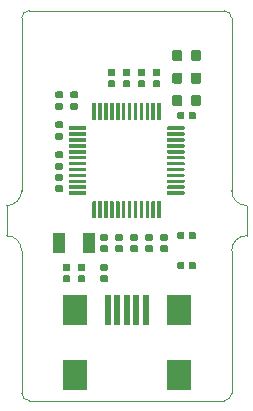
<source format=gbr>
%TF.GenerationSoftware,KiCad,Pcbnew,5.1.4-e60b266~84~ubuntu19.04.1*%
%TF.CreationDate,2020-03-25T19:35:05+00:00*%
%TF.ProjectId,ProMicro_UART,50726f4d-6963-4726-9f5f-554152542e6b,v1.2*%
%TF.SameCoordinates,Original*%
%TF.FileFunction,Paste,Top*%
%TF.FilePolarity,Positive*%
%FSLAX45Y45*%
G04 Gerber Fmt 4.5, Leading zero omitted, Abs format (unit mm)*
G04 Created by KiCad (PCBNEW 5.1.4-e60b266~84~ubuntu19.04.1) date 2020-03-25 19:35:05*
%MOMM*%
%LPD*%
G04 APERTURE LIST*
%ADD10C,0.100000*%
%ADD11C,0.150000*%
%ADD12C,0.300000*%
%ADD13C,0.590000*%
%ADD14R,0.500000X2.500000*%
%ADD15R,2.000000X2.500000*%
%ADD16R,1.000000X1.800000*%
%ADD17C,0.875000*%
G04 APERTURE END LIST*
D10*
X10033000Y-7302500D02*
X10033000Y-8763000D01*
X10033000Y-9271000D02*
X10033000Y-10477500D01*
X9906000Y-9144000D02*
G75*
G02X10033000Y-9271000I0J-127000D01*
G01*
X10033000Y-8763000D02*
G75*
G02X9906000Y-8890000I-127000J0D01*
G01*
X9906000Y-9144000D02*
X9906000Y-8890000D01*
X11811000Y-7302500D02*
X11811000Y-8763000D01*
X11938000Y-8890000D02*
X11938000Y-9144000D01*
X11811000Y-9271000D02*
G75*
G02X11938000Y-9144000I127000J0D01*
G01*
X11938000Y-8890000D02*
G75*
G02X11811000Y-8763000I0J127000D01*
G01*
X10096500Y-10541000D02*
G75*
G02X10033000Y-10477500I0J63500D01*
G01*
X11811000Y-10477500D02*
G75*
G02X11747500Y-10541000I-63500J0D01*
G01*
X11747500Y-7239000D02*
G75*
G02X11811000Y-7302500I0J-63500D01*
G01*
X10033000Y-7302500D02*
G75*
G02X10096500Y-7239000I63500J0D01*
G01*
X11747500Y-10541000D02*
X10096500Y-10541000D01*
X11811000Y-9271000D02*
X11811000Y-10477500D01*
X10096500Y-7239000D02*
X11747500Y-7239000D01*
D11*
G36*
X10572735Y-8769036D02*
G01*
X10573463Y-8769144D01*
X10574177Y-8769323D01*
X10574870Y-8769571D01*
X10575536Y-8769886D01*
X10576167Y-8770264D01*
X10576758Y-8770702D01*
X10577303Y-8771197D01*
X10577798Y-8771742D01*
X10578236Y-8772333D01*
X10578614Y-8772965D01*
X10578929Y-8773630D01*
X10579177Y-8774323D01*
X10579356Y-8775037D01*
X10579464Y-8775765D01*
X10579500Y-8776500D01*
X10579500Y-8791500D01*
X10579464Y-8792235D01*
X10579356Y-8792963D01*
X10579177Y-8793677D01*
X10578929Y-8794370D01*
X10578614Y-8795036D01*
X10578236Y-8795667D01*
X10577798Y-8796258D01*
X10577303Y-8796803D01*
X10576758Y-8797298D01*
X10576167Y-8797736D01*
X10575536Y-8798114D01*
X10574870Y-8798429D01*
X10574177Y-8798677D01*
X10573463Y-8798856D01*
X10572735Y-8798964D01*
X10572000Y-8799000D01*
X10439500Y-8799000D01*
X10438765Y-8798964D01*
X10438037Y-8798856D01*
X10437323Y-8798677D01*
X10436630Y-8798429D01*
X10435965Y-8798114D01*
X10435333Y-8797736D01*
X10434742Y-8797298D01*
X10434197Y-8796803D01*
X10433702Y-8796258D01*
X10433264Y-8795667D01*
X10432886Y-8795036D01*
X10432571Y-8794370D01*
X10432323Y-8793677D01*
X10432144Y-8792963D01*
X10432036Y-8792235D01*
X10432000Y-8791500D01*
X10432000Y-8776500D01*
X10432036Y-8775765D01*
X10432144Y-8775037D01*
X10432323Y-8774323D01*
X10432571Y-8773630D01*
X10432886Y-8772965D01*
X10433264Y-8772333D01*
X10433702Y-8771742D01*
X10434197Y-8771197D01*
X10434742Y-8770702D01*
X10435333Y-8770264D01*
X10435965Y-8769886D01*
X10436630Y-8769571D01*
X10437323Y-8769323D01*
X10438037Y-8769144D01*
X10438765Y-8769036D01*
X10439500Y-8769000D01*
X10572000Y-8769000D01*
X10572735Y-8769036D01*
X10572735Y-8769036D01*
G37*
D12*
X10505750Y-8784000D03*
D11*
G36*
X10572735Y-8719036D02*
G01*
X10573463Y-8719144D01*
X10574177Y-8719323D01*
X10574870Y-8719571D01*
X10575536Y-8719886D01*
X10576167Y-8720264D01*
X10576758Y-8720702D01*
X10577303Y-8721197D01*
X10577798Y-8721742D01*
X10578236Y-8722333D01*
X10578614Y-8722965D01*
X10578929Y-8723630D01*
X10579177Y-8724323D01*
X10579356Y-8725037D01*
X10579464Y-8725765D01*
X10579500Y-8726500D01*
X10579500Y-8741500D01*
X10579464Y-8742235D01*
X10579356Y-8742963D01*
X10579177Y-8743677D01*
X10578929Y-8744370D01*
X10578614Y-8745036D01*
X10578236Y-8745667D01*
X10577798Y-8746258D01*
X10577303Y-8746803D01*
X10576758Y-8747298D01*
X10576167Y-8747736D01*
X10575536Y-8748114D01*
X10574870Y-8748429D01*
X10574177Y-8748677D01*
X10573463Y-8748856D01*
X10572735Y-8748964D01*
X10572000Y-8749000D01*
X10439500Y-8749000D01*
X10438765Y-8748964D01*
X10438037Y-8748856D01*
X10437323Y-8748677D01*
X10436630Y-8748429D01*
X10435965Y-8748114D01*
X10435333Y-8747736D01*
X10434742Y-8747298D01*
X10434197Y-8746803D01*
X10433702Y-8746258D01*
X10433264Y-8745667D01*
X10432886Y-8745036D01*
X10432571Y-8744370D01*
X10432323Y-8743677D01*
X10432144Y-8742963D01*
X10432036Y-8742235D01*
X10432000Y-8741500D01*
X10432000Y-8726500D01*
X10432036Y-8725765D01*
X10432144Y-8725037D01*
X10432323Y-8724323D01*
X10432571Y-8723630D01*
X10432886Y-8722965D01*
X10433264Y-8722333D01*
X10433702Y-8721742D01*
X10434197Y-8721197D01*
X10434742Y-8720702D01*
X10435333Y-8720264D01*
X10435965Y-8719886D01*
X10436630Y-8719571D01*
X10437323Y-8719323D01*
X10438037Y-8719144D01*
X10438765Y-8719036D01*
X10439500Y-8719000D01*
X10572000Y-8719000D01*
X10572735Y-8719036D01*
X10572735Y-8719036D01*
G37*
D12*
X10505750Y-8734000D03*
D11*
G36*
X10572735Y-8669036D02*
G01*
X10573463Y-8669144D01*
X10574177Y-8669323D01*
X10574870Y-8669571D01*
X10575536Y-8669886D01*
X10576167Y-8670264D01*
X10576758Y-8670702D01*
X10577303Y-8671197D01*
X10577798Y-8671742D01*
X10578236Y-8672333D01*
X10578614Y-8672965D01*
X10578929Y-8673630D01*
X10579177Y-8674323D01*
X10579356Y-8675037D01*
X10579464Y-8675765D01*
X10579500Y-8676500D01*
X10579500Y-8691500D01*
X10579464Y-8692235D01*
X10579356Y-8692963D01*
X10579177Y-8693677D01*
X10578929Y-8694370D01*
X10578614Y-8695036D01*
X10578236Y-8695667D01*
X10577798Y-8696258D01*
X10577303Y-8696803D01*
X10576758Y-8697298D01*
X10576167Y-8697736D01*
X10575536Y-8698114D01*
X10574870Y-8698429D01*
X10574177Y-8698677D01*
X10573463Y-8698856D01*
X10572735Y-8698964D01*
X10572000Y-8699000D01*
X10439500Y-8699000D01*
X10438765Y-8698964D01*
X10438037Y-8698856D01*
X10437323Y-8698677D01*
X10436630Y-8698429D01*
X10435965Y-8698114D01*
X10435333Y-8697736D01*
X10434742Y-8697298D01*
X10434197Y-8696803D01*
X10433702Y-8696258D01*
X10433264Y-8695667D01*
X10432886Y-8695036D01*
X10432571Y-8694370D01*
X10432323Y-8693677D01*
X10432144Y-8692963D01*
X10432036Y-8692235D01*
X10432000Y-8691500D01*
X10432000Y-8676500D01*
X10432036Y-8675765D01*
X10432144Y-8675037D01*
X10432323Y-8674323D01*
X10432571Y-8673630D01*
X10432886Y-8672965D01*
X10433264Y-8672333D01*
X10433702Y-8671742D01*
X10434197Y-8671197D01*
X10434742Y-8670702D01*
X10435333Y-8670264D01*
X10435965Y-8669886D01*
X10436630Y-8669571D01*
X10437323Y-8669323D01*
X10438037Y-8669144D01*
X10438765Y-8669036D01*
X10439500Y-8669000D01*
X10572000Y-8669000D01*
X10572735Y-8669036D01*
X10572735Y-8669036D01*
G37*
D12*
X10505750Y-8684000D03*
D11*
G36*
X10572735Y-8619036D02*
G01*
X10573463Y-8619144D01*
X10574177Y-8619323D01*
X10574870Y-8619571D01*
X10575536Y-8619886D01*
X10576167Y-8620264D01*
X10576758Y-8620702D01*
X10577303Y-8621197D01*
X10577798Y-8621742D01*
X10578236Y-8622333D01*
X10578614Y-8622965D01*
X10578929Y-8623630D01*
X10579177Y-8624323D01*
X10579356Y-8625037D01*
X10579464Y-8625765D01*
X10579500Y-8626500D01*
X10579500Y-8641500D01*
X10579464Y-8642235D01*
X10579356Y-8642963D01*
X10579177Y-8643677D01*
X10578929Y-8644370D01*
X10578614Y-8645036D01*
X10578236Y-8645667D01*
X10577798Y-8646258D01*
X10577303Y-8646803D01*
X10576758Y-8647298D01*
X10576167Y-8647736D01*
X10575536Y-8648114D01*
X10574870Y-8648429D01*
X10574177Y-8648677D01*
X10573463Y-8648856D01*
X10572735Y-8648964D01*
X10572000Y-8649000D01*
X10439500Y-8649000D01*
X10438765Y-8648964D01*
X10438037Y-8648856D01*
X10437323Y-8648677D01*
X10436630Y-8648429D01*
X10435965Y-8648114D01*
X10435333Y-8647736D01*
X10434742Y-8647298D01*
X10434197Y-8646803D01*
X10433702Y-8646258D01*
X10433264Y-8645667D01*
X10432886Y-8645036D01*
X10432571Y-8644370D01*
X10432323Y-8643677D01*
X10432144Y-8642963D01*
X10432036Y-8642235D01*
X10432000Y-8641500D01*
X10432000Y-8626500D01*
X10432036Y-8625765D01*
X10432144Y-8625037D01*
X10432323Y-8624323D01*
X10432571Y-8623630D01*
X10432886Y-8622965D01*
X10433264Y-8622333D01*
X10433702Y-8621742D01*
X10434197Y-8621197D01*
X10434742Y-8620702D01*
X10435333Y-8620264D01*
X10435965Y-8619886D01*
X10436630Y-8619571D01*
X10437323Y-8619323D01*
X10438037Y-8619144D01*
X10438765Y-8619036D01*
X10439500Y-8619000D01*
X10572000Y-8619000D01*
X10572735Y-8619036D01*
X10572735Y-8619036D01*
G37*
D12*
X10505750Y-8634000D03*
D11*
G36*
X10572735Y-8569036D02*
G01*
X10573463Y-8569144D01*
X10574177Y-8569323D01*
X10574870Y-8569571D01*
X10575536Y-8569886D01*
X10576167Y-8570264D01*
X10576758Y-8570702D01*
X10577303Y-8571197D01*
X10577798Y-8571742D01*
X10578236Y-8572333D01*
X10578614Y-8572965D01*
X10578929Y-8573630D01*
X10579177Y-8574323D01*
X10579356Y-8575037D01*
X10579464Y-8575765D01*
X10579500Y-8576500D01*
X10579500Y-8591500D01*
X10579464Y-8592235D01*
X10579356Y-8592963D01*
X10579177Y-8593677D01*
X10578929Y-8594370D01*
X10578614Y-8595036D01*
X10578236Y-8595667D01*
X10577798Y-8596258D01*
X10577303Y-8596803D01*
X10576758Y-8597298D01*
X10576167Y-8597736D01*
X10575536Y-8598114D01*
X10574870Y-8598429D01*
X10574177Y-8598677D01*
X10573463Y-8598856D01*
X10572735Y-8598964D01*
X10572000Y-8599000D01*
X10439500Y-8599000D01*
X10438765Y-8598964D01*
X10438037Y-8598856D01*
X10437323Y-8598677D01*
X10436630Y-8598429D01*
X10435965Y-8598114D01*
X10435333Y-8597736D01*
X10434742Y-8597298D01*
X10434197Y-8596803D01*
X10433702Y-8596258D01*
X10433264Y-8595667D01*
X10432886Y-8595036D01*
X10432571Y-8594370D01*
X10432323Y-8593677D01*
X10432144Y-8592963D01*
X10432036Y-8592235D01*
X10432000Y-8591500D01*
X10432000Y-8576500D01*
X10432036Y-8575765D01*
X10432144Y-8575037D01*
X10432323Y-8574323D01*
X10432571Y-8573630D01*
X10432886Y-8572965D01*
X10433264Y-8572333D01*
X10433702Y-8571742D01*
X10434197Y-8571197D01*
X10434742Y-8570702D01*
X10435333Y-8570264D01*
X10435965Y-8569886D01*
X10436630Y-8569571D01*
X10437323Y-8569323D01*
X10438037Y-8569144D01*
X10438765Y-8569036D01*
X10439500Y-8569000D01*
X10572000Y-8569000D01*
X10572735Y-8569036D01*
X10572735Y-8569036D01*
G37*
D12*
X10505750Y-8584000D03*
D11*
G36*
X10572735Y-8519036D02*
G01*
X10573463Y-8519144D01*
X10574177Y-8519323D01*
X10574870Y-8519571D01*
X10575536Y-8519886D01*
X10576167Y-8520264D01*
X10576758Y-8520702D01*
X10577303Y-8521197D01*
X10577798Y-8521742D01*
X10578236Y-8522333D01*
X10578614Y-8522965D01*
X10578929Y-8523630D01*
X10579177Y-8524323D01*
X10579356Y-8525037D01*
X10579464Y-8525765D01*
X10579500Y-8526500D01*
X10579500Y-8541500D01*
X10579464Y-8542235D01*
X10579356Y-8542963D01*
X10579177Y-8543677D01*
X10578929Y-8544370D01*
X10578614Y-8545036D01*
X10578236Y-8545667D01*
X10577798Y-8546258D01*
X10577303Y-8546803D01*
X10576758Y-8547298D01*
X10576167Y-8547736D01*
X10575536Y-8548114D01*
X10574870Y-8548429D01*
X10574177Y-8548677D01*
X10573463Y-8548856D01*
X10572735Y-8548964D01*
X10572000Y-8549000D01*
X10439500Y-8549000D01*
X10438765Y-8548964D01*
X10438037Y-8548856D01*
X10437323Y-8548677D01*
X10436630Y-8548429D01*
X10435965Y-8548114D01*
X10435333Y-8547736D01*
X10434742Y-8547298D01*
X10434197Y-8546803D01*
X10433702Y-8546258D01*
X10433264Y-8545667D01*
X10432886Y-8545036D01*
X10432571Y-8544370D01*
X10432323Y-8543677D01*
X10432144Y-8542963D01*
X10432036Y-8542235D01*
X10432000Y-8541500D01*
X10432000Y-8526500D01*
X10432036Y-8525765D01*
X10432144Y-8525037D01*
X10432323Y-8524323D01*
X10432571Y-8523630D01*
X10432886Y-8522965D01*
X10433264Y-8522333D01*
X10433702Y-8521742D01*
X10434197Y-8521197D01*
X10434742Y-8520702D01*
X10435333Y-8520264D01*
X10435965Y-8519886D01*
X10436630Y-8519571D01*
X10437323Y-8519323D01*
X10438037Y-8519144D01*
X10438765Y-8519036D01*
X10439500Y-8519000D01*
X10572000Y-8519000D01*
X10572735Y-8519036D01*
X10572735Y-8519036D01*
G37*
D12*
X10505750Y-8534000D03*
D11*
G36*
X10572735Y-8469036D02*
G01*
X10573463Y-8469144D01*
X10574177Y-8469323D01*
X10574870Y-8469571D01*
X10575536Y-8469886D01*
X10576167Y-8470264D01*
X10576758Y-8470702D01*
X10577303Y-8471197D01*
X10577798Y-8471742D01*
X10578236Y-8472333D01*
X10578614Y-8472965D01*
X10578929Y-8473630D01*
X10579177Y-8474323D01*
X10579356Y-8475037D01*
X10579464Y-8475765D01*
X10579500Y-8476500D01*
X10579500Y-8491500D01*
X10579464Y-8492235D01*
X10579356Y-8492963D01*
X10579177Y-8493677D01*
X10578929Y-8494370D01*
X10578614Y-8495036D01*
X10578236Y-8495667D01*
X10577798Y-8496258D01*
X10577303Y-8496803D01*
X10576758Y-8497298D01*
X10576167Y-8497736D01*
X10575536Y-8498114D01*
X10574870Y-8498429D01*
X10574177Y-8498677D01*
X10573463Y-8498856D01*
X10572735Y-8498964D01*
X10572000Y-8499000D01*
X10439500Y-8499000D01*
X10438765Y-8498964D01*
X10438037Y-8498856D01*
X10437323Y-8498677D01*
X10436630Y-8498429D01*
X10435965Y-8498114D01*
X10435333Y-8497736D01*
X10434742Y-8497298D01*
X10434197Y-8496803D01*
X10433702Y-8496258D01*
X10433264Y-8495667D01*
X10432886Y-8495036D01*
X10432571Y-8494370D01*
X10432323Y-8493677D01*
X10432144Y-8492963D01*
X10432036Y-8492235D01*
X10432000Y-8491500D01*
X10432000Y-8476500D01*
X10432036Y-8475765D01*
X10432144Y-8475037D01*
X10432323Y-8474323D01*
X10432571Y-8473630D01*
X10432886Y-8472965D01*
X10433264Y-8472333D01*
X10433702Y-8471742D01*
X10434197Y-8471197D01*
X10434742Y-8470702D01*
X10435333Y-8470264D01*
X10435965Y-8469886D01*
X10436630Y-8469571D01*
X10437323Y-8469323D01*
X10438037Y-8469144D01*
X10438765Y-8469036D01*
X10439500Y-8469000D01*
X10572000Y-8469000D01*
X10572735Y-8469036D01*
X10572735Y-8469036D01*
G37*
D12*
X10505750Y-8484000D03*
D11*
G36*
X10572735Y-8419036D02*
G01*
X10573463Y-8419144D01*
X10574177Y-8419323D01*
X10574870Y-8419571D01*
X10575536Y-8419886D01*
X10576167Y-8420264D01*
X10576758Y-8420702D01*
X10577303Y-8421197D01*
X10577798Y-8421742D01*
X10578236Y-8422333D01*
X10578614Y-8422965D01*
X10578929Y-8423630D01*
X10579177Y-8424323D01*
X10579356Y-8425037D01*
X10579464Y-8425765D01*
X10579500Y-8426500D01*
X10579500Y-8441500D01*
X10579464Y-8442235D01*
X10579356Y-8442963D01*
X10579177Y-8443677D01*
X10578929Y-8444370D01*
X10578614Y-8445036D01*
X10578236Y-8445667D01*
X10577798Y-8446258D01*
X10577303Y-8446803D01*
X10576758Y-8447298D01*
X10576167Y-8447736D01*
X10575536Y-8448114D01*
X10574870Y-8448429D01*
X10574177Y-8448677D01*
X10573463Y-8448856D01*
X10572735Y-8448964D01*
X10572000Y-8449000D01*
X10439500Y-8449000D01*
X10438765Y-8448964D01*
X10438037Y-8448856D01*
X10437323Y-8448677D01*
X10436630Y-8448429D01*
X10435965Y-8448114D01*
X10435333Y-8447736D01*
X10434742Y-8447298D01*
X10434197Y-8446803D01*
X10433702Y-8446258D01*
X10433264Y-8445667D01*
X10432886Y-8445036D01*
X10432571Y-8444370D01*
X10432323Y-8443677D01*
X10432144Y-8442963D01*
X10432036Y-8442235D01*
X10432000Y-8441500D01*
X10432000Y-8426500D01*
X10432036Y-8425765D01*
X10432144Y-8425037D01*
X10432323Y-8424323D01*
X10432571Y-8423630D01*
X10432886Y-8422965D01*
X10433264Y-8422333D01*
X10433702Y-8421742D01*
X10434197Y-8421197D01*
X10434742Y-8420702D01*
X10435333Y-8420264D01*
X10435965Y-8419886D01*
X10436630Y-8419571D01*
X10437323Y-8419323D01*
X10438037Y-8419144D01*
X10438765Y-8419036D01*
X10439500Y-8419000D01*
X10572000Y-8419000D01*
X10572735Y-8419036D01*
X10572735Y-8419036D01*
G37*
D12*
X10505750Y-8434000D03*
D11*
G36*
X10572735Y-8369036D02*
G01*
X10573463Y-8369144D01*
X10574177Y-8369323D01*
X10574870Y-8369571D01*
X10575536Y-8369886D01*
X10576167Y-8370264D01*
X10576758Y-8370702D01*
X10577303Y-8371197D01*
X10577798Y-8371742D01*
X10578236Y-8372333D01*
X10578614Y-8372964D01*
X10578929Y-8373630D01*
X10579177Y-8374323D01*
X10579356Y-8375037D01*
X10579464Y-8375765D01*
X10579500Y-8376500D01*
X10579500Y-8391500D01*
X10579464Y-8392235D01*
X10579356Y-8392963D01*
X10579177Y-8393677D01*
X10578929Y-8394370D01*
X10578614Y-8395036D01*
X10578236Y-8395667D01*
X10577798Y-8396258D01*
X10577303Y-8396803D01*
X10576758Y-8397298D01*
X10576167Y-8397736D01*
X10575536Y-8398114D01*
X10574870Y-8398429D01*
X10574177Y-8398677D01*
X10573463Y-8398856D01*
X10572735Y-8398964D01*
X10572000Y-8399000D01*
X10439500Y-8399000D01*
X10438765Y-8398964D01*
X10438037Y-8398856D01*
X10437323Y-8398677D01*
X10436630Y-8398429D01*
X10435965Y-8398114D01*
X10435333Y-8397736D01*
X10434742Y-8397298D01*
X10434197Y-8396803D01*
X10433702Y-8396258D01*
X10433264Y-8395667D01*
X10432886Y-8395036D01*
X10432571Y-8394370D01*
X10432323Y-8393677D01*
X10432144Y-8392963D01*
X10432036Y-8392235D01*
X10432000Y-8391500D01*
X10432000Y-8376500D01*
X10432036Y-8375765D01*
X10432144Y-8375037D01*
X10432323Y-8374323D01*
X10432571Y-8373630D01*
X10432886Y-8372964D01*
X10433264Y-8372333D01*
X10433702Y-8371742D01*
X10434197Y-8371197D01*
X10434742Y-8370702D01*
X10435333Y-8370264D01*
X10435965Y-8369886D01*
X10436630Y-8369571D01*
X10437323Y-8369323D01*
X10438037Y-8369144D01*
X10438765Y-8369036D01*
X10439500Y-8369000D01*
X10572000Y-8369000D01*
X10572735Y-8369036D01*
X10572735Y-8369036D01*
G37*
D12*
X10505750Y-8384000D03*
D11*
G36*
X10572735Y-8319036D02*
G01*
X10573463Y-8319144D01*
X10574177Y-8319323D01*
X10574870Y-8319571D01*
X10575536Y-8319886D01*
X10576167Y-8320264D01*
X10576758Y-8320702D01*
X10577303Y-8321197D01*
X10577798Y-8321742D01*
X10578236Y-8322333D01*
X10578614Y-8322964D01*
X10578929Y-8323630D01*
X10579177Y-8324323D01*
X10579356Y-8325037D01*
X10579464Y-8325765D01*
X10579500Y-8326500D01*
X10579500Y-8341500D01*
X10579464Y-8342235D01*
X10579356Y-8342963D01*
X10579177Y-8343677D01*
X10578929Y-8344370D01*
X10578614Y-8345035D01*
X10578236Y-8345667D01*
X10577798Y-8346258D01*
X10577303Y-8346803D01*
X10576758Y-8347298D01*
X10576167Y-8347736D01*
X10575536Y-8348114D01*
X10574870Y-8348429D01*
X10574177Y-8348677D01*
X10573463Y-8348856D01*
X10572735Y-8348964D01*
X10572000Y-8349000D01*
X10439500Y-8349000D01*
X10438765Y-8348964D01*
X10438037Y-8348856D01*
X10437323Y-8348677D01*
X10436630Y-8348429D01*
X10435965Y-8348114D01*
X10435333Y-8347736D01*
X10434742Y-8347298D01*
X10434197Y-8346803D01*
X10433702Y-8346258D01*
X10433264Y-8345667D01*
X10432886Y-8345035D01*
X10432571Y-8344370D01*
X10432323Y-8343677D01*
X10432144Y-8342963D01*
X10432036Y-8342235D01*
X10432000Y-8341500D01*
X10432000Y-8326500D01*
X10432036Y-8325765D01*
X10432144Y-8325037D01*
X10432323Y-8324323D01*
X10432571Y-8323630D01*
X10432886Y-8322964D01*
X10433264Y-8322333D01*
X10433702Y-8321742D01*
X10434197Y-8321197D01*
X10434742Y-8320702D01*
X10435333Y-8320264D01*
X10435965Y-8319886D01*
X10436630Y-8319571D01*
X10437323Y-8319323D01*
X10438037Y-8319144D01*
X10438765Y-8319036D01*
X10439500Y-8319000D01*
X10572000Y-8319000D01*
X10572735Y-8319036D01*
X10572735Y-8319036D01*
G37*
D12*
X10505750Y-8334000D03*
D11*
G36*
X10572735Y-8269036D02*
G01*
X10573463Y-8269144D01*
X10574177Y-8269323D01*
X10574870Y-8269571D01*
X10575536Y-8269886D01*
X10576167Y-8270264D01*
X10576758Y-8270702D01*
X10577303Y-8271197D01*
X10577798Y-8271742D01*
X10578236Y-8272333D01*
X10578614Y-8272964D01*
X10578929Y-8273630D01*
X10579177Y-8274323D01*
X10579356Y-8275037D01*
X10579464Y-8275765D01*
X10579500Y-8276500D01*
X10579500Y-8291500D01*
X10579464Y-8292235D01*
X10579356Y-8292963D01*
X10579177Y-8293677D01*
X10578929Y-8294370D01*
X10578614Y-8295035D01*
X10578236Y-8295667D01*
X10577798Y-8296258D01*
X10577303Y-8296803D01*
X10576758Y-8297298D01*
X10576167Y-8297736D01*
X10575536Y-8298114D01*
X10574870Y-8298429D01*
X10574177Y-8298677D01*
X10573463Y-8298856D01*
X10572735Y-8298964D01*
X10572000Y-8299000D01*
X10439500Y-8299000D01*
X10438765Y-8298964D01*
X10438037Y-8298856D01*
X10437323Y-8298677D01*
X10436630Y-8298429D01*
X10435965Y-8298114D01*
X10435333Y-8297736D01*
X10434742Y-8297298D01*
X10434197Y-8296803D01*
X10433702Y-8296258D01*
X10433264Y-8295667D01*
X10432886Y-8295035D01*
X10432571Y-8294370D01*
X10432323Y-8293677D01*
X10432144Y-8292963D01*
X10432036Y-8292235D01*
X10432000Y-8291500D01*
X10432000Y-8276500D01*
X10432036Y-8275765D01*
X10432144Y-8275037D01*
X10432323Y-8274323D01*
X10432571Y-8273630D01*
X10432886Y-8272964D01*
X10433264Y-8272333D01*
X10433702Y-8271742D01*
X10434197Y-8271197D01*
X10434742Y-8270702D01*
X10435333Y-8270264D01*
X10435965Y-8269886D01*
X10436630Y-8269571D01*
X10437323Y-8269323D01*
X10438037Y-8269144D01*
X10438765Y-8269036D01*
X10439500Y-8269000D01*
X10572000Y-8269000D01*
X10572735Y-8269036D01*
X10572735Y-8269036D01*
G37*
D12*
X10505750Y-8284000D03*
D11*
G36*
X10572735Y-8219036D02*
G01*
X10573463Y-8219144D01*
X10574177Y-8219323D01*
X10574870Y-8219571D01*
X10575536Y-8219886D01*
X10576167Y-8220264D01*
X10576758Y-8220702D01*
X10577303Y-8221197D01*
X10577798Y-8221742D01*
X10578236Y-8222333D01*
X10578614Y-8222964D01*
X10578929Y-8223630D01*
X10579177Y-8224323D01*
X10579356Y-8225037D01*
X10579464Y-8225765D01*
X10579500Y-8226500D01*
X10579500Y-8241500D01*
X10579464Y-8242235D01*
X10579356Y-8242963D01*
X10579177Y-8243677D01*
X10578929Y-8244370D01*
X10578614Y-8245035D01*
X10578236Y-8245667D01*
X10577798Y-8246258D01*
X10577303Y-8246803D01*
X10576758Y-8247298D01*
X10576167Y-8247736D01*
X10575536Y-8248114D01*
X10574870Y-8248429D01*
X10574177Y-8248677D01*
X10573463Y-8248856D01*
X10572735Y-8248964D01*
X10572000Y-8249000D01*
X10439500Y-8249000D01*
X10438765Y-8248964D01*
X10438037Y-8248856D01*
X10437323Y-8248677D01*
X10436630Y-8248429D01*
X10435965Y-8248114D01*
X10435333Y-8247736D01*
X10434742Y-8247298D01*
X10434197Y-8246803D01*
X10433702Y-8246258D01*
X10433264Y-8245667D01*
X10432886Y-8245035D01*
X10432571Y-8244370D01*
X10432323Y-8243677D01*
X10432144Y-8242963D01*
X10432036Y-8242235D01*
X10432000Y-8241500D01*
X10432000Y-8226500D01*
X10432036Y-8225765D01*
X10432144Y-8225037D01*
X10432323Y-8224323D01*
X10432571Y-8223630D01*
X10432886Y-8222964D01*
X10433264Y-8222333D01*
X10433702Y-8221742D01*
X10434197Y-8221197D01*
X10434742Y-8220702D01*
X10435333Y-8220264D01*
X10435965Y-8219886D01*
X10436630Y-8219571D01*
X10437323Y-8219323D01*
X10438037Y-8219144D01*
X10438765Y-8219036D01*
X10439500Y-8219000D01*
X10572000Y-8219000D01*
X10572735Y-8219036D01*
X10572735Y-8219036D01*
G37*
D12*
X10505750Y-8234000D03*
D11*
G36*
X10655235Y-8019036D02*
G01*
X10655963Y-8019144D01*
X10656677Y-8019323D01*
X10657370Y-8019571D01*
X10658036Y-8019886D01*
X10658667Y-8020264D01*
X10659258Y-8020702D01*
X10659803Y-8021197D01*
X10660298Y-8021742D01*
X10660736Y-8022333D01*
X10661114Y-8022964D01*
X10661429Y-8023630D01*
X10661677Y-8024323D01*
X10661856Y-8025037D01*
X10661964Y-8025765D01*
X10662000Y-8026500D01*
X10662000Y-8159000D01*
X10661964Y-8159735D01*
X10661856Y-8160463D01*
X10661677Y-8161177D01*
X10661429Y-8161870D01*
X10661114Y-8162535D01*
X10660736Y-8163167D01*
X10660298Y-8163758D01*
X10659803Y-8164303D01*
X10659258Y-8164798D01*
X10658667Y-8165236D01*
X10658036Y-8165614D01*
X10657370Y-8165929D01*
X10656677Y-8166177D01*
X10655963Y-8166356D01*
X10655235Y-8166464D01*
X10654500Y-8166500D01*
X10639500Y-8166500D01*
X10638765Y-8166464D01*
X10638037Y-8166356D01*
X10637323Y-8166177D01*
X10636630Y-8165929D01*
X10635965Y-8165614D01*
X10635333Y-8165236D01*
X10634742Y-8164798D01*
X10634197Y-8164303D01*
X10633702Y-8163758D01*
X10633264Y-8163167D01*
X10632886Y-8162535D01*
X10632571Y-8161870D01*
X10632323Y-8161177D01*
X10632144Y-8160463D01*
X10632036Y-8159735D01*
X10632000Y-8159000D01*
X10632000Y-8026500D01*
X10632036Y-8025765D01*
X10632144Y-8025037D01*
X10632323Y-8024323D01*
X10632571Y-8023630D01*
X10632886Y-8022964D01*
X10633264Y-8022333D01*
X10633702Y-8021742D01*
X10634197Y-8021197D01*
X10634742Y-8020702D01*
X10635333Y-8020264D01*
X10635965Y-8019886D01*
X10636630Y-8019571D01*
X10637323Y-8019323D01*
X10638037Y-8019144D01*
X10638765Y-8019036D01*
X10639500Y-8019000D01*
X10654500Y-8019000D01*
X10655235Y-8019036D01*
X10655235Y-8019036D01*
G37*
D12*
X10647000Y-8092750D03*
D11*
G36*
X10705235Y-8019036D02*
G01*
X10705963Y-8019144D01*
X10706677Y-8019323D01*
X10707370Y-8019571D01*
X10708036Y-8019886D01*
X10708667Y-8020264D01*
X10709258Y-8020702D01*
X10709803Y-8021197D01*
X10710298Y-8021742D01*
X10710736Y-8022333D01*
X10711114Y-8022964D01*
X10711429Y-8023630D01*
X10711677Y-8024323D01*
X10711856Y-8025037D01*
X10711964Y-8025765D01*
X10712000Y-8026500D01*
X10712000Y-8159000D01*
X10711964Y-8159735D01*
X10711856Y-8160463D01*
X10711677Y-8161177D01*
X10711429Y-8161870D01*
X10711114Y-8162535D01*
X10710736Y-8163167D01*
X10710298Y-8163758D01*
X10709803Y-8164303D01*
X10709258Y-8164798D01*
X10708667Y-8165236D01*
X10708036Y-8165614D01*
X10707370Y-8165929D01*
X10706677Y-8166177D01*
X10705963Y-8166356D01*
X10705235Y-8166464D01*
X10704500Y-8166500D01*
X10689500Y-8166500D01*
X10688765Y-8166464D01*
X10688037Y-8166356D01*
X10687323Y-8166177D01*
X10686630Y-8165929D01*
X10685965Y-8165614D01*
X10685333Y-8165236D01*
X10684742Y-8164798D01*
X10684197Y-8164303D01*
X10683702Y-8163758D01*
X10683264Y-8163167D01*
X10682886Y-8162535D01*
X10682571Y-8161870D01*
X10682323Y-8161177D01*
X10682144Y-8160463D01*
X10682036Y-8159735D01*
X10682000Y-8159000D01*
X10682000Y-8026500D01*
X10682036Y-8025765D01*
X10682144Y-8025037D01*
X10682323Y-8024323D01*
X10682571Y-8023630D01*
X10682886Y-8022964D01*
X10683264Y-8022333D01*
X10683702Y-8021742D01*
X10684197Y-8021197D01*
X10684742Y-8020702D01*
X10685333Y-8020264D01*
X10685965Y-8019886D01*
X10686630Y-8019571D01*
X10687323Y-8019323D01*
X10688037Y-8019144D01*
X10688765Y-8019036D01*
X10689500Y-8019000D01*
X10704500Y-8019000D01*
X10705235Y-8019036D01*
X10705235Y-8019036D01*
G37*
D12*
X10697000Y-8092750D03*
D11*
G36*
X10755235Y-8019036D02*
G01*
X10755963Y-8019144D01*
X10756677Y-8019323D01*
X10757370Y-8019571D01*
X10758036Y-8019886D01*
X10758667Y-8020264D01*
X10759258Y-8020702D01*
X10759803Y-8021197D01*
X10760298Y-8021742D01*
X10760736Y-8022333D01*
X10761114Y-8022964D01*
X10761429Y-8023630D01*
X10761677Y-8024323D01*
X10761856Y-8025037D01*
X10761964Y-8025765D01*
X10762000Y-8026500D01*
X10762000Y-8159000D01*
X10761964Y-8159735D01*
X10761856Y-8160463D01*
X10761677Y-8161177D01*
X10761429Y-8161870D01*
X10761114Y-8162535D01*
X10760736Y-8163167D01*
X10760298Y-8163758D01*
X10759803Y-8164303D01*
X10759258Y-8164798D01*
X10758667Y-8165236D01*
X10758036Y-8165614D01*
X10757370Y-8165929D01*
X10756677Y-8166177D01*
X10755963Y-8166356D01*
X10755235Y-8166464D01*
X10754500Y-8166500D01*
X10739500Y-8166500D01*
X10738765Y-8166464D01*
X10738037Y-8166356D01*
X10737323Y-8166177D01*
X10736630Y-8165929D01*
X10735965Y-8165614D01*
X10735333Y-8165236D01*
X10734742Y-8164798D01*
X10734197Y-8164303D01*
X10733702Y-8163758D01*
X10733264Y-8163167D01*
X10732886Y-8162535D01*
X10732571Y-8161870D01*
X10732323Y-8161177D01*
X10732144Y-8160463D01*
X10732036Y-8159735D01*
X10732000Y-8159000D01*
X10732000Y-8026500D01*
X10732036Y-8025765D01*
X10732144Y-8025037D01*
X10732323Y-8024323D01*
X10732571Y-8023630D01*
X10732886Y-8022964D01*
X10733264Y-8022333D01*
X10733702Y-8021742D01*
X10734197Y-8021197D01*
X10734742Y-8020702D01*
X10735333Y-8020264D01*
X10735965Y-8019886D01*
X10736630Y-8019571D01*
X10737323Y-8019323D01*
X10738037Y-8019144D01*
X10738765Y-8019036D01*
X10739500Y-8019000D01*
X10754500Y-8019000D01*
X10755235Y-8019036D01*
X10755235Y-8019036D01*
G37*
D12*
X10747000Y-8092750D03*
D11*
G36*
X10805235Y-8019036D02*
G01*
X10805963Y-8019144D01*
X10806677Y-8019323D01*
X10807370Y-8019571D01*
X10808036Y-8019886D01*
X10808667Y-8020264D01*
X10809258Y-8020702D01*
X10809803Y-8021197D01*
X10810298Y-8021742D01*
X10810736Y-8022333D01*
X10811114Y-8022964D01*
X10811429Y-8023630D01*
X10811677Y-8024323D01*
X10811856Y-8025037D01*
X10811964Y-8025765D01*
X10812000Y-8026500D01*
X10812000Y-8159000D01*
X10811964Y-8159735D01*
X10811856Y-8160463D01*
X10811677Y-8161177D01*
X10811429Y-8161870D01*
X10811114Y-8162535D01*
X10810736Y-8163167D01*
X10810298Y-8163758D01*
X10809803Y-8164303D01*
X10809258Y-8164798D01*
X10808667Y-8165236D01*
X10808036Y-8165614D01*
X10807370Y-8165929D01*
X10806677Y-8166177D01*
X10805963Y-8166356D01*
X10805235Y-8166464D01*
X10804500Y-8166500D01*
X10789500Y-8166500D01*
X10788765Y-8166464D01*
X10788037Y-8166356D01*
X10787323Y-8166177D01*
X10786630Y-8165929D01*
X10785965Y-8165614D01*
X10785333Y-8165236D01*
X10784742Y-8164798D01*
X10784197Y-8164303D01*
X10783702Y-8163758D01*
X10783264Y-8163167D01*
X10782886Y-8162535D01*
X10782571Y-8161870D01*
X10782323Y-8161177D01*
X10782144Y-8160463D01*
X10782036Y-8159735D01*
X10782000Y-8159000D01*
X10782000Y-8026500D01*
X10782036Y-8025765D01*
X10782144Y-8025037D01*
X10782323Y-8024323D01*
X10782571Y-8023630D01*
X10782886Y-8022964D01*
X10783264Y-8022333D01*
X10783702Y-8021742D01*
X10784197Y-8021197D01*
X10784742Y-8020702D01*
X10785333Y-8020264D01*
X10785965Y-8019886D01*
X10786630Y-8019571D01*
X10787323Y-8019323D01*
X10788037Y-8019144D01*
X10788765Y-8019036D01*
X10789500Y-8019000D01*
X10804500Y-8019000D01*
X10805235Y-8019036D01*
X10805235Y-8019036D01*
G37*
D12*
X10797000Y-8092750D03*
D11*
G36*
X10855235Y-8019036D02*
G01*
X10855963Y-8019144D01*
X10856677Y-8019323D01*
X10857370Y-8019571D01*
X10858036Y-8019886D01*
X10858667Y-8020264D01*
X10859258Y-8020702D01*
X10859803Y-8021197D01*
X10860298Y-8021742D01*
X10860736Y-8022333D01*
X10861114Y-8022964D01*
X10861429Y-8023630D01*
X10861677Y-8024323D01*
X10861856Y-8025037D01*
X10861964Y-8025765D01*
X10862000Y-8026500D01*
X10862000Y-8159000D01*
X10861964Y-8159735D01*
X10861856Y-8160463D01*
X10861677Y-8161177D01*
X10861429Y-8161870D01*
X10861114Y-8162535D01*
X10860736Y-8163167D01*
X10860298Y-8163758D01*
X10859803Y-8164303D01*
X10859258Y-8164798D01*
X10858667Y-8165236D01*
X10858036Y-8165614D01*
X10857370Y-8165929D01*
X10856677Y-8166177D01*
X10855963Y-8166356D01*
X10855235Y-8166464D01*
X10854500Y-8166500D01*
X10839500Y-8166500D01*
X10838765Y-8166464D01*
X10838037Y-8166356D01*
X10837323Y-8166177D01*
X10836630Y-8165929D01*
X10835965Y-8165614D01*
X10835333Y-8165236D01*
X10834742Y-8164798D01*
X10834197Y-8164303D01*
X10833702Y-8163758D01*
X10833264Y-8163167D01*
X10832886Y-8162535D01*
X10832571Y-8161870D01*
X10832323Y-8161177D01*
X10832144Y-8160463D01*
X10832036Y-8159735D01*
X10832000Y-8159000D01*
X10832000Y-8026500D01*
X10832036Y-8025765D01*
X10832144Y-8025037D01*
X10832323Y-8024323D01*
X10832571Y-8023630D01*
X10832886Y-8022964D01*
X10833264Y-8022333D01*
X10833702Y-8021742D01*
X10834197Y-8021197D01*
X10834742Y-8020702D01*
X10835333Y-8020264D01*
X10835965Y-8019886D01*
X10836630Y-8019571D01*
X10837323Y-8019323D01*
X10838037Y-8019144D01*
X10838765Y-8019036D01*
X10839500Y-8019000D01*
X10854500Y-8019000D01*
X10855235Y-8019036D01*
X10855235Y-8019036D01*
G37*
D12*
X10847000Y-8092750D03*
D11*
G36*
X10905235Y-8019036D02*
G01*
X10905963Y-8019144D01*
X10906677Y-8019323D01*
X10907370Y-8019571D01*
X10908036Y-8019886D01*
X10908667Y-8020264D01*
X10909258Y-8020702D01*
X10909803Y-8021197D01*
X10910298Y-8021742D01*
X10910736Y-8022333D01*
X10911114Y-8022964D01*
X10911429Y-8023630D01*
X10911677Y-8024323D01*
X10911856Y-8025037D01*
X10911964Y-8025765D01*
X10912000Y-8026500D01*
X10912000Y-8159000D01*
X10911964Y-8159735D01*
X10911856Y-8160463D01*
X10911677Y-8161177D01*
X10911429Y-8161870D01*
X10911114Y-8162535D01*
X10910736Y-8163167D01*
X10910298Y-8163758D01*
X10909803Y-8164303D01*
X10909258Y-8164798D01*
X10908667Y-8165236D01*
X10908036Y-8165614D01*
X10907370Y-8165929D01*
X10906677Y-8166177D01*
X10905963Y-8166356D01*
X10905235Y-8166464D01*
X10904500Y-8166500D01*
X10889500Y-8166500D01*
X10888765Y-8166464D01*
X10888037Y-8166356D01*
X10887323Y-8166177D01*
X10886630Y-8165929D01*
X10885965Y-8165614D01*
X10885333Y-8165236D01*
X10884742Y-8164798D01*
X10884197Y-8164303D01*
X10883702Y-8163758D01*
X10883264Y-8163167D01*
X10882886Y-8162535D01*
X10882571Y-8161870D01*
X10882323Y-8161177D01*
X10882144Y-8160463D01*
X10882036Y-8159735D01*
X10882000Y-8159000D01*
X10882000Y-8026500D01*
X10882036Y-8025765D01*
X10882144Y-8025037D01*
X10882323Y-8024323D01*
X10882571Y-8023630D01*
X10882886Y-8022964D01*
X10883264Y-8022333D01*
X10883702Y-8021742D01*
X10884197Y-8021197D01*
X10884742Y-8020702D01*
X10885333Y-8020264D01*
X10885965Y-8019886D01*
X10886630Y-8019571D01*
X10887323Y-8019323D01*
X10888037Y-8019144D01*
X10888765Y-8019036D01*
X10889500Y-8019000D01*
X10904500Y-8019000D01*
X10905235Y-8019036D01*
X10905235Y-8019036D01*
G37*
D12*
X10897000Y-8092750D03*
D11*
G36*
X10955235Y-8019036D02*
G01*
X10955963Y-8019144D01*
X10956677Y-8019323D01*
X10957370Y-8019571D01*
X10958036Y-8019886D01*
X10958667Y-8020264D01*
X10959258Y-8020702D01*
X10959803Y-8021197D01*
X10960298Y-8021742D01*
X10960736Y-8022333D01*
X10961114Y-8022964D01*
X10961429Y-8023630D01*
X10961677Y-8024323D01*
X10961856Y-8025037D01*
X10961964Y-8025765D01*
X10962000Y-8026500D01*
X10962000Y-8159000D01*
X10961964Y-8159735D01*
X10961856Y-8160463D01*
X10961677Y-8161177D01*
X10961429Y-8161870D01*
X10961114Y-8162535D01*
X10960736Y-8163167D01*
X10960298Y-8163758D01*
X10959803Y-8164303D01*
X10959258Y-8164798D01*
X10958667Y-8165236D01*
X10958036Y-8165614D01*
X10957370Y-8165929D01*
X10956677Y-8166177D01*
X10955963Y-8166356D01*
X10955235Y-8166464D01*
X10954500Y-8166500D01*
X10939500Y-8166500D01*
X10938765Y-8166464D01*
X10938037Y-8166356D01*
X10937323Y-8166177D01*
X10936630Y-8165929D01*
X10935965Y-8165614D01*
X10935333Y-8165236D01*
X10934742Y-8164798D01*
X10934197Y-8164303D01*
X10933702Y-8163758D01*
X10933264Y-8163167D01*
X10932886Y-8162535D01*
X10932571Y-8161870D01*
X10932323Y-8161177D01*
X10932144Y-8160463D01*
X10932036Y-8159735D01*
X10932000Y-8159000D01*
X10932000Y-8026500D01*
X10932036Y-8025765D01*
X10932144Y-8025037D01*
X10932323Y-8024323D01*
X10932571Y-8023630D01*
X10932886Y-8022964D01*
X10933264Y-8022333D01*
X10933702Y-8021742D01*
X10934197Y-8021197D01*
X10934742Y-8020702D01*
X10935333Y-8020264D01*
X10935965Y-8019886D01*
X10936630Y-8019571D01*
X10937323Y-8019323D01*
X10938037Y-8019144D01*
X10938765Y-8019036D01*
X10939500Y-8019000D01*
X10954500Y-8019000D01*
X10955235Y-8019036D01*
X10955235Y-8019036D01*
G37*
D12*
X10947000Y-8092750D03*
D11*
G36*
X11005235Y-8019036D02*
G01*
X11005963Y-8019144D01*
X11006677Y-8019323D01*
X11007370Y-8019571D01*
X11008036Y-8019886D01*
X11008667Y-8020264D01*
X11009258Y-8020702D01*
X11009803Y-8021197D01*
X11010298Y-8021742D01*
X11010736Y-8022333D01*
X11011114Y-8022964D01*
X11011429Y-8023630D01*
X11011677Y-8024323D01*
X11011856Y-8025037D01*
X11011964Y-8025765D01*
X11012000Y-8026500D01*
X11012000Y-8159000D01*
X11011964Y-8159735D01*
X11011856Y-8160463D01*
X11011677Y-8161177D01*
X11011429Y-8161870D01*
X11011114Y-8162535D01*
X11010736Y-8163167D01*
X11010298Y-8163758D01*
X11009803Y-8164303D01*
X11009258Y-8164798D01*
X11008667Y-8165236D01*
X11008036Y-8165614D01*
X11007370Y-8165929D01*
X11006677Y-8166177D01*
X11005963Y-8166356D01*
X11005235Y-8166464D01*
X11004500Y-8166500D01*
X10989500Y-8166500D01*
X10988765Y-8166464D01*
X10988037Y-8166356D01*
X10987323Y-8166177D01*
X10986630Y-8165929D01*
X10985965Y-8165614D01*
X10985333Y-8165236D01*
X10984742Y-8164798D01*
X10984197Y-8164303D01*
X10983702Y-8163758D01*
X10983264Y-8163167D01*
X10982886Y-8162535D01*
X10982571Y-8161870D01*
X10982323Y-8161177D01*
X10982144Y-8160463D01*
X10982036Y-8159735D01*
X10982000Y-8159000D01*
X10982000Y-8026500D01*
X10982036Y-8025765D01*
X10982144Y-8025037D01*
X10982323Y-8024323D01*
X10982571Y-8023630D01*
X10982886Y-8022964D01*
X10983264Y-8022333D01*
X10983702Y-8021742D01*
X10984197Y-8021197D01*
X10984742Y-8020702D01*
X10985333Y-8020264D01*
X10985965Y-8019886D01*
X10986630Y-8019571D01*
X10987323Y-8019323D01*
X10988037Y-8019144D01*
X10988765Y-8019036D01*
X10989500Y-8019000D01*
X11004500Y-8019000D01*
X11005235Y-8019036D01*
X11005235Y-8019036D01*
G37*
D12*
X10997000Y-8092750D03*
D11*
G36*
X11055235Y-8019036D02*
G01*
X11055963Y-8019144D01*
X11056677Y-8019323D01*
X11057370Y-8019571D01*
X11058036Y-8019886D01*
X11058667Y-8020264D01*
X11059258Y-8020702D01*
X11059803Y-8021197D01*
X11060298Y-8021742D01*
X11060736Y-8022333D01*
X11061114Y-8022964D01*
X11061429Y-8023630D01*
X11061677Y-8024323D01*
X11061856Y-8025037D01*
X11061964Y-8025765D01*
X11062000Y-8026500D01*
X11062000Y-8159000D01*
X11061964Y-8159735D01*
X11061856Y-8160463D01*
X11061677Y-8161177D01*
X11061429Y-8161870D01*
X11061114Y-8162535D01*
X11060736Y-8163167D01*
X11060298Y-8163758D01*
X11059803Y-8164303D01*
X11059258Y-8164798D01*
X11058667Y-8165236D01*
X11058036Y-8165614D01*
X11057370Y-8165929D01*
X11056677Y-8166177D01*
X11055963Y-8166356D01*
X11055235Y-8166464D01*
X11054500Y-8166500D01*
X11039500Y-8166500D01*
X11038765Y-8166464D01*
X11038037Y-8166356D01*
X11037323Y-8166177D01*
X11036630Y-8165929D01*
X11035965Y-8165614D01*
X11035333Y-8165236D01*
X11034742Y-8164798D01*
X11034197Y-8164303D01*
X11033702Y-8163758D01*
X11033264Y-8163167D01*
X11032886Y-8162535D01*
X11032571Y-8161870D01*
X11032323Y-8161177D01*
X11032144Y-8160463D01*
X11032036Y-8159735D01*
X11032000Y-8159000D01*
X11032000Y-8026500D01*
X11032036Y-8025765D01*
X11032144Y-8025037D01*
X11032323Y-8024323D01*
X11032571Y-8023630D01*
X11032886Y-8022964D01*
X11033264Y-8022333D01*
X11033702Y-8021742D01*
X11034197Y-8021197D01*
X11034742Y-8020702D01*
X11035333Y-8020264D01*
X11035965Y-8019886D01*
X11036630Y-8019571D01*
X11037323Y-8019323D01*
X11038037Y-8019144D01*
X11038765Y-8019036D01*
X11039500Y-8019000D01*
X11054500Y-8019000D01*
X11055235Y-8019036D01*
X11055235Y-8019036D01*
G37*
D12*
X11047000Y-8092750D03*
D11*
G36*
X11105235Y-8019036D02*
G01*
X11105963Y-8019144D01*
X11106677Y-8019323D01*
X11107370Y-8019571D01*
X11108036Y-8019886D01*
X11108667Y-8020264D01*
X11109258Y-8020702D01*
X11109803Y-8021197D01*
X11110298Y-8021742D01*
X11110736Y-8022333D01*
X11111114Y-8022964D01*
X11111429Y-8023630D01*
X11111677Y-8024323D01*
X11111856Y-8025037D01*
X11111964Y-8025765D01*
X11112000Y-8026500D01*
X11112000Y-8159000D01*
X11111964Y-8159735D01*
X11111856Y-8160463D01*
X11111677Y-8161177D01*
X11111429Y-8161870D01*
X11111114Y-8162535D01*
X11110736Y-8163167D01*
X11110298Y-8163758D01*
X11109803Y-8164303D01*
X11109258Y-8164798D01*
X11108667Y-8165236D01*
X11108036Y-8165614D01*
X11107370Y-8165929D01*
X11106677Y-8166177D01*
X11105963Y-8166356D01*
X11105235Y-8166464D01*
X11104500Y-8166500D01*
X11089500Y-8166500D01*
X11088765Y-8166464D01*
X11088037Y-8166356D01*
X11087323Y-8166177D01*
X11086630Y-8165929D01*
X11085965Y-8165614D01*
X11085333Y-8165236D01*
X11084742Y-8164798D01*
X11084197Y-8164303D01*
X11083702Y-8163758D01*
X11083264Y-8163167D01*
X11082886Y-8162535D01*
X11082571Y-8161870D01*
X11082323Y-8161177D01*
X11082144Y-8160463D01*
X11082036Y-8159735D01*
X11082000Y-8159000D01*
X11082000Y-8026500D01*
X11082036Y-8025765D01*
X11082144Y-8025037D01*
X11082323Y-8024323D01*
X11082571Y-8023630D01*
X11082886Y-8022964D01*
X11083264Y-8022333D01*
X11083702Y-8021742D01*
X11084197Y-8021197D01*
X11084742Y-8020702D01*
X11085333Y-8020264D01*
X11085965Y-8019886D01*
X11086630Y-8019571D01*
X11087323Y-8019323D01*
X11088037Y-8019144D01*
X11088765Y-8019036D01*
X11089500Y-8019000D01*
X11104500Y-8019000D01*
X11105235Y-8019036D01*
X11105235Y-8019036D01*
G37*
D12*
X11097000Y-8092750D03*
D11*
G36*
X11155235Y-8019036D02*
G01*
X11155963Y-8019144D01*
X11156677Y-8019323D01*
X11157370Y-8019571D01*
X11158036Y-8019886D01*
X11158667Y-8020264D01*
X11159258Y-8020702D01*
X11159803Y-8021197D01*
X11160298Y-8021742D01*
X11160736Y-8022333D01*
X11161114Y-8022964D01*
X11161429Y-8023630D01*
X11161677Y-8024323D01*
X11161856Y-8025037D01*
X11161964Y-8025765D01*
X11162000Y-8026500D01*
X11162000Y-8159000D01*
X11161964Y-8159735D01*
X11161856Y-8160463D01*
X11161677Y-8161177D01*
X11161429Y-8161870D01*
X11161114Y-8162535D01*
X11160736Y-8163167D01*
X11160298Y-8163758D01*
X11159803Y-8164303D01*
X11159258Y-8164798D01*
X11158667Y-8165236D01*
X11158036Y-8165614D01*
X11157370Y-8165929D01*
X11156677Y-8166177D01*
X11155963Y-8166356D01*
X11155235Y-8166464D01*
X11154500Y-8166500D01*
X11139500Y-8166500D01*
X11138765Y-8166464D01*
X11138037Y-8166356D01*
X11137323Y-8166177D01*
X11136630Y-8165929D01*
X11135965Y-8165614D01*
X11135333Y-8165236D01*
X11134742Y-8164798D01*
X11134197Y-8164303D01*
X11133702Y-8163758D01*
X11133264Y-8163167D01*
X11132886Y-8162535D01*
X11132571Y-8161870D01*
X11132323Y-8161177D01*
X11132144Y-8160463D01*
X11132036Y-8159735D01*
X11132000Y-8159000D01*
X11132000Y-8026500D01*
X11132036Y-8025765D01*
X11132144Y-8025037D01*
X11132323Y-8024323D01*
X11132571Y-8023630D01*
X11132886Y-8022964D01*
X11133264Y-8022333D01*
X11133702Y-8021742D01*
X11134197Y-8021197D01*
X11134742Y-8020702D01*
X11135333Y-8020264D01*
X11135965Y-8019886D01*
X11136630Y-8019571D01*
X11137323Y-8019323D01*
X11138037Y-8019144D01*
X11138765Y-8019036D01*
X11139500Y-8019000D01*
X11154500Y-8019000D01*
X11155235Y-8019036D01*
X11155235Y-8019036D01*
G37*
D12*
X11147000Y-8092750D03*
D11*
G36*
X11205235Y-8019036D02*
G01*
X11205963Y-8019144D01*
X11206677Y-8019323D01*
X11207370Y-8019571D01*
X11208035Y-8019886D01*
X11208667Y-8020264D01*
X11209258Y-8020702D01*
X11209803Y-8021197D01*
X11210298Y-8021742D01*
X11210736Y-8022333D01*
X11211114Y-8022964D01*
X11211429Y-8023630D01*
X11211677Y-8024323D01*
X11211856Y-8025037D01*
X11211964Y-8025765D01*
X11212000Y-8026500D01*
X11212000Y-8159000D01*
X11211964Y-8159735D01*
X11211856Y-8160463D01*
X11211677Y-8161177D01*
X11211429Y-8161870D01*
X11211114Y-8162535D01*
X11210736Y-8163167D01*
X11210298Y-8163758D01*
X11209803Y-8164303D01*
X11209258Y-8164798D01*
X11208667Y-8165236D01*
X11208035Y-8165614D01*
X11207370Y-8165929D01*
X11206677Y-8166177D01*
X11205963Y-8166356D01*
X11205235Y-8166464D01*
X11204500Y-8166500D01*
X11189500Y-8166500D01*
X11188765Y-8166464D01*
X11188037Y-8166356D01*
X11187323Y-8166177D01*
X11186630Y-8165929D01*
X11185964Y-8165614D01*
X11185333Y-8165236D01*
X11184742Y-8164798D01*
X11184197Y-8164303D01*
X11183702Y-8163758D01*
X11183264Y-8163167D01*
X11182886Y-8162535D01*
X11182571Y-8161870D01*
X11182323Y-8161177D01*
X11182144Y-8160463D01*
X11182036Y-8159735D01*
X11182000Y-8159000D01*
X11182000Y-8026500D01*
X11182036Y-8025765D01*
X11182144Y-8025037D01*
X11182323Y-8024323D01*
X11182571Y-8023630D01*
X11182886Y-8022964D01*
X11183264Y-8022333D01*
X11183702Y-8021742D01*
X11184197Y-8021197D01*
X11184742Y-8020702D01*
X11185333Y-8020264D01*
X11185964Y-8019886D01*
X11186630Y-8019571D01*
X11187323Y-8019323D01*
X11188037Y-8019144D01*
X11188765Y-8019036D01*
X11189500Y-8019000D01*
X11204500Y-8019000D01*
X11205235Y-8019036D01*
X11205235Y-8019036D01*
G37*
D12*
X11197000Y-8092750D03*
D11*
G36*
X11405235Y-8219036D02*
G01*
X11405963Y-8219144D01*
X11406677Y-8219323D01*
X11407370Y-8219571D01*
X11408035Y-8219886D01*
X11408667Y-8220264D01*
X11409258Y-8220702D01*
X11409803Y-8221197D01*
X11410298Y-8221742D01*
X11410736Y-8222333D01*
X11411114Y-8222964D01*
X11411429Y-8223630D01*
X11411677Y-8224323D01*
X11411856Y-8225037D01*
X11411964Y-8225765D01*
X11412000Y-8226500D01*
X11412000Y-8241500D01*
X11411964Y-8242235D01*
X11411856Y-8242963D01*
X11411677Y-8243677D01*
X11411429Y-8244370D01*
X11411114Y-8245035D01*
X11410736Y-8245667D01*
X11410298Y-8246258D01*
X11409803Y-8246803D01*
X11409258Y-8247298D01*
X11408667Y-8247736D01*
X11408035Y-8248114D01*
X11407370Y-8248429D01*
X11406677Y-8248677D01*
X11405963Y-8248856D01*
X11405235Y-8248964D01*
X11404500Y-8249000D01*
X11272000Y-8249000D01*
X11271265Y-8248964D01*
X11270537Y-8248856D01*
X11269823Y-8248677D01*
X11269130Y-8248429D01*
X11268464Y-8248114D01*
X11267833Y-8247736D01*
X11267242Y-8247298D01*
X11266697Y-8246803D01*
X11266202Y-8246258D01*
X11265764Y-8245667D01*
X11265386Y-8245035D01*
X11265071Y-8244370D01*
X11264823Y-8243677D01*
X11264644Y-8242963D01*
X11264536Y-8242235D01*
X11264500Y-8241500D01*
X11264500Y-8226500D01*
X11264536Y-8225765D01*
X11264644Y-8225037D01*
X11264823Y-8224323D01*
X11265071Y-8223630D01*
X11265386Y-8222964D01*
X11265764Y-8222333D01*
X11266202Y-8221742D01*
X11266697Y-8221197D01*
X11267242Y-8220702D01*
X11267833Y-8220264D01*
X11268464Y-8219886D01*
X11269130Y-8219571D01*
X11269823Y-8219323D01*
X11270537Y-8219144D01*
X11271265Y-8219036D01*
X11272000Y-8219000D01*
X11404500Y-8219000D01*
X11405235Y-8219036D01*
X11405235Y-8219036D01*
G37*
D12*
X11338250Y-8234000D03*
D11*
G36*
X11405235Y-8269036D02*
G01*
X11405963Y-8269144D01*
X11406677Y-8269323D01*
X11407370Y-8269571D01*
X11408035Y-8269886D01*
X11408667Y-8270264D01*
X11409258Y-8270702D01*
X11409803Y-8271197D01*
X11410298Y-8271742D01*
X11410736Y-8272333D01*
X11411114Y-8272964D01*
X11411429Y-8273630D01*
X11411677Y-8274323D01*
X11411856Y-8275037D01*
X11411964Y-8275765D01*
X11412000Y-8276500D01*
X11412000Y-8291500D01*
X11411964Y-8292235D01*
X11411856Y-8292963D01*
X11411677Y-8293677D01*
X11411429Y-8294370D01*
X11411114Y-8295035D01*
X11410736Y-8295667D01*
X11410298Y-8296258D01*
X11409803Y-8296803D01*
X11409258Y-8297298D01*
X11408667Y-8297736D01*
X11408035Y-8298114D01*
X11407370Y-8298429D01*
X11406677Y-8298677D01*
X11405963Y-8298856D01*
X11405235Y-8298964D01*
X11404500Y-8299000D01*
X11272000Y-8299000D01*
X11271265Y-8298964D01*
X11270537Y-8298856D01*
X11269823Y-8298677D01*
X11269130Y-8298429D01*
X11268464Y-8298114D01*
X11267833Y-8297736D01*
X11267242Y-8297298D01*
X11266697Y-8296803D01*
X11266202Y-8296258D01*
X11265764Y-8295667D01*
X11265386Y-8295035D01*
X11265071Y-8294370D01*
X11264823Y-8293677D01*
X11264644Y-8292963D01*
X11264536Y-8292235D01*
X11264500Y-8291500D01*
X11264500Y-8276500D01*
X11264536Y-8275765D01*
X11264644Y-8275037D01*
X11264823Y-8274323D01*
X11265071Y-8273630D01*
X11265386Y-8272964D01*
X11265764Y-8272333D01*
X11266202Y-8271742D01*
X11266697Y-8271197D01*
X11267242Y-8270702D01*
X11267833Y-8270264D01*
X11268464Y-8269886D01*
X11269130Y-8269571D01*
X11269823Y-8269323D01*
X11270537Y-8269144D01*
X11271265Y-8269036D01*
X11272000Y-8269000D01*
X11404500Y-8269000D01*
X11405235Y-8269036D01*
X11405235Y-8269036D01*
G37*
D12*
X11338250Y-8284000D03*
D11*
G36*
X11405235Y-8319036D02*
G01*
X11405963Y-8319144D01*
X11406677Y-8319323D01*
X11407370Y-8319571D01*
X11408035Y-8319886D01*
X11408667Y-8320264D01*
X11409258Y-8320702D01*
X11409803Y-8321197D01*
X11410298Y-8321742D01*
X11410736Y-8322333D01*
X11411114Y-8322964D01*
X11411429Y-8323630D01*
X11411677Y-8324323D01*
X11411856Y-8325037D01*
X11411964Y-8325765D01*
X11412000Y-8326500D01*
X11412000Y-8341500D01*
X11411964Y-8342235D01*
X11411856Y-8342963D01*
X11411677Y-8343677D01*
X11411429Y-8344370D01*
X11411114Y-8345035D01*
X11410736Y-8345667D01*
X11410298Y-8346258D01*
X11409803Y-8346803D01*
X11409258Y-8347298D01*
X11408667Y-8347736D01*
X11408035Y-8348114D01*
X11407370Y-8348429D01*
X11406677Y-8348677D01*
X11405963Y-8348856D01*
X11405235Y-8348964D01*
X11404500Y-8349000D01*
X11272000Y-8349000D01*
X11271265Y-8348964D01*
X11270537Y-8348856D01*
X11269823Y-8348677D01*
X11269130Y-8348429D01*
X11268464Y-8348114D01*
X11267833Y-8347736D01*
X11267242Y-8347298D01*
X11266697Y-8346803D01*
X11266202Y-8346258D01*
X11265764Y-8345667D01*
X11265386Y-8345035D01*
X11265071Y-8344370D01*
X11264823Y-8343677D01*
X11264644Y-8342963D01*
X11264536Y-8342235D01*
X11264500Y-8341500D01*
X11264500Y-8326500D01*
X11264536Y-8325765D01*
X11264644Y-8325037D01*
X11264823Y-8324323D01*
X11265071Y-8323630D01*
X11265386Y-8322964D01*
X11265764Y-8322333D01*
X11266202Y-8321742D01*
X11266697Y-8321197D01*
X11267242Y-8320702D01*
X11267833Y-8320264D01*
X11268464Y-8319886D01*
X11269130Y-8319571D01*
X11269823Y-8319323D01*
X11270537Y-8319144D01*
X11271265Y-8319036D01*
X11272000Y-8319000D01*
X11404500Y-8319000D01*
X11405235Y-8319036D01*
X11405235Y-8319036D01*
G37*
D12*
X11338250Y-8334000D03*
D11*
G36*
X11405235Y-8369036D02*
G01*
X11405963Y-8369144D01*
X11406677Y-8369323D01*
X11407370Y-8369571D01*
X11408035Y-8369886D01*
X11408667Y-8370264D01*
X11409258Y-8370702D01*
X11409803Y-8371197D01*
X11410298Y-8371742D01*
X11410736Y-8372333D01*
X11411114Y-8372964D01*
X11411429Y-8373630D01*
X11411677Y-8374323D01*
X11411856Y-8375037D01*
X11411964Y-8375765D01*
X11412000Y-8376500D01*
X11412000Y-8391500D01*
X11411964Y-8392235D01*
X11411856Y-8392963D01*
X11411677Y-8393677D01*
X11411429Y-8394370D01*
X11411114Y-8395036D01*
X11410736Y-8395667D01*
X11410298Y-8396258D01*
X11409803Y-8396803D01*
X11409258Y-8397298D01*
X11408667Y-8397736D01*
X11408035Y-8398114D01*
X11407370Y-8398429D01*
X11406677Y-8398677D01*
X11405963Y-8398856D01*
X11405235Y-8398964D01*
X11404500Y-8399000D01*
X11272000Y-8399000D01*
X11271265Y-8398964D01*
X11270537Y-8398856D01*
X11269823Y-8398677D01*
X11269130Y-8398429D01*
X11268464Y-8398114D01*
X11267833Y-8397736D01*
X11267242Y-8397298D01*
X11266697Y-8396803D01*
X11266202Y-8396258D01*
X11265764Y-8395667D01*
X11265386Y-8395036D01*
X11265071Y-8394370D01*
X11264823Y-8393677D01*
X11264644Y-8392963D01*
X11264536Y-8392235D01*
X11264500Y-8391500D01*
X11264500Y-8376500D01*
X11264536Y-8375765D01*
X11264644Y-8375037D01*
X11264823Y-8374323D01*
X11265071Y-8373630D01*
X11265386Y-8372964D01*
X11265764Y-8372333D01*
X11266202Y-8371742D01*
X11266697Y-8371197D01*
X11267242Y-8370702D01*
X11267833Y-8370264D01*
X11268464Y-8369886D01*
X11269130Y-8369571D01*
X11269823Y-8369323D01*
X11270537Y-8369144D01*
X11271265Y-8369036D01*
X11272000Y-8369000D01*
X11404500Y-8369000D01*
X11405235Y-8369036D01*
X11405235Y-8369036D01*
G37*
D12*
X11338250Y-8384000D03*
D11*
G36*
X11405235Y-8419036D02*
G01*
X11405963Y-8419144D01*
X11406677Y-8419323D01*
X11407370Y-8419571D01*
X11408035Y-8419886D01*
X11408667Y-8420264D01*
X11409258Y-8420702D01*
X11409803Y-8421197D01*
X11410298Y-8421742D01*
X11410736Y-8422333D01*
X11411114Y-8422965D01*
X11411429Y-8423630D01*
X11411677Y-8424323D01*
X11411856Y-8425037D01*
X11411964Y-8425765D01*
X11412000Y-8426500D01*
X11412000Y-8441500D01*
X11411964Y-8442235D01*
X11411856Y-8442963D01*
X11411677Y-8443677D01*
X11411429Y-8444370D01*
X11411114Y-8445036D01*
X11410736Y-8445667D01*
X11410298Y-8446258D01*
X11409803Y-8446803D01*
X11409258Y-8447298D01*
X11408667Y-8447736D01*
X11408035Y-8448114D01*
X11407370Y-8448429D01*
X11406677Y-8448677D01*
X11405963Y-8448856D01*
X11405235Y-8448964D01*
X11404500Y-8449000D01*
X11272000Y-8449000D01*
X11271265Y-8448964D01*
X11270537Y-8448856D01*
X11269823Y-8448677D01*
X11269130Y-8448429D01*
X11268464Y-8448114D01*
X11267833Y-8447736D01*
X11267242Y-8447298D01*
X11266697Y-8446803D01*
X11266202Y-8446258D01*
X11265764Y-8445667D01*
X11265386Y-8445036D01*
X11265071Y-8444370D01*
X11264823Y-8443677D01*
X11264644Y-8442963D01*
X11264536Y-8442235D01*
X11264500Y-8441500D01*
X11264500Y-8426500D01*
X11264536Y-8425765D01*
X11264644Y-8425037D01*
X11264823Y-8424323D01*
X11265071Y-8423630D01*
X11265386Y-8422965D01*
X11265764Y-8422333D01*
X11266202Y-8421742D01*
X11266697Y-8421197D01*
X11267242Y-8420702D01*
X11267833Y-8420264D01*
X11268464Y-8419886D01*
X11269130Y-8419571D01*
X11269823Y-8419323D01*
X11270537Y-8419144D01*
X11271265Y-8419036D01*
X11272000Y-8419000D01*
X11404500Y-8419000D01*
X11405235Y-8419036D01*
X11405235Y-8419036D01*
G37*
D12*
X11338250Y-8434000D03*
D11*
G36*
X11405235Y-8469036D02*
G01*
X11405963Y-8469144D01*
X11406677Y-8469323D01*
X11407370Y-8469571D01*
X11408035Y-8469886D01*
X11408667Y-8470264D01*
X11409258Y-8470702D01*
X11409803Y-8471197D01*
X11410298Y-8471742D01*
X11410736Y-8472333D01*
X11411114Y-8472965D01*
X11411429Y-8473630D01*
X11411677Y-8474323D01*
X11411856Y-8475037D01*
X11411964Y-8475765D01*
X11412000Y-8476500D01*
X11412000Y-8491500D01*
X11411964Y-8492235D01*
X11411856Y-8492963D01*
X11411677Y-8493677D01*
X11411429Y-8494370D01*
X11411114Y-8495036D01*
X11410736Y-8495667D01*
X11410298Y-8496258D01*
X11409803Y-8496803D01*
X11409258Y-8497298D01*
X11408667Y-8497736D01*
X11408035Y-8498114D01*
X11407370Y-8498429D01*
X11406677Y-8498677D01*
X11405963Y-8498856D01*
X11405235Y-8498964D01*
X11404500Y-8499000D01*
X11272000Y-8499000D01*
X11271265Y-8498964D01*
X11270537Y-8498856D01*
X11269823Y-8498677D01*
X11269130Y-8498429D01*
X11268464Y-8498114D01*
X11267833Y-8497736D01*
X11267242Y-8497298D01*
X11266697Y-8496803D01*
X11266202Y-8496258D01*
X11265764Y-8495667D01*
X11265386Y-8495036D01*
X11265071Y-8494370D01*
X11264823Y-8493677D01*
X11264644Y-8492963D01*
X11264536Y-8492235D01*
X11264500Y-8491500D01*
X11264500Y-8476500D01*
X11264536Y-8475765D01*
X11264644Y-8475037D01*
X11264823Y-8474323D01*
X11265071Y-8473630D01*
X11265386Y-8472965D01*
X11265764Y-8472333D01*
X11266202Y-8471742D01*
X11266697Y-8471197D01*
X11267242Y-8470702D01*
X11267833Y-8470264D01*
X11268464Y-8469886D01*
X11269130Y-8469571D01*
X11269823Y-8469323D01*
X11270537Y-8469144D01*
X11271265Y-8469036D01*
X11272000Y-8469000D01*
X11404500Y-8469000D01*
X11405235Y-8469036D01*
X11405235Y-8469036D01*
G37*
D12*
X11338250Y-8484000D03*
D11*
G36*
X11405235Y-8519036D02*
G01*
X11405963Y-8519144D01*
X11406677Y-8519323D01*
X11407370Y-8519571D01*
X11408035Y-8519886D01*
X11408667Y-8520264D01*
X11409258Y-8520702D01*
X11409803Y-8521197D01*
X11410298Y-8521742D01*
X11410736Y-8522333D01*
X11411114Y-8522965D01*
X11411429Y-8523630D01*
X11411677Y-8524323D01*
X11411856Y-8525037D01*
X11411964Y-8525765D01*
X11412000Y-8526500D01*
X11412000Y-8541500D01*
X11411964Y-8542235D01*
X11411856Y-8542963D01*
X11411677Y-8543677D01*
X11411429Y-8544370D01*
X11411114Y-8545036D01*
X11410736Y-8545667D01*
X11410298Y-8546258D01*
X11409803Y-8546803D01*
X11409258Y-8547298D01*
X11408667Y-8547736D01*
X11408035Y-8548114D01*
X11407370Y-8548429D01*
X11406677Y-8548677D01*
X11405963Y-8548856D01*
X11405235Y-8548964D01*
X11404500Y-8549000D01*
X11272000Y-8549000D01*
X11271265Y-8548964D01*
X11270537Y-8548856D01*
X11269823Y-8548677D01*
X11269130Y-8548429D01*
X11268464Y-8548114D01*
X11267833Y-8547736D01*
X11267242Y-8547298D01*
X11266697Y-8546803D01*
X11266202Y-8546258D01*
X11265764Y-8545667D01*
X11265386Y-8545036D01*
X11265071Y-8544370D01*
X11264823Y-8543677D01*
X11264644Y-8542963D01*
X11264536Y-8542235D01*
X11264500Y-8541500D01*
X11264500Y-8526500D01*
X11264536Y-8525765D01*
X11264644Y-8525037D01*
X11264823Y-8524323D01*
X11265071Y-8523630D01*
X11265386Y-8522965D01*
X11265764Y-8522333D01*
X11266202Y-8521742D01*
X11266697Y-8521197D01*
X11267242Y-8520702D01*
X11267833Y-8520264D01*
X11268464Y-8519886D01*
X11269130Y-8519571D01*
X11269823Y-8519323D01*
X11270537Y-8519144D01*
X11271265Y-8519036D01*
X11272000Y-8519000D01*
X11404500Y-8519000D01*
X11405235Y-8519036D01*
X11405235Y-8519036D01*
G37*
D12*
X11338250Y-8534000D03*
D11*
G36*
X11405235Y-8569036D02*
G01*
X11405963Y-8569144D01*
X11406677Y-8569323D01*
X11407370Y-8569571D01*
X11408035Y-8569886D01*
X11408667Y-8570264D01*
X11409258Y-8570702D01*
X11409803Y-8571197D01*
X11410298Y-8571742D01*
X11410736Y-8572333D01*
X11411114Y-8572965D01*
X11411429Y-8573630D01*
X11411677Y-8574323D01*
X11411856Y-8575037D01*
X11411964Y-8575765D01*
X11412000Y-8576500D01*
X11412000Y-8591500D01*
X11411964Y-8592235D01*
X11411856Y-8592963D01*
X11411677Y-8593677D01*
X11411429Y-8594370D01*
X11411114Y-8595036D01*
X11410736Y-8595667D01*
X11410298Y-8596258D01*
X11409803Y-8596803D01*
X11409258Y-8597298D01*
X11408667Y-8597736D01*
X11408035Y-8598114D01*
X11407370Y-8598429D01*
X11406677Y-8598677D01*
X11405963Y-8598856D01*
X11405235Y-8598964D01*
X11404500Y-8599000D01*
X11272000Y-8599000D01*
X11271265Y-8598964D01*
X11270537Y-8598856D01*
X11269823Y-8598677D01*
X11269130Y-8598429D01*
X11268464Y-8598114D01*
X11267833Y-8597736D01*
X11267242Y-8597298D01*
X11266697Y-8596803D01*
X11266202Y-8596258D01*
X11265764Y-8595667D01*
X11265386Y-8595036D01*
X11265071Y-8594370D01*
X11264823Y-8593677D01*
X11264644Y-8592963D01*
X11264536Y-8592235D01*
X11264500Y-8591500D01*
X11264500Y-8576500D01*
X11264536Y-8575765D01*
X11264644Y-8575037D01*
X11264823Y-8574323D01*
X11265071Y-8573630D01*
X11265386Y-8572965D01*
X11265764Y-8572333D01*
X11266202Y-8571742D01*
X11266697Y-8571197D01*
X11267242Y-8570702D01*
X11267833Y-8570264D01*
X11268464Y-8569886D01*
X11269130Y-8569571D01*
X11269823Y-8569323D01*
X11270537Y-8569144D01*
X11271265Y-8569036D01*
X11272000Y-8569000D01*
X11404500Y-8569000D01*
X11405235Y-8569036D01*
X11405235Y-8569036D01*
G37*
D12*
X11338250Y-8584000D03*
D11*
G36*
X11405235Y-8619036D02*
G01*
X11405963Y-8619144D01*
X11406677Y-8619323D01*
X11407370Y-8619571D01*
X11408035Y-8619886D01*
X11408667Y-8620264D01*
X11409258Y-8620702D01*
X11409803Y-8621197D01*
X11410298Y-8621742D01*
X11410736Y-8622333D01*
X11411114Y-8622965D01*
X11411429Y-8623630D01*
X11411677Y-8624323D01*
X11411856Y-8625037D01*
X11411964Y-8625765D01*
X11412000Y-8626500D01*
X11412000Y-8641500D01*
X11411964Y-8642235D01*
X11411856Y-8642963D01*
X11411677Y-8643677D01*
X11411429Y-8644370D01*
X11411114Y-8645036D01*
X11410736Y-8645667D01*
X11410298Y-8646258D01*
X11409803Y-8646803D01*
X11409258Y-8647298D01*
X11408667Y-8647736D01*
X11408035Y-8648114D01*
X11407370Y-8648429D01*
X11406677Y-8648677D01*
X11405963Y-8648856D01*
X11405235Y-8648964D01*
X11404500Y-8649000D01*
X11272000Y-8649000D01*
X11271265Y-8648964D01*
X11270537Y-8648856D01*
X11269823Y-8648677D01*
X11269130Y-8648429D01*
X11268464Y-8648114D01*
X11267833Y-8647736D01*
X11267242Y-8647298D01*
X11266697Y-8646803D01*
X11266202Y-8646258D01*
X11265764Y-8645667D01*
X11265386Y-8645036D01*
X11265071Y-8644370D01*
X11264823Y-8643677D01*
X11264644Y-8642963D01*
X11264536Y-8642235D01*
X11264500Y-8641500D01*
X11264500Y-8626500D01*
X11264536Y-8625765D01*
X11264644Y-8625037D01*
X11264823Y-8624323D01*
X11265071Y-8623630D01*
X11265386Y-8622965D01*
X11265764Y-8622333D01*
X11266202Y-8621742D01*
X11266697Y-8621197D01*
X11267242Y-8620702D01*
X11267833Y-8620264D01*
X11268464Y-8619886D01*
X11269130Y-8619571D01*
X11269823Y-8619323D01*
X11270537Y-8619144D01*
X11271265Y-8619036D01*
X11272000Y-8619000D01*
X11404500Y-8619000D01*
X11405235Y-8619036D01*
X11405235Y-8619036D01*
G37*
D12*
X11338250Y-8634000D03*
D11*
G36*
X11405235Y-8669036D02*
G01*
X11405963Y-8669144D01*
X11406677Y-8669323D01*
X11407370Y-8669571D01*
X11408035Y-8669886D01*
X11408667Y-8670264D01*
X11409258Y-8670702D01*
X11409803Y-8671197D01*
X11410298Y-8671742D01*
X11410736Y-8672333D01*
X11411114Y-8672965D01*
X11411429Y-8673630D01*
X11411677Y-8674323D01*
X11411856Y-8675037D01*
X11411964Y-8675765D01*
X11412000Y-8676500D01*
X11412000Y-8691500D01*
X11411964Y-8692235D01*
X11411856Y-8692963D01*
X11411677Y-8693677D01*
X11411429Y-8694370D01*
X11411114Y-8695036D01*
X11410736Y-8695667D01*
X11410298Y-8696258D01*
X11409803Y-8696803D01*
X11409258Y-8697298D01*
X11408667Y-8697736D01*
X11408035Y-8698114D01*
X11407370Y-8698429D01*
X11406677Y-8698677D01*
X11405963Y-8698856D01*
X11405235Y-8698964D01*
X11404500Y-8699000D01*
X11272000Y-8699000D01*
X11271265Y-8698964D01*
X11270537Y-8698856D01*
X11269823Y-8698677D01*
X11269130Y-8698429D01*
X11268464Y-8698114D01*
X11267833Y-8697736D01*
X11267242Y-8697298D01*
X11266697Y-8696803D01*
X11266202Y-8696258D01*
X11265764Y-8695667D01*
X11265386Y-8695036D01*
X11265071Y-8694370D01*
X11264823Y-8693677D01*
X11264644Y-8692963D01*
X11264536Y-8692235D01*
X11264500Y-8691500D01*
X11264500Y-8676500D01*
X11264536Y-8675765D01*
X11264644Y-8675037D01*
X11264823Y-8674323D01*
X11265071Y-8673630D01*
X11265386Y-8672965D01*
X11265764Y-8672333D01*
X11266202Y-8671742D01*
X11266697Y-8671197D01*
X11267242Y-8670702D01*
X11267833Y-8670264D01*
X11268464Y-8669886D01*
X11269130Y-8669571D01*
X11269823Y-8669323D01*
X11270537Y-8669144D01*
X11271265Y-8669036D01*
X11272000Y-8669000D01*
X11404500Y-8669000D01*
X11405235Y-8669036D01*
X11405235Y-8669036D01*
G37*
D12*
X11338250Y-8684000D03*
D11*
G36*
X11405235Y-8719036D02*
G01*
X11405963Y-8719144D01*
X11406677Y-8719323D01*
X11407370Y-8719571D01*
X11408035Y-8719886D01*
X11408667Y-8720264D01*
X11409258Y-8720702D01*
X11409803Y-8721197D01*
X11410298Y-8721742D01*
X11410736Y-8722333D01*
X11411114Y-8722965D01*
X11411429Y-8723630D01*
X11411677Y-8724323D01*
X11411856Y-8725037D01*
X11411964Y-8725765D01*
X11412000Y-8726500D01*
X11412000Y-8741500D01*
X11411964Y-8742235D01*
X11411856Y-8742963D01*
X11411677Y-8743677D01*
X11411429Y-8744370D01*
X11411114Y-8745036D01*
X11410736Y-8745667D01*
X11410298Y-8746258D01*
X11409803Y-8746803D01*
X11409258Y-8747298D01*
X11408667Y-8747736D01*
X11408035Y-8748114D01*
X11407370Y-8748429D01*
X11406677Y-8748677D01*
X11405963Y-8748856D01*
X11405235Y-8748964D01*
X11404500Y-8749000D01*
X11272000Y-8749000D01*
X11271265Y-8748964D01*
X11270537Y-8748856D01*
X11269823Y-8748677D01*
X11269130Y-8748429D01*
X11268464Y-8748114D01*
X11267833Y-8747736D01*
X11267242Y-8747298D01*
X11266697Y-8746803D01*
X11266202Y-8746258D01*
X11265764Y-8745667D01*
X11265386Y-8745036D01*
X11265071Y-8744370D01*
X11264823Y-8743677D01*
X11264644Y-8742963D01*
X11264536Y-8742235D01*
X11264500Y-8741500D01*
X11264500Y-8726500D01*
X11264536Y-8725765D01*
X11264644Y-8725037D01*
X11264823Y-8724323D01*
X11265071Y-8723630D01*
X11265386Y-8722965D01*
X11265764Y-8722333D01*
X11266202Y-8721742D01*
X11266697Y-8721197D01*
X11267242Y-8720702D01*
X11267833Y-8720264D01*
X11268464Y-8719886D01*
X11269130Y-8719571D01*
X11269823Y-8719323D01*
X11270537Y-8719144D01*
X11271265Y-8719036D01*
X11272000Y-8719000D01*
X11404500Y-8719000D01*
X11405235Y-8719036D01*
X11405235Y-8719036D01*
G37*
D12*
X11338250Y-8734000D03*
D11*
G36*
X11405235Y-8769036D02*
G01*
X11405963Y-8769144D01*
X11406677Y-8769323D01*
X11407370Y-8769571D01*
X11408035Y-8769886D01*
X11408667Y-8770264D01*
X11409258Y-8770702D01*
X11409803Y-8771197D01*
X11410298Y-8771742D01*
X11410736Y-8772333D01*
X11411114Y-8772965D01*
X11411429Y-8773630D01*
X11411677Y-8774323D01*
X11411856Y-8775037D01*
X11411964Y-8775765D01*
X11412000Y-8776500D01*
X11412000Y-8791500D01*
X11411964Y-8792235D01*
X11411856Y-8792963D01*
X11411677Y-8793677D01*
X11411429Y-8794370D01*
X11411114Y-8795036D01*
X11410736Y-8795667D01*
X11410298Y-8796258D01*
X11409803Y-8796803D01*
X11409258Y-8797298D01*
X11408667Y-8797736D01*
X11408035Y-8798114D01*
X11407370Y-8798429D01*
X11406677Y-8798677D01*
X11405963Y-8798856D01*
X11405235Y-8798964D01*
X11404500Y-8799000D01*
X11272000Y-8799000D01*
X11271265Y-8798964D01*
X11270537Y-8798856D01*
X11269823Y-8798677D01*
X11269130Y-8798429D01*
X11268464Y-8798114D01*
X11267833Y-8797736D01*
X11267242Y-8797298D01*
X11266697Y-8796803D01*
X11266202Y-8796258D01*
X11265764Y-8795667D01*
X11265386Y-8795036D01*
X11265071Y-8794370D01*
X11264823Y-8793677D01*
X11264644Y-8792963D01*
X11264536Y-8792235D01*
X11264500Y-8791500D01*
X11264500Y-8776500D01*
X11264536Y-8775765D01*
X11264644Y-8775037D01*
X11264823Y-8774323D01*
X11265071Y-8773630D01*
X11265386Y-8772965D01*
X11265764Y-8772333D01*
X11266202Y-8771742D01*
X11266697Y-8771197D01*
X11267242Y-8770702D01*
X11267833Y-8770264D01*
X11268464Y-8769886D01*
X11269130Y-8769571D01*
X11269823Y-8769323D01*
X11270537Y-8769144D01*
X11271265Y-8769036D01*
X11272000Y-8769000D01*
X11404500Y-8769000D01*
X11405235Y-8769036D01*
X11405235Y-8769036D01*
G37*
D12*
X11338250Y-8784000D03*
D11*
G36*
X11205235Y-8851536D02*
G01*
X11205963Y-8851644D01*
X11206677Y-8851823D01*
X11207370Y-8852071D01*
X11208035Y-8852386D01*
X11208667Y-8852764D01*
X11209258Y-8853202D01*
X11209803Y-8853697D01*
X11210298Y-8854242D01*
X11210736Y-8854833D01*
X11211114Y-8855465D01*
X11211429Y-8856130D01*
X11211677Y-8856823D01*
X11211856Y-8857537D01*
X11211964Y-8858265D01*
X11212000Y-8859000D01*
X11212000Y-8991500D01*
X11211964Y-8992235D01*
X11211856Y-8992963D01*
X11211677Y-8993677D01*
X11211429Y-8994370D01*
X11211114Y-8995036D01*
X11210736Y-8995667D01*
X11210298Y-8996258D01*
X11209803Y-8996803D01*
X11209258Y-8997298D01*
X11208667Y-8997736D01*
X11208035Y-8998114D01*
X11207370Y-8998429D01*
X11206677Y-8998677D01*
X11205963Y-8998856D01*
X11205235Y-8998964D01*
X11204500Y-8999000D01*
X11189500Y-8999000D01*
X11188765Y-8998964D01*
X11188037Y-8998856D01*
X11187323Y-8998677D01*
X11186630Y-8998429D01*
X11185964Y-8998114D01*
X11185333Y-8997736D01*
X11184742Y-8997298D01*
X11184197Y-8996803D01*
X11183702Y-8996258D01*
X11183264Y-8995667D01*
X11182886Y-8995036D01*
X11182571Y-8994370D01*
X11182323Y-8993677D01*
X11182144Y-8992963D01*
X11182036Y-8992235D01*
X11182000Y-8991500D01*
X11182000Y-8859000D01*
X11182036Y-8858265D01*
X11182144Y-8857537D01*
X11182323Y-8856823D01*
X11182571Y-8856130D01*
X11182886Y-8855465D01*
X11183264Y-8854833D01*
X11183702Y-8854242D01*
X11184197Y-8853697D01*
X11184742Y-8853202D01*
X11185333Y-8852764D01*
X11185964Y-8852386D01*
X11186630Y-8852071D01*
X11187323Y-8851823D01*
X11188037Y-8851644D01*
X11188765Y-8851536D01*
X11189500Y-8851500D01*
X11204500Y-8851500D01*
X11205235Y-8851536D01*
X11205235Y-8851536D01*
G37*
D12*
X11197000Y-8925250D03*
D11*
G36*
X11155235Y-8851536D02*
G01*
X11155963Y-8851644D01*
X11156677Y-8851823D01*
X11157370Y-8852071D01*
X11158036Y-8852386D01*
X11158667Y-8852764D01*
X11159258Y-8853202D01*
X11159803Y-8853697D01*
X11160298Y-8854242D01*
X11160736Y-8854833D01*
X11161114Y-8855465D01*
X11161429Y-8856130D01*
X11161677Y-8856823D01*
X11161856Y-8857537D01*
X11161964Y-8858265D01*
X11162000Y-8859000D01*
X11162000Y-8991500D01*
X11161964Y-8992235D01*
X11161856Y-8992963D01*
X11161677Y-8993677D01*
X11161429Y-8994370D01*
X11161114Y-8995036D01*
X11160736Y-8995667D01*
X11160298Y-8996258D01*
X11159803Y-8996803D01*
X11159258Y-8997298D01*
X11158667Y-8997736D01*
X11158036Y-8998114D01*
X11157370Y-8998429D01*
X11156677Y-8998677D01*
X11155963Y-8998856D01*
X11155235Y-8998964D01*
X11154500Y-8999000D01*
X11139500Y-8999000D01*
X11138765Y-8998964D01*
X11138037Y-8998856D01*
X11137323Y-8998677D01*
X11136630Y-8998429D01*
X11135965Y-8998114D01*
X11135333Y-8997736D01*
X11134742Y-8997298D01*
X11134197Y-8996803D01*
X11133702Y-8996258D01*
X11133264Y-8995667D01*
X11132886Y-8995036D01*
X11132571Y-8994370D01*
X11132323Y-8993677D01*
X11132144Y-8992963D01*
X11132036Y-8992235D01*
X11132000Y-8991500D01*
X11132000Y-8859000D01*
X11132036Y-8858265D01*
X11132144Y-8857537D01*
X11132323Y-8856823D01*
X11132571Y-8856130D01*
X11132886Y-8855465D01*
X11133264Y-8854833D01*
X11133702Y-8854242D01*
X11134197Y-8853697D01*
X11134742Y-8853202D01*
X11135333Y-8852764D01*
X11135965Y-8852386D01*
X11136630Y-8852071D01*
X11137323Y-8851823D01*
X11138037Y-8851644D01*
X11138765Y-8851536D01*
X11139500Y-8851500D01*
X11154500Y-8851500D01*
X11155235Y-8851536D01*
X11155235Y-8851536D01*
G37*
D12*
X11147000Y-8925250D03*
D11*
G36*
X11105235Y-8851536D02*
G01*
X11105963Y-8851644D01*
X11106677Y-8851823D01*
X11107370Y-8852071D01*
X11108036Y-8852386D01*
X11108667Y-8852764D01*
X11109258Y-8853202D01*
X11109803Y-8853697D01*
X11110298Y-8854242D01*
X11110736Y-8854833D01*
X11111114Y-8855465D01*
X11111429Y-8856130D01*
X11111677Y-8856823D01*
X11111856Y-8857537D01*
X11111964Y-8858265D01*
X11112000Y-8859000D01*
X11112000Y-8991500D01*
X11111964Y-8992235D01*
X11111856Y-8992963D01*
X11111677Y-8993677D01*
X11111429Y-8994370D01*
X11111114Y-8995036D01*
X11110736Y-8995667D01*
X11110298Y-8996258D01*
X11109803Y-8996803D01*
X11109258Y-8997298D01*
X11108667Y-8997736D01*
X11108036Y-8998114D01*
X11107370Y-8998429D01*
X11106677Y-8998677D01*
X11105963Y-8998856D01*
X11105235Y-8998964D01*
X11104500Y-8999000D01*
X11089500Y-8999000D01*
X11088765Y-8998964D01*
X11088037Y-8998856D01*
X11087323Y-8998677D01*
X11086630Y-8998429D01*
X11085965Y-8998114D01*
X11085333Y-8997736D01*
X11084742Y-8997298D01*
X11084197Y-8996803D01*
X11083702Y-8996258D01*
X11083264Y-8995667D01*
X11082886Y-8995036D01*
X11082571Y-8994370D01*
X11082323Y-8993677D01*
X11082144Y-8992963D01*
X11082036Y-8992235D01*
X11082000Y-8991500D01*
X11082000Y-8859000D01*
X11082036Y-8858265D01*
X11082144Y-8857537D01*
X11082323Y-8856823D01*
X11082571Y-8856130D01*
X11082886Y-8855465D01*
X11083264Y-8854833D01*
X11083702Y-8854242D01*
X11084197Y-8853697D01*
X11084742Y-8853202D01*
X11085333Y-8852764D01*
X11085965Y-8852386D01*
X11086630Y-8852071D01*
X11087323Y-8851823D01*
X11088037Y-8851644D01*
X11088765Y-8851536D01*
X11089500Y-8851500D01*
X11104500Y-8851500D01*
X11105235Y-8851536D01*
X11105235Y-8851536D01*
G37*
D12*
X11097000Y-8925250D03*
D11*
G36*
X11055235Y-8851536D02*
G01*
X11055963Y-8851644D01*
X11056677Y-8851823D01*
X11057370Y-8852071D01*
X11058036Y-8852386D01*
X11058667Y-8852764D01*
X11059258Y-8853202D01*
X11059803Y-8853697D01*
X11060298Y-8854242D01*
X11060736Y-8854833D01*
X11061114Y-8855465D01*
X11061429Y-8856130D01*
X11061677Y-8856823D01*
X11061856Y-8857537D01*
X11061964Y-8858265D01*
X11062000Y-8859000D01*
X11062000Y-8991500D01*
X11061964Y-8992235D01*
X11061856Y-8992963D01*
X11061677Y-8993677D01*
X11061429Y-8994370D01*
X11061114Y-8995036D01*
X11060736Y-8995667D01*
X11060298Y-8996258D01*
X11059803Y-8996803D01*
X11059258Y-8997298D01*
X11058667Y-8997736D01*
X11058036Y-8998114D01*
X11057370Y-8998429D01*
X11056677Y-8998677D01*
X11055963Y-8998856D01*
X11055235Y-8998964D01*
X11054500Y-8999000D01*
X11039500Y-8999000D01*
X11038765Y-8998964D01*
X11038037Y-8998856D01*
X11037323Y-8998677D01*
X11036630Y-8998429D01*
X11035965Y-8998114D01*
X11035333Y-8997736D01*
X11034742Y-8997298D01*
X11034197Y-8996803D01*
X11033702Y-8996258D01*
X11033264Y-8995667D01*
X11032886Y-8995036D01*
X11032571Y-8994370D01*
X11032323Y-8993677D01*
X11032144Y-8992963D01*
X11032036Y-8992235D01*
X11032000Y-8991500D01*
X11032000Y-8859000D01*
X11032036Y-8858265D01*
X11032144Y-8857537D01*
X11032323Y-8856823D01*
X11032571Y-8856130D01*
X11032886Y-8855465D01*
X11033264Y-8854833D01*
X11033702Y-8854242D01*
X11034197Y-8853697D01*
X11034742Y-8853202D01*
X11035333Y-8852764D01*
X11035965Y-8852386D01*
X11036630Y-8852071D01*
X11037323Y-8851823D01*
X11038037Y-8851644D01*
X11038765Y-8851536D01*
X11039500Y-8851500D01*
X11054500Y-8851500D01*
X11055235Y-8851536D01*
X11055235Y-8851536D01*
G37*
D12*
X11047000Y-8925250D03*
D11*
G36*
X11005235Y-8851536D02*
G01*
X11005963Y-8851644D01*
X11006677Y-8851823D01*
X11007370Y-8852071D01*
X11008036Y-8852386D01*
X11008667Y-8852764D01*
X11009258Y-8853202D01*
X11009803Y-8853697D01*
X11010298Y-8854242D01*
X11010736Y-8854833D01*
X11011114Y-8855465D01*
X11011429Y-8856130D01*
X11011677Y-8856823D01*
X11011856Y-8857537D01*
X11011964Y-8858265D01*
X11012000Y-8859000D01*
X11012000Y-8991500D01*
X11011964Y-8992235D01*
X11011856Y-8992963D01*
X11011677Y-8993677D01*
X11011429Y-8994370D01*
X11011114Y-8995036D01*
X11010736Y-8995667D01*
X11010298Y-8996258D01*
X11009803Y-8996803D01*
X11009258Y-8997298D01*
X11008667Y-8997736D01*
X11008036Y-8998114D01*
X11007370Y-8998429D01*
X11006677Y-8998677D01*
X11005963Y-8998856D01*
X11005235Y-8998964D01*
X11004500Y-8999000D01*
X10989500Y-8999000D01*
X10988765Y-8998964D01*
X10988037Y-8998856D01*
X10987323Y-8998677D01*
X10986630Y-8998429D01*
X10985965Y-8998114D01*
X10985333Y-8997736D01*
X10984742Y-8997298D01*
X10984197Y-8996803D01*
X10983702Y-8996258D01*
X10983264Y-8995667D01*
X10982886Y-8995036D01*
X10982571Y-8994370D01*
X10982323Y-8993677D01*
X10982144Y-8992963D01*
X10982036Y-8992235D01*
X10982000Y-8991500D01*
X10982000Y-8859000D01*
X10982036Y-8858265D01*
X10982144Y-8857537D01*
X10982323Y-8856823D01*
X10982571Y-8856130D01*
X10982886Y-8855465D01*
X10983264Y-8854833D01*
X10983702Y-8854242D01*
X10984197Y-8853697D01*
X10984742Y-8853202D01*
X10985333Y-8852764D01*
X10985965Y-8852386D01*
X10986630Y-8852071D01*
X10987323Y-8851823D01*
X10988037Y-8851644D01*
X10988765Y-8851536D01*
X10989500Y-8851500D01*
X11004500Y-8851500D01*
X11005235Y-8851536D01*
X11005235Y-8851536D01*
G37*
D12*
X10997000Y-8925250D03*
D11*
G36*
X10955235Y-8851536D02*
G01*
X10955963Y-8851644D01*
X10956677Y-8851823D01*
X10957370Y-8852071D01*
X10958036Y-8852386D01*
X10958667Y-8852764D01*
X10959258Y-8853202D01*
X10959803Y-8853697D01*
X10960298Y-8854242D01*
X10960736Y-8854833D01*
X10961114Y-8855465D01*
X10961429Y-8856130D01*
X10961677Y-8856823D01*
X10961856Y-8857537D01*
X10961964Y-8858265D01*
X10962000Y-8859000D01*
X10962000Y-8991500D01*
X10961964Y-8992235D01*
X10961856Y-8992963D01*
X10961677Y-8993677D01*
X10961429Y-8994370D01*
X10961114Y-8995036D01*
X10960736Y-8995667D01*
X10960298Y-8996258D01*
X10959803Y-8996803D01*
X10959258Y-8997298D01*
X10958667Y-8997736D01*
X10958036Y-8998114D01*
X10957370Y-8998429D01*
X10956677Y-8998677D01*
X10955963Y-8998856D01*
X10955235Y-8998964D01*
X10954500Y-8999000D01*
X10939500Y-8999000D01*
X10938765Y-8998964D01*
X10938037Y-8998856D01*
X10937323Y-8998677D01*
X10936630Y-8998429D01*
X10935965Y-8998114D01*
X10935333Y-8997736D01*
X10934742Y-8997298D01*
X10934197Y-8996803D01*
X10933702Y-8996258D01*
X10933264Y-8995667D01*
X10932886Y-8995036D01*
X10932571Y-8994370D01*
X10932323Y-8993677D01*
X10932144Y-8992963D01*
X10932036Y-8992235D01*
X10932000Y-8991500D01*
X10932000Y-8859000D01*
X10932036Y-8858265D01*
X10932144Y-8857537D01*
X10932323Y-8856823D01*
X10932571Y-8856130D01*
X10932886Y-8855465D01*
X10933264Y-8854833D01*
X10933702Y-8854242D01*
X10934197Y-8853697D01*
X10934742Y-8853202D01*
X10935333Y-8852764D01*
X10935965Y-8852386D01*
X10936630Y-8852071D01*
X10937323Y-8851823D01*
X10938037Y-8851644D01*
X10938765Y-8851536D01*
X10939500Y-8851500D01*
X10954500Y-8851500D01*
X10955235Y-8851536D01*
X10955235Y-8851536D01*
G37*
D12*
X10947000Y-8925250D03*
D11*
G36*
X10905235Y-8851536D02*
G01*
X10905963Y-8851644D01*
X10906677Y-8851823D01*
X10907370Y-8852071D01*
X10908036Y-8852386D01*
X10908667Y-8852764D01*
X10909258Y-8853202D01*
X10909803Y-8853697D01*
X10910298Y-8854242D01*
X10910736Y-8854833D01*
X10911114Y-8855465D01*
X10911429Y-8856130D01*
X10911677Y-8856823D01*
X10911856Y-8857537D01*
X10911964Y-8858265D01*
X10912000Y-8859000D01*
X10912000Y-8991500D01*
X10911964Y-8992235D01*
X10911856Y-8992963D01*
X10911677Y-8993677D01*
X10911429Y-8994370D01*
X10911114Y-8995036D01*
X10910736Y-8995667D01*
X10910298Y-8996258D01*
X10909803Y-8996803D01*
X10909258Y-8997298D01*
X10908667Y-8997736D01*
X10908036Y-8998114D01*
X10907370Y-8998429D01*
X10906677Y-8998677D01*
X10905963Y-8998856D01*
X10905235Y-8998964D01*
X10904500Y-8999000D01*
X10889500Y-8999000D01*
X10888765Y-8998964D01*
X10888037Y-8998856D01*
X10887323Y-8998677D01*
X10886630Y-8998429D01*
X10885965Y-8998114D01*
X10885333Y-8997736D01*
X10884742Y-8997298D01*
X10884197Y-8996803D01*
X10883702Y-8996258D01*
X10883264Y-8995667D01*
X10882886Y-8995036D01*
X10882571Y-8994370D01*
X10882323Y-8993677D01*
X10882144Y-8992963D01*
X10882036Y-8992235D01*
X10882000Y-8991500D01*
X10882000Y-8859000D01*
X10882036Y-8858265D01*
X10882144Y-8857537D01*
X10882323Y-8856823D01*
X10882571Y-8856130D01*
X10882886Y-8855465D01*
X10883264Y-8854833D01*
X10883702Y-8854242D01*
X10884197Y-8853697D01*
X10884742Y-8853202D01*
X10885333Y-8852764D01*
X10885965Y-8852386D01*
X10886630Y-8852071D01*
X10887323Y-8851823D01*
X10888037Y-8851644D01*
X10888765Y-8851536D01*
X10889500Y-8851500D01*
X10904500Y-8851500D01*
X10905235Y-8851536D01*
X10905235Y-8851536D01*
G37*
D12*
X10897000Y-8925250D03*
D11*
G36*
X10855235Y-8851536D02*
G01*
X10855963Y-8851644D01*
X10856677Y-8851823D01*
X10857370Y-8852071D01*
X10858036Y-8852386D01*
X10858667Y-8852764D01*
X10859258Y-8853202D01*
X10859803Y-8853697D01*
X10860298Y-8854242D01*
X10860736Y-8854833D01*
X10861114Y-8855465D01*
X10861429Y-8856130D01*
X10861677Y-8856823D01*
X10861856Y-8857537D01*
X10861964Y-8858265D01*
X10862000Y-8859000D01*
X10862000Y-8991500D01*
X10861964Y-8992235D01*
X10861856Y-8992963D01*
X10861677Y-8993677D01*
X10861429Y-8994370D01*
X10861114Y-8995036D01*
X10860736Y-8995667D01*
X10860298Y-8996258D01*
X10859803Y-8996803D01*
X10859258Y-8997298D01*
X10858667Y-8997736D01*
X10858036Y-8998114D01*
X10857370Y-8998429D01*
X10856677Y-8998677D01*
X10855963Y-8998856D01*
X10855235Y-8998964D01*
X10854500Y-8999000D01*
X10839500Y-8999000D01*
X10838765Y-8998964D01*
X10838037Y-8998856D01*
X10837323Y-8998677D01*
X10836630Y-8998429D01*
X10835965Y-8998114D01*
X10835333Y-8997736D01*
X10834742Y-8997298D01*
X10834197Y-8996803D01*
X10833702Y-8996258D01*
X10833264Y-8995667D01*
X10832886Y-8995036D01*
X10832571Y-8994370D01*
X10832323Y-8993677D01*
X10832144Y-8992963D01*
X10832036Y-8992235D01*
X10832000Y-8991500D01*
X10832000Y-8859000D01*
X10832036Y-8858265D01*
X10832144Y-8857537D01*
X10832323Y-8856823D01*
X10832571Y-8856130D01*
X10832886Y-8855465D01*
X10833264Y-8854833D01*
X10833702Y-8854242D01*
X10834197Y-8853697D01*
X10834742Y-8853202D01*
X10835333Y-8852764D01*
X10835965Y-8852386D01*
X10836630Y-8852071D01*
X10837323Y-8851823D01*
X10838037Y-8851644D01*
X10838765Y-8851536D01*
X10839500Y-8851500D01*
X10854500Y-8851500D01*
X10855235Y-8851536D01*
X10855235Y-8851536D01*
G37*
D12*
X10847000Y-8925250D03*
D11*
G36*
X10805235Y-8851536D02*
G01*
X10805963Y-8851644D01*
X10806677Y-8851823D01*
X10807370Y-8852071D01*
X10808036Y-8852386D01*
X10808667Y-8852764D01*
X10809258Y-8853202D01*
X10809803Y-8853697D01*
X10810298Y-8854242D01*
X10810736Y-8854833D01*
X10811114Y-8855465D01*
X10811429Y-8856130D01*
X10811677Y-8856823D01*
X10811856Y-8857537D01*
X10811964Y-8858265D01*
X10812000Y-8859000D01*
X10812000Y-8991500D01*
X10811964Y-8992235D01*
X10811856Y-8992963D01*
X10811677Y-8993677D01*
X10811429Y-8994370D01*
X10811114Y-8995036D01*
X10810736Y-8995667D01*
X10810298Y-8996258D01*
X10809803Y-8996803D01*
X10809258Y-8997298D01*
X10808667Y-8997736D01*
X10808036Y-8998114D01*
X10807370Y-8998429D01*
X10806677Y-8998677D01*
X10805963Y-8998856D01*
X10805235Y-8998964D01*
X10804500Y-8999000D01*
X10789500Y-8999000D01*
X10788765Y-8998964D01*
X10788037Y-8998856D01*
X10787323Y-8998677D01*
X10786630Y-8998429D01*
X10785965Y-8998114D01*
X10785333Y-8997736D01*
X10784742Y-8997298D01*
X10784197Y-8996803D01*
X10783702Y-8996258D01*
X10783264Y-8995667D01*
X10782886Y-8995036D01*
X10782571Y-8994370D01*
X10782323Y-8993677D01*
X10782144Y-8992963D01*
X10782036Y-8992235D01*
X10782000Y-8991500D01*
X10782000Y-8859000D01*
X10782036Y-8858265D01*
X10782144Y-8857537D01*
X10782323Y-8856823D01*
X10782571Y-8856130D01*
X10782886Y-8855465D01*
X10783264Y-8854833D01*
X10783702Y-8854242D01*
X10784197Y-8853697D01*
X10784742Y-8853202D01*
X10785333Y-8852764D01*
X10785965Y-8852386D01*
X10786630Y-8852071D01*
X10787323Y-8851823D01*
X10788037Y-8851644D01*
X10788765Y-8851536D01*
X10789500Y-8851500D01*
X10804500Y-8851500D01*
X10805235Y-8851536D01*
X10805235Y-8851536D01*
G37*
D12*
X10797000Y-8925250D03*
D11*
G36*
X10755235Y-8851536D02*
G01*
X10755963Y-8851644D01*
X10756677Y-8851823D01*
X10757370Y-8852071D01*
X10758036Y-8852386D01*
X10758667Y-8852764D01*
X10759258Y-8853202D01*
X10759803Y-8853697D01*
X10760298Y-8854242D01*
X10760736Y-8854833D01*
X10761114Y-8855465D01*
X10761429Y-8856130D01*
X10761677Y-8856823D01*
X10761856Y-8857537D01*
X10761964Y-8858265D01*
X10762000Y-8859000D01*
X10762000Y-8991500D01*
X10761964Y-8992235D01*
X10761856Y-8992963D01*
X10761677Y-8993677D01*
X10761429Y-8994370D01*
X10761114Y-8995036D01*
X10760736Y-8995667D01*
X10760298Y-8996258D01*
X10759803Y-8996803D01*
X10759258Y-8997298D01*
X10758667Y-8997736D01*
X10758036Y-8998114D01*
X10757370Y-8998429D01*
X10756677Y-8998677D01*
X10755963Y-8998856D01*
X10755235Y-8998964D01*
X10754500Y-8999000D01*
X10739500Y-8999000D01*
X10738765Y-8998964D01*
X10738037Y-8998856D01*
X10737323Y-8998677D01*
X10736630Y-8998429D01*
X10735965Y-8998114D01*
X10735333Y-8997736D01*
X10734742Y-8997298D01*
X10734197Y-8996803D01*
X10733702Y-8996258D01*
X10733264Y-8995667D01*
X10732886Y-8995036D01*
X10732571Y-8994370D01*
X10732323Y-8993677D01*
X10732144Y-8992963D01*
X10732036Y-8992235D01*
X10732000Y-8991500D01*
X10732000Y-8859000D01*
X10732036Y-8858265D01*
X10732144Y-8857537D01*
X10732323Y-8856823D01*
X10732571Y-8856130D01*
X10732886Y-8855465D01*
X10733264Y-8854833D01*
X10733702Y-8854242D01*
X10734197Y-8853697D01*
X10734742Y-8853202D01*
X10735333Y-8852764D01*
X10735965Y-8852386D01*
X10736630Y-8852071D01*
X10737323Y-8851823D01*
X10738037Y-8851644D01*
X10738765Y-8851536D01*
X10739500Y-8851500D01*
X10754500Y-8851500D01*
X10755235Y-8851536D01*
X10755235Y-8851536D01*
G37*
D12*
X10747000Y-8925250D03*
D11*
G36*
X10705235Y-8851536D02*
G01*
X10705963Y-8851644D01*
X10706677Y-8851823D01*
X10707370Y-8852071D01*
X10708036Y-8852386D01*
X10708667Y-8852764D01*
X10709258Y-8853202D01*
X10709803Y-8853697D01*
X10710298Y-8854242D01*
X10710736Y-8854833D01*
X10711114Y-8855465D01*
X10711429Y-8856130D01*
X10711677Y-8856823D01*
X10711856Y-8857537D01*
X10711964Y-8858265D01*
X10712000Y-8859000D01*
X10712000Y-8991500D01*
X10711964Y-8992235D01*
X10711856Y-8992963D01*
X10711677Y-8993677D01*
X10711429Y-8994370D01*
X10711114Y-8995036D01*
X10710736Y-8995667D01*
X10710298Y-8996258D01*
X10709803Y-8996803D01*
X10709258Y-8997298D01*
X10708667Y-8997736D01*
X10708036Y-8998114D01*
X10707370Y-8998429D01*
X10706677Y-8998677D01*
X10705963Y-8998856D01*
X10705235Y-8998964D01*
X10704500Y-8999000D01*
X10689500Y-8999000D01*
X10688765Y-8998964D01*
X10688037Y-8998856D01*
X10687323Y-8998677D01*
X10686630Y-8998429D01*
X10685965Y-8998114D01*
X10685333Y-8997736D01*
X10684742Y-8997298D01*
X10684197Y-8996803D01*
X10683702Y-8996258D01*
X10683264Y-8995667D01*
X10682886Y-8995036D01*
X10682571Y-8994370D01*
X10682323Y-8993677D01*
X10682144Y-8992963D01*
X10682036Y-8992235D01*
X10682000Y-8991500D01*
X10682000Y-8859000D01*
X10682036Y-8858265D01*
X10682144Y-8857537D01*
X10682323Y-8856823D01*
X10682571Y-8856130D01*
X10682886Y-8855465D01*
X10683264Y-8854833D01*
X10683702Y-8854242D01*
X10684197Y-8853697D01*
X10684742Y-8853202D01*
X10685333Y-8852764D01*
X10685965Y-8852386D01*
X10686630Y-8852071D01*
X10687323Y-8851823D01*
X10688037Y-8851644D01*
X10688765Y-8851536D01*
X10689500Y-8851500D01*
X10704500Y-8851500D01*
X10705235Y-8851536D01*
X10705235Y-8851536D01*
G37*
D12*
X10697000Y-8925250D03*
D11*
G36*
X10655235Y-8851536D02*
G01*
X10655963Y-8851644D01*
X10656677Y-8851823D01*
X10657370Y-8852071D01*
X10658036Y-8852386D01*
X10658667Y-8852764D01*
X10659258Y-8853202D01*
X10659803Y-8853697D01*
X10660298Y-8854242D01*
X10660736Y-8854833D01*
X10661114Y-8855465D01*
X10661429Y-8856130D01*
X10661677Y-8856823D01*
X10661856Y-8857537D01*
X10661964Y-8858265D01*
X10662000Y-8859000D01*
X10662000Y-8991500D01*
X10661964Y-8992235D01*
X10661856Y-8992963D01*
X10661677Y-8993677D01*
X10661429Y-8994370D01*
X10661114Y-8995036D01*
X10660736Y-8995667D01*
X10660298Y-8996258D01*
X10659803Y-8996803D01*
X10659258Y-8997298D01*
X10658667Y-8997736D01*
X10658036Y-8998114D01*
X10657370Y-8998429D01*
X10656677Y-8998677D01*
X10655963Y-8998856D01*
X10655235Y-8998964D01*
X10654500Y-8999000D01*
X10639500Y-8999000D01*
X10638765Y-8998964D01*
X10638037Y-8998856D01*
X10637323Y-8998677D01*
X10636630Y-8998429D01*
X10635965Y-8998114D01*
X10635333Y-8997736D01*
X10634742Y-8997298D01*
X10634197Y-8996803D01*
X10633702Y-8996258D01*
X10633264Y-8995667D01*
X10632886Y-8995036D01*
X10632571Y-8994370D01*
X10632323Y-8993677D01*
X10632144Y-8992963D01*
X10632036Y-8992235D01*
X10632000Y-8991500D01*
X10632000Y-8859000D01*
X10632036Y-8858265D01*
X10632144Y-8857537D01*
X10632323Y-8856823D01*
X10632571Y-8856130D01*
X10632886Y-8855465D01*
X10633264Y-8854833D01*
X10633702Y-8854242D01*
X10634197Y-8853697D01*
X10634742Y-8853202D01*
X10635333Y-8852764D01*
X10635965Y-8852386D01*
X10636630Y-8852071D01*
X10637323Y-8851823D01*
X10638037Y-8851644D01*
X10638765Y-8851536D01*
X10639500Y-8851500D01*
X10654500Y-8851500D01*
X10655235Y-8851536D01*
X10655235Y-8851536D01*
G37*
D12*
X10647000Y-8925250D03*
D11*
G36*
X10750196Y-9226571D02*
G01*
X10751628Y-9226783D01*
X10753032Y-9227135D01*
X10754395Y-9227623D01*
X10755703Y-9228242D01*
X10756945Y-9228986D01*
X10758107Y-9229848D01*
X10759180Y-9230820D01*
X10760152Y-9231893D01*
X10761014Y-9233055D01*
X10761758Y-9234297D01*
X10762377Y-9235605D01*
X10762865Y-9236968D01*
X10763217Y-9238372D01*
X10763429Y-9239804D01*
X10763500Y-9241250D01*
X10763500Y-9270750D01*
X10763429Y-9272196D01*
X10763217Y-9273628D01*
X10762865Y-9275032D01*
X10762377Y-9276395D01*
X10761758Y-9277703D01*
X10761014Y-9278945D01*
X10760152Y-9280107D01*
X10759180Y-9281180D01*
X10758107Y-9282152D01*
X10756945Y-9283014D01*
X10755703Y-9283758D01*
X10754395Y-9284377D01*
X10753032Y-9284865D01*
X10751628Y-9285217D01*
X10750196Y-9285429D01*
X10748750Y-9285500D01*
X10714250Y-9285500D01*
X10712804Y-9285429D01*
X10711372Y-9285217D01*
X10709968Y-9284865D01*
X10708605Y-9284377D01*
X10707297Y-9283758D01*
X10706055Y-9283014D01*
X10704893Y-9282152D01*
X10703820Y-9281180D01*
X10702848Y-9280107D01*
X10701986Y-9278945D01*
X10701242Y-9277703D01*
X10700623Y-9276395D01*
X10700135Y-9275032D01*
X10699783Y-9273628D01*
X10699571Y-9272196D01*
X10699500Y-9270750D01*
X10699500Y-9241250D01*
X10699571Y-9239804D01*
X10699783Y-9238372D01*
X10700135Y-9236968D01*
X10700623Y-9235605D01*
X10701242Y-9234297D01*
X10701986Y-9233055D01*
X10702848Y-9231893D01*
X10703820Y-9230820D01*
X10704893Y-9229848D01*
X10706055Y-9228986D01*
X10707297Y-9228242D01*
X10708605Y-9227623D01*
X10709968Y-9227135D01*
X10711372Y-9226783D01*
X10712804Y-9226571D01*
X10714250Y-9226500D01*
X10748750Y-9226500D01*
X10750196Y-9226571D01*
X10750196Y-9226571D01*
G37*
D13*
X10731500Y-9256000D03*
D11*
G36*
X10750196Y-9129571D02*
G01*
X10751628Y-9129783D01*
X10753032Y-9130135D01*
X10754395Y-9130623D01*
X10755703Y-9131242D01*
X10756945Y-9131986D01*
X10758107Y-9132848D01*
X10759180Y-9133820D01*
X10760152Y-9134893D01*
X10761014Y-9136055D01*
X10761758Y-9137297D01*
X10762377Y-9138605D01*
X10762865Y-9139968D01*
X10763217Y-9141372D01*
X10763429Y-9142804D01*
X10763500Y-9144250D01*
X10763500Y-9173750D01*
X10763429Y-9175196D01*
X10763217Y-9176628D01*
X10762865Y-9178032D01*
X10762377Y-9179395D01*
X10761758Y-9180703D01*
X10761014Y-9181945D01*
X10760152Y-9183107D01*
X10759180Y-9184180D01*
X10758107Y-9185152D01*
X10756945Y-9186014D01*
X10755703Y-9186758D01*
X10754395Y-9187377D01*
X10753032Y-9187865D01*
X10751628Y-9188217D01*
X10750196Y-9188429D01*
X10748750Y-9188500D01*
X10714250Y-9188500D01*
X10712804Y-9188429D01*
X10711372Y-9188217D01*
X10709968Y-9187865D01*
X10708605Y-9187377D01*
X10707297Y-9186758D01*
X10706055Y-9186014D01*
X10704893Y-9185152D01*
X10703820Y-9184180D01*
X10702848Y-9183107D01*
X10701986Y-9181945D01*
X10701242Y-9180703D01*
X10700623Y-9179395D01*
X10700135Y-9178032D01*
X10699783Y-9176628D01*
X10699571Y-9175196D01*
X10699500Y-9173750D01*
X10699500Y-9144250D01*
X10699571Y-9142804D01*
X10699783Y-9141372D01*
X10700135Y-9139968D01*
X10700623Y-9138605D01*
X10701242Y-9137297D01*
X10701986Y-9136055D01*
X10702848Y-9134893D01*
X10703820Y-9133820D01*
X10704893Y-9132848D01*
X10706055Y-9131986D01*
X10707297Y-9131242D01*
X10708605Y-9130623D01*
X10709968Y-9130135D01*
X10711372Y-9129783D01*
X10712804Y-9129571D01*
X10714250Y-9129500D01*
X10748750Y-9129500D01*
X10750196Y-9129571D01*
X10750196Y-9129571D01*
G37*
D13*
X10731500Y-9159000D03*
D11*
G36*
X10369196Y-7923071D02*
G01*
X10370628Y-7923283D01*
X10372032Y-7923635D01*
X10373395Y-7924123D01*
X10374703Y-7924742D01*
X10375945Y-7925486D01*
X10377107Y-7926348D01*
X10378180Y-7927320D01*
X10379152Y-7928393D01*
X10380014Y-7929555D01*
X10380758Y-7930797D01*
X10381377Y-7932105D01*
X10381865Y-7933468D01*
X10382217Y-7934872D01*
X10382429Y-7936304D01*
X10382500Y-7937750D01*
X10382500Y-7967250D01*
X10382429Y-7968696D01*
X10382217Y-7970128D01*
X10381865Y-7971532D01*
X10381377Y-7972895D01*
X10380758Y-7974203D01*
X10380014Y-7975445D01*
X10379152Y-7976607D01*
X10378180Y-7977680D01*
X10377107Y-7978652D01*
X10375945Y-7979514D01*
X10374703Y-7980258D01*
X10373395Y-7980877D01*
X10372032Y-7981365D01*
X10370628Y-7981717D01*
X10369196Y-7981929D01*
X10367750Y-7982000D01*
X10333250Y-7982000D01*
X10331804Y-7981929D01*
X10330372Y-7981717D01*
X10328968Y-7981365D01*
X10327605Y-7980877D01*
X10326297Y-7980258D01*
X10325055Y-7979514D01*
X10323893Y-7978652D01*
X10322820Y-7977680D01*
X10321848Y-7976607D01*
X10320986Y-7975445D01*
X10320242Y-7974203D01*
X10319623Y-7972895D01*
X10319135Y-7971532D01*
X10318783Y-7970128D01*
X10318571Y-7968696D01*
X10318500Y-7967250D01*
X10318500Y-7937750D01*
X10318571Y-7936304D01*
X10318783Y-7934872D01*
X10319135Y-7933468D01*
X10319623Y-7932105D01*
X10320242Y-7930797D01*
X10320986Y-7929555D01*
X10321848Y-7928393D01*
X10322820Y-7927320D01*
X10323893Y-7926348D01*
X10325055Y-7925486D01*
X10326297Y-7924742D01*
X10327605Y-7924123D01*
X10328968Y-7923635D01*
X10330372Y-7923283D01*
X10331804Y-7923071D01*
X10333250Y-7923000D01*
X10367750Y-7923000D01*
X10369196Y-7923071D01*
X10369196Y-7923071D01*
G37*
D13*
X10350500Y-7952500D03*
D11*
G36*
X10369196Y-8020071D02*
G01*
X10370628Y-8020283D01*
X10372032Y-8020635D01*
X10373395Y-8021123D01*
X10374703Y-8021742D01*
X10375945Y-8022486D01*
X10377107Y-8023348D01*
X10378180Y-8024320D01*
X10379152Y-8025393D01*
X10380014Y-8026555D01*
X10380758Y-8027797D01*
X10381377Y-8029105D01*
X10381865Y-8030468D01*
X10382217Y-8031872D01*
X10382429Y-8033304D01*
X10382500Y-8034750D01*
X10382500Y-8064250D01*
X10382429Y-8065696D01*
X10382217Y-8067128D01*
X10381865Y-8068532D01*
X10381377Y-8069895D01*
X10380758Y-8071203D01*
X10380014Y-8072445D01*
X10379152Y-8073607D01*
X10378180Y-8074680D01*
X10377107Y-8075652D01*
X10375945Y-8076514D01*
X10374703Y-8077258D01*
X10373395Y-8077877D01*
X10372032Y-8078365D01*
X10370628Y-8078717D01*
X10369196Y-8078929D01*
X10367750Y-8079000D01*
X10333250Y-8079000D01*
X10331804Y-8078929D01*
X10330372Y-8078717D01*
X10328968Y-8078365D01*
X10327605Y-8077877D01*
X10326297Y-8077258D01*
X10325055Y-8076514D01*
X10323893Y-8075652D01*
X10322820Y-8074680D01*
X10321848Y-8073607D01*
X10320986Y-8072445D01*
X10320242Y-8071203D01*
X10319623Y-8069895D01*
X10319135Y-8068532D01*
X10318783Y-8067128D01*
X10318571Y-8065696D01*
X10318500Y-8064250D01*
X10318500Y-8034750D01*
X10318571Y-8033304D01*
X10318783Y-8031872D01*
X10319135Y-8030468D01*
X10319623Y-8029105D01*
X10320242Y-8027797D01*
X10320986Y-8026555D01*
X10321848Y-8025393D01*
X10322820Y-8024320D01*
X10323893Y-8023348D01*
X10325055Y-8022486D01*
X10326297Y-8021742D01*
X10327605Y-8021123D01*
X10328968Y-8020635D01*
X10330372Y-8020283D01*
X10331804Y-8020071D01*
X10333250Y-8020000D01*
X10367750Y-8020000D01*
X10369196Y-8020071D01*
X10369196Y-8020071D01*
G37*
D13*
X10350500Y-8049500D03*
D11*
G36*
X10496196Y-7923071D02*
G01*
X10497628Y-7923283D01*
X10499032Y-7923635D01*
X10500395Y-7924123D01*
X10501703Y-7924742D01*
X10502945Y-7925486D01*
X10504107Y-7926348D01*
X10505180Y-7927320D01*
X10506152Y-7928393D01*
X10507014Y-7929555D01*
X10507758Y-7930797D01*
X10508377Y-7932105D01*
X10508865Y-7933468D01*
X10509217Y-7934872D01*
X10509429Y-7936304D01*
X10509500Y-7937750D01*
X10509500Y-7967250D01*
X10509429Y-7968696D01*
X10509217Y-7970128D01*
X10508865Y-7971532D01*
X10508377Y-7972895D01*
X10507758Y-7974203D01*
X10507014Y-7975445D01*
X10506152Y-7976607D01*
X10505180Y-7977680D01*
X10504107Y-7978652D01*
X10502945Y-7979514D01*
X10501703Y-7980258D01*
X10500395Y-7980877D01*
X10499032Y-7981365D01*
X10497628Y-7981717D01*
X10496196Y-7981929D01*
X10494750Y-7982000D01*
X10460250Y-7982000D01*
X10458804Y-7981929D01*
X10457372Y-7981717D01*
X10455968Y-7981365D01*
X10454605Y-7980877D01*
X10453297Y-7980258D01*
X10452055Y-7979514D01*
X10450893Y-7978652D01*
X10449820Y-7977680D01*
X10448848Y-7976607D01*
X10447986Y-7975445D01*
X10447242Y-7974203D01*
X10446623Y-7972895D01*
X10446135Y-7971532D01*
X10445783Y-7970128D01*
X10445571Y-7968696D01*
X10445500Y-7967250D01*
X10445500Y-7937750D01*
X10445571Y-7936304D01*
X10445783Y-7934872D01*
X10446135Y-7933468D01*
X10446623Y-7932105D01*
X10447242Y-7930797D01*
X10447986Y-7929555D01*
X10448848Y-7928393D01*
X10449820Y-7927320D01*
X10450893Y-7926348D01*
X10452055Y-7925486D01*
X10453297Y-7924742D01*
X10454605Y-7924123D01*
X10455968Y-7923635D01*
X10457372Y-7923283D01*
X10458804Y-7923071D01*
X10460250Y-7923000D01*
X10494750Y-7923000D01*
X10496196Y-7923071D01*
X10496196Y-7923071D01*
G37*
D13*
X10477500Y-7952500D03*
D11*
G36*
X10496196Y-8020071D02*
G01*
X10497628Y-8020283D01*
X10499032Y-8020635D01*
X10500395Y-8021123D01*
X10501703Y-8021742D01*
X10502945Y-8022486D01*
X10504107Y-8023348D01*
X10505180Y-8024320D01*
X10506152Y-8025393D01*
X10507014Y-8026555D01*
X10507758Y-8027797D01*
X10508377Y-8029105D01*
X10508865Y-8030468D01*
X10509217Y-8031872D01*
X10509429Y-8033304D01*
X10509500Y-8034750D01*
X10509500Y-8064250D01*
X10509429Y-8065696D01*
X10509217Y-8067128D01*
X10508865Y-8068532D01*
X10508377Y-8069895D01*
X10507758Y-8071203D01*
X10507014Y-8072445D01*
X10506152Y-8073607D01*
X10505180Y-8074680D01*
X10504107Y-8075652D01*
X10502945Y-8076514D01*
X10501703Y-8077258D01*
X10500395Y-8077877D01*
X10499032Y-8078365D01*
X10497628Y-8078717D01*
X10496196Y-8078929D01*
X10494750Y-8079000D01*
X10460250Y-8079000D01*
X10458804Y-8078929D01*
X10457372Y-8078717D01*
X10455968Y-8078365D01*
X10454605Y-8077877D01*
X10453297Y-8077258D01*
X10452055Y-8076514D01*
X10450893Y-8075652D01*
X10449820Y-8074680D01*
X10448848Y-8073607D01*
X10447986Y-8072445D01*
X10447242Y-8071203D01*
X10446623Y-8069895D01*
X10446135Y-8068532D01*
X10445783Y-8067128D01*
X10445571Y-8065696D01*
X10445500Y-8064250D01*
X10445500Y-8034750D01*
X10445571Y-8033304D01*
X10445783Y-8031872D01*
X10446135Y-8030468D01*
X10446623Y-8029105D01*
X10447242Y-8027797D01*
X10447986Y-8026555D01*
X10448848Y-8025393D01*
X10449820Y-8024320D01*
X10450893Y-8023348D01*
X10452055Y-8022486D01*
X10453297Y-8021742D01*
X10454605Y-8021123D01*
X10455968Y-8020635D01*
X10457372Y-8020283D01*
X10458804Y-8020071D01*
X10460250Y-8020000D01*
X10494750Y-8020000D01*
X10496196Y-8020071D01*
X10496196Y-8020071D01*
G37*
D13*
X10477500Y-8049500D03*
D11*
G36*
X11258196Y-9226571D02*
G01*
X11259628Y-9226783D01*
X11261032Y-9227135D01*
X11262395Y-9227623D01*
X11263703Y-9228242D01*
X11264945Y-9228986D01*
X11266107Y-9229848D01*
X11267180Y-9230820D01*
X11268152Y-9231893D01*
X11269014Y-9233055D01*
X11269758Y-9234297D01*
X11270377Y-9235605D01*
X11270865Y-9236968D01*
X11271217Y-9238372D01*
X11271429Y-9239804D01*
X11271500Y-9241250D01*
X11271500Y-9270750D01*
X11271429Y-9272196D01*
X11271217Y-9273628D01*
X11270865Y-9275032D01*
X11270377Y-9276395D01*
X11269758Y-9277703D01*
X11269014Y-9278945D01*
X11268152Y-9280107D01*
X11267180Y-9281180D01*
X11266107Y-9282152D01*
X11264945Y-9283014D01*
X11263703Y-9283758D01*
X11262395Y-9284377D01*
X11261032Y-9284865D01*
X11259628Y-9285217D01*
X11258196Y-9285429D01*
X11256750Y-9285500D01*
X11222250Y-9285500D01*
X11220804Y-9285429D01*
X11219372Y-9285217D01*
X11217968Y-9284865D01*
X11216605Y-9284377D01*
X11215297Y-9283758D01*
X11214055Y-9283014D01*
X11212893Y-9282152D01*
X11211820Y-9281180D01*
X11210848Y-9280107D01*
X11209986Y-9278945D01*
X11209242Y-9277703D01*
X11208623Y-9276395D01*
X11208135Y-9275032D01*
X11207783Y-9273628D01*
X11207571Y-9272196D01*
X11207500Y-9270750D01*
X11207500Y-9241250D01*
X11207571Y-9239804D01*
X11207783Y-9238372D01*
X11208135Y-9236968D01*
X11208623Y-9235605D01*
X11209242Y-9234297D01*
X11209986Y-9233055D01*
X11210848Y-9231893D01*
X11211820Y-9230820D01*
X11212893Y-9229848D01*
X11214055Y-9228986D01*
X11215297Y-9228242D01*
X11216605Y-9227623D01*
X11217968Y-9227135D01*
X11219372Y-9226783D01*
X11220804Y-9226571D01*
X11222250Y-9226500D01*
X11256750Y-9226500D01*
X11258196Y-9226571D01*
X11258196Y-9226571D01*
G37*
D13*
X11239500Y-9256000D03*
D11*
G36*
X11258196Y-9129571D02*
G01*
X11259628Y-9129783D01*
X11261032Y-9130135D01*
X11262395Y-9130623D01*
X11263703Y-9131242D01*
X11264945Y-9131986D01*
X11266107Y-9132848D01*
X11267180Y-9133820D01*
X11268152Y-9134893D01*
X11269014Y-9136055D01*
X11269758Y-9137297D01*
X11270377Y-9138605D01*
X11270865Y-9139968D01*
X11271217Y-9141372D01*
X11271429Y-9142804D01*
X11271500Y-9144250D01*
X11271500Y-9173750D01*
X11271429Y-9175196D01*
X11271217Y-9176628D01*
X11270865Y-9178032D01*
X11270377Y-9179395D01*
X11269758Y-9180703D01*
X11269014Y-9181945D01*
X11268152Y-9183107D01*
X11267180Y-9184180D01*
X11266107Y-9185152D01*
X11264945Y-9186014D01*
X11263703Y-9186758D01*
X11262395Y-9187377D01*
X11261032Y-9187865D01*
X11259628Y-9188217D01*
X11258196Y-9188429D01*
X11256750Y-9188500D01*
X11222250Y-9188500D01*
X11220804Y-9188429D01*
X11219372Y-9188217D01*
X11217968Y-9187865D01*
X11216605Y-9187377D01*
X11215297Y-9186758D01*
X11214055Y-9186014D01*
X11212893Y-9185152D01*
X11211820Y-9184180D01*
X11210848Y-9183107D01*
X11209986Y-9181945D01*
X11209242Y-9180703D01*
X11208623Y-9179395D01*
X11208135Y-9178032D01*
X11207783Y-9176628D01*
X11207571Y-9175196D01*
X11207500Y-9173750D01*
X11207500Y-9144250D01*
X11207571Y-9142804D01*
X11207783Y-9141372D01*
X11208135Y-9139968D01*
X11208623Y-9138605D01*
X11209242Y-9137297D01*
X11209986Y-9136055D01*
X11210848Y-9134893D01*
X11211820Y-9133820D01*
X11212893Y-9132848D01*
X11214055Y-9131986D01*
X11215297Y-9131242D01*
X11216605Y-9130623D01*
X11217968Y-9130135D01*
X11219372Y-9129783D01*
X11220804Y-9129571D01*
X11222250Y-9129500D01*
X11256750Y-9129500D01*
X11258196Y-9129571D01*
X11258196Y-9129571D01*
G37*
D13*
X11239500Y-9159000D03*
D11*
G36*
X10750196Y-9383571D02*
G01*
X10751628Y-9383783D01*
X10753032Y-9384135D01*
X10754395Y-9384623D01*
X10755703Y-9385242D01*
X10756945Y-9385986D01*
X10758107Y-9386848D01*
X10759180Y-9387820D01*
X10760152Y-9388893D01*
X10761014Y-9390055D01*
X10761758Y-9391297D01*
X10762377Y-9392605D01*
X10762865Y-9393968D01*
X10763217Y-9395372D01*
X10763429Y-9396804D01*
X10763500Y-9398250D01*
X10763500Y-9427750D01*
X10763429Y-9429196D01*
X10763217Y-9430628D01*
X10762865Y-9432032D01*
X10762377Y-9433395D01*
X10761758Y-9434703D01*
X10761014Y-9435945D01*
X10760152Y-9437107D01*
X10759180Y-9438180D01*
X10758107Y-9439152D01*
X10756945Y-9440014D01*
X10755703Y-9440758D01*
X10754395Y-9441377D01*
X10753032Y-9441865D01*
X10751628Y-9442217D01*
X10750196Y-9442429D01*
X10748750Y-9442500D01*
X10714250Y-9442500D01*
X10712804Y-9442429D01*
X10711372Y-9442217D01*
X10709968Y-9441865D01*
X10708605Y-9441377D01*
X10707297Y-9440758D01*
X10706055Y-9440014D01*
X10704893Y-9439152D01*
X10703820Y-9438180D01*
X10702848Y-9437107D01*
X10701986Y-9435945D01*
X10701242Y-9434703D01*
X10700623Y-9433395D01*
X10700135Y-9432032D01*
X10699783Y-9430628D01*
X10699571Y-9429196D01*
X10699500Y-9427750D01*
X10699500Y-9398250D01*
X10699571Y-9396804D01*
X10699783Y-9395372D01*
X10700135Y-9393968D01*
X10700623Y-9392605D01*
X10701242Y-9391297D01*
X10701986Y-9390055D01*
X10702848Y-9388893D01*
X10703820Y-9387820D01*
X10704893Y-9386848D01*
X10706055Y-9385986D01*
X10707297Y-9385242D01*
X10708605Y-9384623D01*
X10709968Y-9384135D01*
X10711372Y-9383783D01*
X10712804Y-9383571D01*
X10714250Y-9383500D01*
X10748750Y-9383500D01*
X10750196Y-9383571D01*
X10750196Y-9383571D01*
G37*
D13*
X10731500Y-9413000D03*
D11*
G36*
X10750196Y-9480571D02*
G01*
X10751628Y-9480783D01*
X10753032Y-9481135D01*
X10754395Y-9481623D01*
X10755703Y-9482242D01*
X10756945Y-9482986D01*
X10758107Y-9483848D01*
X10759180Y-9484820D01*
X10760152Y-9485893D01*
X10761014Y-9487055D01*
X10761758Y-9488297D01*
X10762377Y-9489605D01*
X10762865Y-9490968D01*
X10763217Y-9492372D01*
X10763429Y-9493804D01*
X10763500Y-9495250D01*
X10763500Y-9524750D01*
X10763429Y-9526196D01*
X10763217Y-9527628D01*
X10762865Y-9529032D01*
X10762377Y-9530395D01*
X10761758Y-9531703D01*
X10761014Y-9532945D01*
X10760152Y-9534107D01*
X10759180Y-9535180D01*
X10758107Y-9536152D01*
X10756945Y-9537014D01*
X10755703Y-9537758D01*
X10754395Y-9538377D01*
X10753032Y-9538865D01*
X10751628Y-9539217D01*
X10750196Y-9539429D01*
X10748750Y-9539500D01*
X10714250Y-9539500D01*
X10712804Y-9539429D01*
X10711372Y-9539217D01*
X10709968Y-9538865D01*
X10708605Y-9538377D01*
X10707297Y-9537758D01*
X10706055Y-9537014D01*
X10704893Y-9536152D01*
X10703820Y-9535180D01*
X10702848Y-9534107D01*
X10701986Y-9532945D01*
X10701242Y-9531703D01*
X10700623Y-9530395D01*
X10700135Y-9529032D01*
X10699783Y-9527628D01*
X10699571Y-9526196D01*
X10699500Y-9524750D01*
X10699500Y-9495250D01*
X10699571Y-9493804D01*
X10699783Y-9492372D01*
X10700135Y-9490968D01*
X10700623Y-9489605D01*
X10701242Y-9488297D01*
X10701986Y-9487055D01*
X10702848Y-9485893D01*
X10703820Y-9484820D01*
X10704893Y-9483848D01*
X10706055Y-9482986D01*
X10707297Y-9482242D01*
X10708605Y-9481623D01*
X10709968Y-9481135D01*
X10711372Y-9480783D01*
X10712804Y-9480571D01*
X10714250Y-9480500D01*
X10748750Y-9480500D01*
X10750196Y-9480571D01*
X10750196Y-9480571D01*
G37*
D13*
X10731500Y-9510000D03*
D11*
G36*
X10369196Y-8528071D02*
G01*
X10370628Y-8528283D01*
X10372032Y-8528635D01*
X10373395Y-8529123D01*
X10374703Y-8529742D01*
X10375945Y-8530486D01*
X10377107Y-8531348D01*
X10378180Y-8532320D01*
X10379152Y-8533393D01*
X10380014Y-8534555D01*
X10380758Y-8535797D01*
X10381377Y-8537105D01*
X10381865Y-8538468D01*
X10382217Y-8539872D01*
X10382429Y-8541304D01*
X10382500Y-8542750D01*
X10382500Y-8572250D01*
X10382429Y-8573696D01*
X10382217Y-8575128D01*
X10381865Y-8576532D01*
X10381377Y-8577895D01*
X10380758Y-8579203D01*
X10380014Y-8580445D01*
X10379152Y-8581607D01*
X10378180Y-8582680D01*
X10377107Y-8583652D01*
X10375945Y-8584514D01*
X10374703Y-8585258D01*
X10373395Y-8585877D01*
X10372032Y-8586365D01*
X10370628Y-8586717D01*
X10369196Y-8586929D01*
X10367750Y-8587000D01*
X10333250Y-8587000D01*
X10331804Y-8586929D01*
X10330372Y-8586717D01*
X10328968Y-8586365D01*
X10327605Y-8585877D01*
X10326297Y-8585258D01*
X10325055Y-8584514D01*
X10323893Y-8583652D01*
X10322820Y-8582680D01*
X10321848Y-8581607D01*
X10320986Y-8580445D01*
X10320242Y-8579203D01*
X10319623Y-8577895D01*
X10319135Y-8576532D01*
X10318783Y-8575128D01*
X10318571Y-8573696D01*
X10318500Y-8572250D01*
X10318500Y-8542750D01*
X10318571Y-8541304D01*
X10318783Y-8539872D01*
X10319135Y-8538468D01*
X10319623Y-8537105D01*
X10320242Y-8535797D01*
X10320986Y-8534555D01*
X10321848Y-8533393D01*
X10322820Y-8532320D01*
X10323893Y-8531348D01*
X10325055Y-8530486D01*
X10326297Y-8529742D01*
X10327605Y-8529123D01*
X10328968Y-8528635D01*
X10330372Y-8528283D01*
X10331804Y-8528071D01*
X10333250Y-8528000D01*
X10367750Y-8528000D01*
X10369196Y-8528071D01*
X10369196Y-8528071D01*
G37*
D13*
X10350500Y-8557500D03*
D11*
G36*
X10369196Y-8431071D02*
G01*
X10370628Y-8431283D01*
X10372032Y-8431635D01*
X10373395Y-8432123D01*
X10374703Y-8432742D01*
X10375945Y-8433486D01*
X10377107Y-8434348D01*
X10378180Y-8435320D01*
X10379152Y-8436393D01*
X10380014Y-8437555D01*
X10380758Y-8438797D01*
X10381377Y-8440105D01*
X10381865Y-8441468D01*
X10382217Y-8442872D01*
X10382429Y-8444304D01*
X10382500Y-8445750D01*
X10382500Y-8475250D01*
X10382429Y-8476696D01*
X10382217Y-8478128D01*
X10381865Y-8479532D01*
X10381377Y-8480895D01*
X10380758Y-8482203D01*
X10380014Y-8483445D01*
X10379152Y-8484607D01*
X10378180Y-8485680D01*
X10377107Y-8486652D01*
X10375945Y-8487514D01*
X10374703Y-8488258D01*
X10373395Y-8488877D01*
X10372032Y-8489365D01*
X10370628Y-8489717D01*
X10369196Y-8489929D01*
X10367750Y-8490000D01*
X10333250Y-8490000D01*
X10331804Y-8489929D01*
X10330372Y-8489717D01*
X10328968Y-8489365D01*
X10327605Y-8488877D01*
X10326297Y-8488258D01*
X10325055Y-8487514D01*
X10323893Y-8486652D01*
X10322820Y-8485680D01*
X10321848Y-8484607D01*
X10320986Y-8483445D01*
X10320242Y-8482203D01*
X10319623Y-8480895D01*
X10319135Y-8479532D01*
X10318783Y-8478128D01*
X10318571Y-8476696D01*
X10318500Y-8475250D01*
X10318500Y-8445750D01*
X10318571Y-8444304D01*
X10318783Y-8442872D01*
X10319135Y-8441468D01*
X10319623Y-8440105D01*
X10320242Y-8438797D01*
X10320986Y-8437555D01*
X10321848Y-8436393D01*
X10322820Y-8435320D01*
X10323893Y-8434348D01*
X10325055Y-8433486D01*
X10326297Y-8432742D01*
X10327605Y-8432123D01*
X10328968Y-8431635D01*
X10330372Y-8431283D01*
X10331804Y-8431071D01*
X10333250Y-8431000D01*
X10367750Y-8431000D01*
X10369196Y-8431071D01*
X10369196Y-8431071D01*
G37*
D13*
X10350500Y-8460500D03*
D11*
G36*
X10432696Y-9480571D02*
G01*
X10434128Y-9480783D01*
X10435532Y-9481135D01*
X10436895Y-9481623D01*
X10438203Y-9482242D01*
X10439445Y-9482986D01*
X10440607Y-9483848D01*
X10441680Y-9484820D01*
X10442652Y-9485893D01*
X10443514Y-9487055D01*
X10444258Y-9488297D01*
X10444877Y-9489605D01*
X10445365Y-9490968D01*
X10445717Y-9492372D01*
X10445929Y-9493804D01*
X10446000Y-9495250D01*
X10446000Y-9524750D01*
X10445929Y-9526196D01*
X10445717Y-9527628D01*
X10445365Y-9529032D01*
X10444877Y-9530395D01*
X10444258Y-9531703D01*
X10443514Y-9532945D01*
X10442652Y-9534107D01*
X10441680Y-9535180D01*
X10440607Y-9536152D01*
X10439445Y-9537014D01*
X10438203Y-9537758D01*
X10436895Y-9538377D01*
X10435532Y-9538865D01*
X10434128Y-9539217D01*
X10432696Y-9539429D01*
X10431250Y-9539500D01*
X10396750Y-9539500D01*
X10395304Y-9539429D01*
X10393872Y-9539217D01*
X10392468Y-9538865D01*
X10391105Y-9538377D01*
X10389797Y-9537758D01*
X10388555Y-9537014D01*
X10387393Y-9536152D01*
X10386320Y-9535180D01*
X10385348Y-9534107D01*
X10384486Y-9532945D01*
X10383742Y-9531703D01*
X10383123Y-9530395D01*
X10382635Y-9529032D01*
X10382283Y-9527628D01*
X10382071Y-9526196D01*
X10382000Y-9524750D01*
X10382000Y-9495250D01*
X10382071Y-9493804D01*
X10382283Y-9492372D01*
X10382635Y-9490968D01*
X10383123Y-9489605D01*
X10383742Y-9488297D01*
X10384486Y-9487055D01*
X10385348Y-9485893D01*
X10386320Y-9484820D01*
X10387393Y-9483848D01*
X10388555Y-9482986D01*
X10389797Y-9482242D01*
X10391105Y-9481623D01*
X10392468Y-9481135D01*
X10393872Y-9480783D01*
X10395304Y-9480571D01*
X10396750Y-9480500D01*
X10431250Y-9480500D01*
X10432696Y-9480571D01*
X10432696Y-9480571D01*
G37*
D13*
X10414000Y-9510000D03*
D11*
G36*
X10432696Y-9383571D02*
G01*
X10434128Y-9383783D01*
X10435532Y-9384135D01*
X10436895Y-9384623D01*
X10438203Y-9385242D01*
X10439445Y-9385986D01*
X10440607Y-9386848D01*
X10441680Y-9387820D01*
X10442652Y-9388893D01*
X10443514Y-9390055D01*
X10444258Y-9391297D01*
X10444877Y-9392605D01*
X10445365Y-9393968D01*
X10445717Y-9395372D01*
X10445929Y-9396804D01*
X10446000Y-9398250D01*
X10446000Y-9427750D01*
X10445929Y-9429196D01*
X10445717Y-9430628D01*
X10445365Y-9432032D01*
X10444877Y-9433395D01*
X10444258Y-9434703D01*
X10443514Y-9435945D01*
X10442652Y-9437107D01*
X10441680Y-9438180D01*
X10440607Y-9439152D01*
X10439445Y-9440014D01*
X10438203Y-9440758D01*
X10436895Y-9441377D01*
X10435532Y-9441865D01*
X10434128Y-9442217D01*
X10432696Y-9442429D01*
X10431250Y-9442500D01*
X10396750Y-9442500D01*
X10395304Y-9442429D01*
X10393872Y-9442217D01*
X10392468Y-9441865D01*
X10391105Y-9441377D01*
X10389797Y-9440758D01*
X10388555Y-9440014D01*
X10387393Y-9439152D01*
X10386320Y-9438180D01*
X10385348Y-9437107D01*
X10384486Y-9435945D01*
X10383742Y-9434703D01*
X10383123Y-9433395D01*
X10382635Y-9432032D01*
X10382283Y-9430628D01*
X10382071Y-9429196D01*
X10382000Y-9427750D01*
X10382000Y-9398250D01*
X10382071Y-9396804D01*
X10382283Y-9395372D01*
X10382635Y-9393968D01*
X10383123Y-9392605D01*
X10383742Y-9391297D01*
X10384486Y-9390055D01*
X10385348Y-9388893D01*
X10386320Y-9387820D01*
X10387393Y-9386848D01*
X10388555Y-9385986D01*
X10389797Y-9385242D01*
X10391105Y-9384623D01*
X10392468Y-9384135D01*
X10393872Y-9383783D01*
X10395304Y-9383571D01*
X10396750Y-9383500D01*
X10431250Y-9383500D01*
X10432696Y-9383571D01*
X10432696Y-9383571D01*
G37*
D13*
X10414000Y-9413000D03*
D11*
G36*
X10559696Y-9480571D02*
G01*
X10561128Y-9480783D01*
X10562532Y-9481135D01*
X10563895Y-9481623D01*
X10565203Y-9482242D01*
X10566445Y-9482986D01*
X10567607Y-9483848D01*
X10568680Y-9484820D01*
X10569652Y-9485893D01*
X10570514Y-9487055D01*
X10571258Y-9488297D01*
X10571877Y-9489605D01*
X10572365Y-9490968D01*
X10572717Y-9492372D01*
X10572929Y-9493804D01*
X10573000Y-9495250D01*
X10573000Y-9524750D01*
X10572929Y-9526196D01*
X10572717Y-9527628D01*
X10572365Y-9529032D01*
X10571877Y-9530395D01*
X10571258Y-9531703D01*
X10570514Y-9532945D01*
X10569652Y-9534107D01*
X10568680Y-9535180D01*
X10567607Y-9536152D01*
X10566445Y-9537014D01*
X10565203Y-9537758D01*
X10563895Y-9538377D01*
X10562532Y-9538865D01*
X10561128Y-9539217D01*
X10559696Y-9539429D01*
X10558250Y-9539500D01*
X10523750Y-9539500D01*
X10522304Y-9539429D01*
X10520872Y-9539217D01*
X10519468Y-9538865D01*
X10518105Y-9538377D01*
X10516797Y-9537758D01*
X10515555Y-9537014D01*
X10514393Y-9536152D01*
X10513320Y-9535180D01*
X10512348Y-9534107D01*
X10511486Y-9532945D01*
X10510742Y-9531703D01*
X10510123Y-9530395D01*
X10509635Y-9529032D01*
X10509283Y-9527628D01*
X10509071Y-9526196D01*
X10509000Y-9524750D01*
X10509000Y-9495250D01*
X10509071Y-9493804D01*
X10509283Y-9492372D01*
X10509635Y-9490968D01*
X10510123Y-9489605D01*
X10510742Y-9488297D01*
X10511486Y-9487055D01*
X10512348Y-9485893D01*
X10513320Y-9484820D01*
X10514393Y-9483848D01*
X10515555Y-9482986D01*
X10516797Y-9482242D01*
X10518105Y-9481623D01*
X10519468Y-9481135D01*
X10520872Y-9480783D01*
X10522304Y-9480571D01*
X10523750Y-9480500D01*
X10558250Y-9480500D01*
X10559696Y-9480571D01*
X10559696Y-9480571D01*
G37*
D13*
X10541000Y-9510000D03*
D11*
G36*
X10559696Y-9383571D02*
G01*
X10561128Y-9383783D01*
X10562532Y-9384135D01*
X10563895Y-9384623D01*
X10565203Y-9385242D01*
X10566445Y-9385986D01*
X10567607Y-9386848D01*
X10568680Y-9387820D01*
X10569652Y-9388893D01*
X10570514Y-9390055D01*
X10571258Y-9391297D01*
X10571877Y-9392605D01*
X10572365Y-9393968D01*
X10572717Y-9395372D01*
X10572929Y-9396804D01*
X10573000Y-9398250D01*
X10573000Y-9427750D01*
X10572929Y-9429196D01*
X10572717Y-9430628D01*
X10572365Y-9432032D01*
X10571877Y-9433395D01*
X10571258Y-9434703D01*
X10570514Y-9435945D01*
X10569652Y-9437107D01*
X10568680Y-9438180D01*
X10567607Y-9439152D01*
X10566445Y-9440014D01*
X10565203Y-9440758D01*
X10563895Y-9441377D01*
X10562532Y-9441865D01*
X10561128Y-9442217D01*
X10559696Y-9442429D01*
X10558250Y-9442500D01*
X10523750Y-9442500D01*
X10522304Y-9442429D01*
X10520872Y-9442217D01*
X10519468Y-9441865D01*
X10518105Y-9441377D01*
X10516797Y-9440758D01*
X10515555Y-9440014D01*
X10514393Y-9439152D01*
X10513320Y-9438180D01*
X10512348Y-9437107D01*
X10511486Y-9435945D01*
X10510742Y-9434703D01*
X10510123Y-9433395D01*
X10509635Y-9432032D01*
X10509283Y-9430628D01*
X10509071Y-9429196D01*
X10509000Y-9427750D01*
X10509000Y-9398250D01*
X10509071Y-9396804D01*
X10509283Y-9395372D01*
X10509635Y-9393968D01*
X10510123Y-9392605D01*
X10510742Y-9391297D01*
X10511486Y-9390055D01*
X10512348Y-9388893D01*
X10513320Y-9387820D01*
X10514393Y-9386848D01*
X10515555Y-9385986D01*
X10516797Y-9385242D01*
X10518105Y-9384623D01*
X10519468Y-9384135D01*
X10520872Y-9383783D01*
X10522304Y-9383571D01*
X10523750Y-9383500D01*
X10558250Y-9383500D01*
X10559696Y-9383571D01*
X10559696Y-9383571D01*
G37*
D13*
X10541000Y-9413000D03*
D11*
G36*
X11397696Y-8096071D02*
G01*
X11399128Y-8096283D01*
X11400532Y-8096635D01*
X11401895Y-8097123D01*
X11403203Y-8097742D01*
X11404445Y-8098486D01*
X11405607Y-8099348D01*
X11406680Y-8100320D01*
X11407652Y-8101393D01*
X11408514Y-8102555D01*
X11409258Y-8103797D01*
X11409877Y-8105105D01*
X11410365Y-8106468D01*
X11410717Y-8107872D01*
X11410929Y-8109304D01*
X11411000Y-8110750D01*
X11411000Y-8145250D01*
X11410929Y-8146696D01*
X11410717Y-8148128D01*
X11410365Y-8149532D01*
X11409877Y-8150895D01*
X11409258Y-8152203D01*
X11408514Y-8153445D01*
X11407652Y-8154607D01*
X11406680Y-8155680D01*
X11405607Y-8156652D01*
X11404445Y-8157514D01*
X11403203Y-8158258D01*
X11401895Y-8158877D01*
X11400532Y-8159365D01*
X11399128Y-8159717D01*
X11397696Y-8159929D01*
X11396250Y-8160000D01*
X11366750Y-8160000D01*
X11365304Y-8159929D01*
X11363872Y-8159717D01*
X11362468Y-8159365D01*
X11361105Y-8158877D01*
X11359797Y-8158258D01*
X11358555Y-8157514D01*
X11357393Y-8156652D01*
X11356320Y-8155680D01*
X11355348Y-8154607D01*
X11354486Y-8153445D01*
X11353742Y-8152203D01*
X11353123Y-8150895D01*
X11352635Y-8149532D01*
X11352283Y-8148128D01*
X11352071Y-8146696D01*
X11352000Y-8145250D01*
X11352000Y-8110750D01*
X11352071Y-8109304D01*
X11352283Y-8107872D01*
X11352635Y-8106468D01*
X11353123Y-8105105D01*
X11353742Y-8103797D01*
X11354486Y-8102555D01*
X11355348Y-8101393D01*
X11356320Y-8100320D01*
X11357393Y-8099348D01*
X11358555Y-8098486D01*
X11359797Y-8097742D01*
X11361105Y-8097123D01*
X11362468Y-8096635D01*
X11363872Y-8096283D01*
X11365304Y-8096071D01*
X11366750Y-8096000D01*
X11396250Y-8096000D01*
X11397696Y-8096071D01*
X11397696Y-8096071D01*
G37*
D13*
X11381500Y-8128000D03*
D11*
G36*
X11494696Y-8096071D02*
G01*
X11496128Y-8096283D01*
X11497532Y-8096635D01*
X11498895Y-8097123D01*
X11500203Y-8097742D01*
X11501445Y-8098486D01*
X11502607Y-8099348D01*
X11503680Y-8100320D01*
X11504652Y-8101393D01*
X11505514Y-8102555D01*
X11506258Y-8103797D01*
X11506877Y-8105105D01*
X11507365Y-8106468D01*
X11507717Y-8107872D01*
X11507929Y-8109304D01*
X11508000Y-8110750D01*
X11508000Y-8145250D01*
X11507929Y-8146696D01*
X11507717Y-8148128D01*
X11507365Y-8149532D01*
X11506877Y-8150895D01*
X11506258Y-8152203D01*
X11505514Y-8153445D01*
X11504652Y-8154607D01*
X11503680Y-8155680D01*
X11502607Y-8156652D01*
X11501445Y-8157514D01*
X11500203Y-8158258D01*
X11498895Y-8158877D01*
X11497532Y-8159365D01*
X11496128Y-8159717D01*
X11494696Y-8159929D01*
X11493250Y-8160000D01*
X11463750Y-8160000D01*
X11462304Y-8159929D01*
X11460872Y-8159717D01*
X11459468Y-8159365D01*
X11458105Y-8158877D01*
X11456797Y-8158258D01*
X11455555Y-8157514D01*
X11454393Y-8156652D01*
X11453320Y-8155680D01*
X11452348Y-8154607D01*
X11451486Y-8153445D01*
X11450742Y-8152203D01*
X11450123Y-8150895D01*
X11449635Y-8149532D01*
X11449283Y-8148128D01*
X11449071Y-8146696D01*
X11449000Y-8145250D01*
X11449000Y-8110750D01*
X11449071Y-8109304D01*
X11449283Y-8107872D01*
X11449635Y-8106468D01*
X11450123Y-8105105D01*
X11450742Y-8103797D01*
X11451486Y-8102555D01*
X11452348Y-8101393D01*
X11453320Y-8100320D01*
X11454393Y-8099348D01*
X11455555Y-8098486D01*
X11456797Y-8097742D01*
X11458105Y-8097123D01*
X11459468Y-8096635D01*
X11460872Y-8096283D01*
X11462304Y-8096071D01*
X11463750Y-8096000D01*
X11493250Y-8096000D01*
X11494696Y-8096071D01*
X11494696Y-8096071D01*
G37*
D13*
X11478500Y-8128000D03*
D11*
G36*
X11131196Y-9129571D02*
G01*
X11132628Y-9129783D01*
X11134032Y-9130135D01*
X11135395Y-9130623D01*
X11136703Y-9131242D01*
X11137945Y-9131986D01*
X11139107Y-9132848D01*
X11140180Y-9133820D01*
X11141152Y-9134893D01*
X11142014Y-9136055D01*
X11142758Y-9137297D01*
X11143377Y-9138605D01*
X11143865Y-9139968D01*
X11144217Y-9141372D01*
X11144429Y-9142804D01*
X11144500Y-9144250D01*
X11144500Y-9173750D01*
X11144429Y-9175196D01*
X11144217Y-9176628D01*
X11143865Y-9178032D01*
X11143377Y-9179395D01*
X11142758Y-9180703D01*
X11142014Y-9181945D01*
X11141152Y-9183107D01*
X11140180Y-9184180D01*
X11139107Y-9185152D01*
X11137945Y-9186014D01*
X11136703Y-9186758D01*
X11135395Y-9187377D01*
X11134032Y-9187865D01*
X11132628Y-9188217D01*
X11131196Y-9188429D01*
X11129750Y-9188500D01*
X11095250Y-9188500D01*
X11093804Y-9188429D01*
X11092372Y-9188217D01*
X11090968Y-9187865D01*
X11089605Y-9187377D01*
X11088297Y-9186758D01*
X11087055Y-9186014D01*
X11085893Y-9185152D01*
X11084820Y-9184180D01*
X11083848Y-9183107D01*
X11082986Y-9181945D01*
X11082242Y-9180703D01*
X11081623Y-9179395D01*
X11081135Y-9178032D01*
X11080783Y-9176628D01*
X11080571Y-9175196D01*
X11080500Y-9173750D01*
X11080500Y-9144250D01*
X11080571Y-9142804D01*
X11080783Y-9141372D01*
X11081135Y-9139968D01*
X11081623Y-9138605D01*
X11082242Y-9137297D01*
X11082986Y-9136055D01*
X11083848Y-9134893D01*
X11084820Y-9133820D01*
X11085893Y-9132848D01*
X11087055Y-9131986D01*
X11088297Y-9131242D01*
X11089605Y-9130623D01*
X11090968Y-9130135D01*
X11092372Y-9129783D01*
X11093804Y-9129571D01*
X11095250Y-9129500D01*
X11129750Y-9129500D01*
X11131196Y-9129571D01*
X11131196Y-9129571D01*
G37*
D13*
X11112500Y-9159000D03*
D11*
G36*
X11131196Y-9226571D02*
G01*
X11132628Y-9226783D01*
X11134032Y-9227135D01*
X11135395Y-9227623D01*
X11136703Y-9228242D01*
X11137945Y-9228986D01*
X11139107Y-9229848D01*
X11140180Y-9230820D01*
X11141152Y-9231893D01*
X11142014Y-9233055D01*
X11142758Y-9234297D01*
X11143377Y-9235605D01*
X11143865Y-9236968D01*
X11144217Y-9238372D01*
X11144429Y-9239804D01*
X11144500Y-9241250D01*
X11144500Y-9270750D01*
X11144429Y-9272196D01*
X11144217Y-9273628D01*
X11143865Y-9275032D01*
X11143377Y-9276395D01*
X11142758Y-9277703D01*
X11142014Y-9278945D01*
X11141152Y-9280107D01*
X11140180Y-9281180D01*
X11139107Y-9282152D01*
X11137945Y-9283014D01*
X11136703Y-9283758D01*
X11135395Y-9284377D01*
X11134032Y-9284865D01*
X11132628Y-9285217D01*
X11131196Y-9285429D01*
X11129750Y-9285500D01*
X11095250Y-9285500D01*
X11093804Y-9285429D01*
X11092372Y-9285217D01*
X11090968Y-9284865D01*
X11089605Y-9284377D01*
X11088297Y-9283758D01*
X11087055Y-9283014D01*
X11085893Y-9282152D01*
X11084820Y-9281180D01*
X11083848Y-9280107D01*
X11082986Y-9278945D01*
X11082242Y-9277703D01*
X11081623Y-9276395D01*
X11081135Y-9275032D01*
X11080783Y-9273628D01*
X11080571Y-9272196D01*
X11080500Y-9270750D01*
X11080500Y-9241250D01*
X11080571Y-9239804D01*
X11080783Y-9238372D01*
X11081135Y-9236968D01*
X11081623Y-9235605D01*
X11082242Y-9234297D01*
X11082986Y-9233055D01*
X11083848Y-9231893D01*
X11084820Y-9230820D01*
X11085893Y-9229848D01*
X11087055Y-9228986D01*
X11088297Y-9228242D01*
X11089605Y-9227623D01*
X11090968Y-9227135D01*
X11092372Y-9226783D01*
X11093804Y-9226571D01*
X11095250Y-9226500D01*
X11129750Y-9226500D01*
X11131196Y-9226571D01*
X11131196Y-9226571D01*
G37*
D13*
X11112500Y-9256000D03*
D11*
G36*
X10369196Y-8621571D02*
G01*
X10370628Y-8621783D01*
X10372032Y-8622135D01*
X10373395Y-8622623D01*
X10374703Y-8623242D01*
X10375945Y-8623986D01*
X10377107Y-8624848D01*
X10378180Y-8625820D01*
X10379152Y-8626893D01*
X10380014Y-8628055D01*
X10380758Y-8629297D01*
X10381377Y-8630605D01*
X10381865Y-8631968D01*
X10382217Y-8633372D01*
X10382429Y-8634804D01*
X10382500Y-8636250D01*
X10382500Y-8665750D01*
X10382429Y-8667196D01*
X10382217Y-8668628D01*
X10381865Y-8670032D01*
X10381377Y-8671395D01*
X10380758Y-8672703D01*
X10380014Y-8673945D01*
X10379152Y-8675107D01*
X10378180Y-8676180D01*
X10377107Y-8677152D01*
X10375945Y-8678014D01*
X10374703Y-8678758D01*
X10373395Y-8679377D01*
X10372032Y-8679865D01*
X10370628Y-8680217D01*
X10369196Y-8680429D01*
X10367750Y-8680500D01*
X10333250Y-8680500D01*
X10331804Y-8680429D01*
X10330372Y-8680217D01*
X10328968Y-8679865D01*
X10327605Y-8679377D01*
X10326297Y-8678758D01*
X10325055Y-8678014D01*
X10323893Y-8677152D01*
X10322820Y-8676180D01*
X10321848Y-8675107D01*
X10320986Y-8673945D01*
X10320242Y-8672703D01*
X10319623Y-8671395D01*
X10319135Y-8670032D01*
X10318783Y-8668628D01*
X10318571Y-8667196D01*
X10318500Y-8665750D01*
X10318500Y-8636250D01*
X10318571Y-8634804D01*
X10318783Y-8633372D01*
X10319135Y-8631968D01*
X10319623Y-8630605D01*
X10320242Y-8629297D01*
X10320986Y-8628055D01*
X10321848Y-8626893D01*
X10322820Y-8625820D01*
X10323893Y-8624848D01*
X10325055Y-8623986D01*
X10326297Y-8623242D01*
X10327605Y-8622623D01*
X10328968Y-8622135D01*
X10330372Y-8621783D01*
X10331804Y-8621571D01*
X10333250Y-8621500D01*
X10367750Y-8621500D01*
X10369196Y-8621571D01*
X10369196Y-8621571D01*
G37*
D13*
X10350500Y-8651000D03*
D11*
G36*
X10369196Y-8718571D02*
G01*
X10370628Y-8718783D01*
X10372032Y-8719135D01*
X10373395Y-8719623D01*
X10374703Y-8720242D01*
X10375945Y-8720986D01*
X10377107Y-8721848D01*
X10378180Y-8722820D01*
X10379152Y-8723893D01*
X10380014Y-8725055D01*
X10380758Y-8726297D01*
X10381377Y-8727605D01*
X10381865Y-8728968D01*
X10382217Y-8730372D01*
X10382429Y-8731804D01*
X10382500Y-8733250D01*
X10382500Y-8762750D01*
X10382429Y-8764196D01*
X10382217Y-8765628D01*
X10381865Y-8767032D01*
X10381377Y-8768395D01*
X10380758Y-8769703D01*
X10380014Y-8770945D01*
X10379152Y-8772107D01*
X10378180Y-8773180D01*
X10377107Y-8774152D01*
X10375945Y-8775014D01*
X10374703Y-8775758D01*
X10373395Y-8776377D01*
X10372032Y-8776865D01*
X10370628Y-8777217D01*
X10369196Y-8777429D01*
X10367750Y-8777500D01*
X10333250Y-8777500D01*
X10331804Y-8777429D01*
X10330372Y-8777217D01*
X10328968Y-8776865D01*
X10327605Y-8776377D01*
X10326297Y-8775758D01*
X10325055Y-8775014D01*
X10323893Y-8774152D01*
X10322820Y-8773180D01*
X10321848Y-8772107D01*
X10320986Y-8770945D01*
X10320242Y-8769703D01*
X10319623Y-8768395D01*
X10319135Y-8767032D01*
X10318783Y-8765628D01*
X10318571Y-8764196D01*
X10318500Y-8762750D01*
X10318500Y-8733250D01*
X10318571Y-8731804D01*
X10318783Y-8730372D01*
X10319135Y-8728968D01*
X10319623Y-8727605D01*
X10320242Y-8726297D01*
X10320986Y-8725055D01*
X10321848Y-8723893D01*
X10322820Y-8722820D01*
X10323893Y-8721848D01*
X10325055Y-8720986D01*
X10326297Y-8720242D01*
X10327605Y-8719623D01*
X10328968Y-8719135D01*
X10330372Y-8718783D01*
X10331804Y-8718571D01*
X10333250Y-8718500D01*
X10367750Y-8718500D01*
X10369196Y-8718571D01*
X10369196Y-8718571D01*
G37*
D13*
X10350500Y-8748000D03*
D11*
G36*
X10369196Y-8177071D02*
G01*
X10370628Y-8177283D01*
X10372032Y-8177635D01*
X10373395Y-8178123D01*
X10374703Y-8178742D01*
X10375945Y-8179486D01*
X10377107Y-8180348D01*
X10378180Y-8181320D01*
X10379152Y-8182393D01*
X10380014Y-8183555D01*
X10380758Y-8184797D01*
X10381377Y-8186105D01*
X10381865Y-8187468D01*
X10382217Y-8188872D01*
X10382429Y-8190304D01*
X10382500Y-8191750D01*
X10382500Y-8221250D01*
X10382429Y-8222696D01*
X10382217Y-8224128D01*
X10381865Y-8225532D01*
X10381377Y-8226895D01*
X10380758Y-8228203D01*
X10380014Y-8229445D01*
X10379152Y-8230607D01*
X10378180Y-8231680D01*
X10377107Y-8232652D01*
X10375945Y-8233514D01*
X10374703Y-8234258D01*
X10373395Y-8234877D01*
X10372032Y-8235365D01*
X10370628Y-8235717D01*
X10369196Y-8235929D01*
X10367750Y-8236000D01*
X10333250Y-8236000D01*
X10331804Y-8235929D01*
X10330372Y-8235717D01*
X10328968Y-8235365D01*
X10327605Y-8234877D01*
X10326297Y-8234258D01*
X10325055Y-8233514D01*
X10323893Y-8232652D01*
X10322820Y-8231680D01*
X10321848Y-8230607D01*
X10320986Y-8229445D01*
X10320242Y-8228203D01*
X10319623Y-8226895D01*
X10319135Y-8225532D01*
X10318783Y-8224128D01*
X10318571Y-8222696D01*
X10318500Y-8221250D01*
X10318500Y-8191750D01*
X10318571Y-8190304D01*
X10318783Y-8188872D01*
X10319135Y-8187468D01*
X10319623Y-8186105D01*
X10320242Y-8184797D01*
X10320986Y-8183555D01*
X10321848Y-8182393D01*
X10322820Y-8181320D01*
X10323893Y-8180348D01*
X10325055Y-8179486D01*
X10326297Y-8178742D01*
X10327605Y-8178123D01*
X10328968Y-8177635D01*
X10330372Y-8177283D01*
X10331804Y-8177071D01*
X10333250Y-8177000D01*
X10367750Y-8177000D01*
X10369196Y-8177071D01*
X10369196Y-8177071D01*
G37*
D13*
X10350500Y-8206500D03*
D11*
G36*
X10369196Y-8274071D02*
G01*
X10370628Y-8274283D01*
X10372032Y-8274635D01*
X10373395Y-8275123D01*
X10374703Y-8275742D01*
X10375945Y-8276486D01*
X10377107Y-8277348D01*
X10378180Y-8278320D01*
X10379152Y-8279393D01*
X10380014Y-8280555D01*
X10380758Y-8281797D01*
X10381377Y-8283105D01*
X10381865Y-8284468D01*
X10382217Y-8285872D01*
X10382429Y-8287304D01*
X10382500Y-8288750D01*
X10382500Y-8318250D01*
X10382429Y-8319696D01*
X10382217Y-8321128D01*
X10381865Y-8322532D01*
X10381377Y-8323895D01*
X10380758Y-8325203D01*
X10380014Y-8326445D01*
X10379152Y-8327607D01*
X10378180Y-8328680D01*
X10377107Y-8329652D01*
X10375945Y-8330514D01*
X10374703Y-8331258D01*
X10373395Y-8331877D01*
X10372032Y-8332365D01*
X10370628Y-8332717D01*
X10369196Y-8332929D01*
X10367750Y-8333000D01*
X10333250Y-8333000D01*
X10331804Y-8332929D01*
X10330372Y-8332717D01*
X10328968Y-8332365D01*
X10327605Y-8331877D01*
X10326297Y-8331258D01*
X10325055Y-8330514D01*
X10323893Y-8329652D01*
X10322820Y-8328680D01*
X10321848Y-8327607D01*
X10320986Y-8326445D01*
X10320242Y-8325203D01*
X10319623Y-8323895D01*
X10319135Y-8322532D01*
X10318783Y-8321128D01*
X10318571Y-8319696D01*
X10318500Y-8318250D01*
X10318500Y-8288750D01*
X10318571Y-8287304D01*
X10318783Y-8285872D01*
X10319135Y-8284468D01*
X10319623Y-8283105D01*
X10320242Y-8281797D01*
X10320986Y-8280555D01*
X10321848Y-8279393D01*
X10322820Y-8278320D01*
X10323893Y-8277348D01*
X10325055Y-8276486D01*
X10326297Y-8275742D01*
X10327605Y-8275123D01*
X10328968Y-8274635D01*
X10330372Y-8274283D01*
X10331804Y-8274071D01*
X10333250Y-8274000D01*
X10367750Y-8274000D01*
X10369196Y-8274071D01*
X10369196Y-8274071D01*
G37*
D13*
X10350500Y-8303500D03*
D11*
G36*
X10877196Y-9226571D02*
G01*
X10878628Y-9226783D01*
X10880032Y-9227135D01*
X10881395Y-9227623D01*
X10882703Y-9228242D01*
X10883945Y-9228986D01*
X10885107Y-9229848D01*
X10886180Y-9230820D01*
X10887152Y-9231893D01*
X10888014Y-9233055D01*
X10888758Y-9234297D01*
X10889377Y-9235605D01*
X10889865Y-9236968D01*
X10890217Y-9238372D01*
X10890429Y-9239804D01*
X10890500Y-9241250D01*
X10890500Y-9270750D01*
X10890429Y-9272196D01*
X10890217Y-9273628D01*
X10889865Y-9275032D01*
X10889377Y-9276395D01*
X10888758Y-9277703D01*
X10888014Y-9278945D01*
X10887152Y-9280107D01*
X10886180Y-9281180D01*
X10885107Y-9282152D01*
X10883945Y-9283014D01*
X10882703Y-9283758D01*
X10881395Y-9284377D01*
X10880032Y-9284865D01*
X10878628Y-9285217D01*
X10877196Y-9285429D01*
X10875750Y-9285500D01*
X10841250Y-9285500D01*
X10839804Y-9285429D01*
X10838372Y-9285217D01*
X10836968Y-9284865D01*
X10835605Y-9284377D01*
X10834297Y-9283758D01*
X10833055Y-9283014D01*
X10831893Y-9282152D01*
X10830820Y-9281180D01*
X10829848Y-9280107D01*
X10828986Y-9278945D01*
X10828242Y-9277703D01*
X10827623Y-9276395D01*
X10827135Y-9275032D01*
X10826783Y-9273628D01*
X10826571Y-9272196D01*
X10826500Y-9270750D01*
X10826500Y-9241250D01*
X10826571Y-9239804D01*
X10826783Y-9238372D01*
X10827135Y-9236968D01*
X10827623Y-9235605D01*
X10828242Y-9234297D01*
X10828986Y-9233055D01*
X10829848Y-9231893D01*
X10830820Y-9230820D01*
X10831893Y-9229848D01*
X10833055Y-9228986D01*
X10834297Y-9228242D01*
X10835605Y-9227623D01*
X10836968Y-9227135D01*
X10838372Y-9226783D01*
X10839804Y-9226571D01*
X10841250Y-9226500D01*
X10875750Y-9226500D01*
X10877196Y-9226571D01*
X10877196Y-9226571D01*
G37*
D13*
X10858500Y-9256000D03*
D11*
G36*
X10877196Y-9129571D02*
G01*
X10878628Y-9129783D01*
X10880032Y-9130135D01*
X10881395Y-9130623D01*
X10882703Y-9131242D01*
X10883945Y-9131986D01*
X10885107Y-9132848D01*
X10886180Y-9133820D01*
X10887152Y-9134893D01*
X10888014Y-9136055D01*
X10888758Y-9137297D01*
X10889377Y-9138605D01*
X10889865Y-9139968D01*
X10890217Y-9141372D01*
X10890429Y-9142804D01*
X10890500Y-9144250D01*
X10890500Y-9173750D01*
X10890429Y-9175196D01*
X10890217Y-9176628D01*
X10889865Y-9178032D01*
X10889377Y-9179395D01*
X10888758Y-9180703D01*
X10888014Y-9181945D01*
X10887152Y-9183107D01*
X10886180Y-9184180D01*
X10885107Y-9185152D01*
X10883945Y-9186014D01*
X10882703Y-9186758D01*
X10881395Y-9187377D01*
X10880032Y-9187865D01*
X10878628Y-9188217D01*
X10877196Y-9188429D01*
X10875750Y-9188500D01*
X10841250Y-9188500D01*
X10839804Y-9188429D01*
X10838372Y-9188217D01*
X10836968Y-9187865D01*
X10835605Y-9187377D01*
X10834297Y-9186758D01*
X10833055Y-9186014D01*
X10831893Y-9185152D01*
X10830820Y-9184180D01*
X10829848Y-9183107D01*
X10828986Y-9181945D01*
X10828242Y-9180703D01*
X10827623Y-9179395D01*
X10827135Y-9178032D01*
X10826783Y-9176628D01*
X10826571Y-9175196D01*
X10826500Y-9173750D01*
X10826500Y-9144250D01*
X10826571Y-9142804D01*
X10826783Y-9141372D01*
X10827135Y-9139968D01*
X10827623Y-9138605D01*
X10828242Y-9137297D01*
X10828986Y-9136055D01*
X10829848Y-9134893D01*
X10830820Y-9133820D01*
X10831893Y-9132848D01*
X10833055Y-9131986D01*
X10834297Y-9131242D01*
X10835605Y-9130623D01*
X10836968Y-9130135D01*
X10838372Y-9129783D01*
X10839804Y-9129571D01*
X10841250Y-9129500D01*
X10875750Y-9129500D01*
X10877196Y-9129571D01*
X10877196Y-9129571D01*
G37*
D13*
X10858500Y-9159000D03*
D11*
G36*
X11004196Y-9226571D02*
G01*
X11005628Y-9226783D01*
X11007032Y-9227135D01*
X11008395Y-9227623D01*
X11009703Y-9228242D01*
X11010945Y-9228986D01*
X11012107Y-9229848D01*
X11013180Y-9230820D01*
X11014152Y-9231893D01*
X11015014Y-9233055D01*
X11015758Y-9234297D01*
X11016377Y-9235605D01*
X11016865Y-9236968D01*
X11017217Y-9238372D01*
X11017429Y-9239804D01*
X11017500Y-9241250D01*
X11017500Y-9270750D01*
X11017429Y-9272196D01*
X11017217Y-9273628D01*
X11016865Y-9275032D01*
X11016377Y-9276395D01*
X11015758Y-9277703D01*
X11015014Y-9278945D01*
X11014152Y-9280107D01*
X11013180Y-9281180D01*
X11012107Y-9282152D01*
X11010945Y-9283014D01*
X11009703Y-9283758D01*
X11008395Y-9284377D01*
X11007032Y-9284865D01*
X11005628Y-9285217D01*
X11004196Y-9285429D01*
X11002750Y-9285500D01*
X10968250Y-9285500D01*
X10966804Y-9285429D01*
X10965372Y-9285217D01*
X10963968Y-9284865D01*
X10962605Y-9284377D01*
X10961297Y-9283758D01*
X10960055Y-9283014D01*
X10958893Y-9282152D01*
X10957820Y-9281180D01*
X10956848Y-9280107D01*
X10955986Y-9278945D01*
X10955242Y-9277703D01*
X10954623Y-9276395D01*
X10954135Y-9275032D01*
X10953783Y-9273628D01*
X10953571Y-9272196D01*
X10953500Y-9270750D01*
X10953500Y-9241250D01*
X10953571Y-9239804D01*
X10953783Y-9238372D01*
X10954135Y-9236968D01*
X10954623Y-9235605D01*
X10955242Y-9234297D01*
X10955986Y-9233055D01*
X10956848Y-9231893D01*
X10957820Y-9230820D01*
X10958893Y-9229848D01*
X10960055Y-9228986D01*
X10961297Y-9228242D01*
X10962605Y-9227623D01*
X10963968Y-9227135D01*
X10965372Y-9226783D01*
X10966804Y-9226571D01*
X10968250Y-9226500D01*
X11002750Y-9226500D01*
X11004196Y-9226571D01*
X11004196Y-9226571D01*
G37*
D13*
X10985500Y-9256000D03*
D11*
G36*
X11004196Y-9129571D02*
G01*
X11005628Y-9129783D01*
X11007032Y-9130135D01*
X11008395Y-9130623D01*
X11009703Y-9131242D01*
X11010945Y-9131986D01*
X11012107Y-9132848D01*
X11013180Y-9133820D01*
X11014152Y-9134893D01*
X11015014Y-9136055D01*
X11015758Y-9137297D01*
X11016377Y-9138605D01*
X11016865Y-9139968D01*
X11017217Y-9141372D01*
X11017429Y-9142804D01*
X11017500Y-9144250D01*
X11017500Y-9173750D01*
X11017429Y-9175196D01*
X11017217Y-9176628D01*
X11016865Y-9178032D01*
X11016377Y-9179395D01*
X11015758Y-9180703D01*
X11015014Y-9181945D01*
X11014152Y-9183107D01*
X11013180Y-9184180D01*
X11012107Y-9185152D01*
X11010945Y-9186014D01*
X11009703Y-9186758D01*
X11008395Y-9187377D01*
X11007032Y-9187865D01*
X11005628Y-9188217D01*
X11004196Y-9188429D01*
X11002750Y-9188500D01*
X10968250Y-9188500D01*
X10966804Y-9188429D01*
X10965372Y-9188217D01*
X10963968Y-9187865D01*
X10962605Y-9187377D01*
X10961297Y-9186758D01*
X10960055Y-9186014D01*
X10958893Y-9185152D01*
X10957820Y-9184180D01*
X10956848Y-9183107D01*
X10955986Y-9181945D01*
X10955242Y-9180703D01*
X10954623Y-9179395D01*
X10954135Y-9178032D01*
X10953783Y-9176628D01*
X10953571Y-9175196D01*
X10953500Y-9173750D01*
X10953500Y-9144250D01*
X10953571Y-9142804D01*
X10953783Y-9141372D01*
X10954135Y-9139968D01*
X10954623Y-9138605D01*
X10955242Y-9137297D01*
X10955986Y-9136055D01*
X10956848Y-9134893D01*
X10957820Y-9133820D01*
X10958893Y-9132848D01*
X10960055Y-9131986D01*
X10961297Y-9131242D01*
X10962605Y-9130623D01*
X10963968Y-9130135D01*
X10965372Y-9129783D01*
X10966804Y-9129571D01*
X10968250Y-9129500D01*
X11002750Y-9129500D01*
X11004196Y-9129571D01*
X11004196Y-9129571D01*
G37*
D13*
X10985500Y-9159000D03*
D11*
G36*
X11397696Y-9112071D02*
G01*
X11399128Y-9112283D01*
X11400532Y-9112635D01*
X11401895Y-9113123D01*
X11403203Y-9113742D01*
X11404445Y-9114486D01*
X11405607Y-9115348D01*
X11406680Y-9116320D01*
X11407652Y-9117393D01*
X11408514Y-9118555D01*
X11409258Y-9119797D01*
X11409877Y-9121105D01*
X11410365Y-9122468D01*
X11410717Y-9123872D01*
X11410929Y-9125304D01*
X11411000Y-9126750D01*
X11411000Y-9161250D01*
X11410929Y-9162696D01*
X11410717Y-9164128D01*
X11410365Y-9165532D01*
X11409877Y-9166895D01*
X11409258Y-9168203D01*
X11408514Y-9169445D01*
X11407652Y-9170607D01*
X11406680Y-9171680D01*
X11405607Y-9172652D01*
X11404445Y-9173514D01*
X11403203Y-9174258D01*
X11401895Y-9174877D01*
X11400532Y-9175365D01*
X11399128Y-9175717D01*
X11397696Y-9175929D01*
X11396250Y-9176000D01*
X11366750Y-9176000D01*
X11365304Y-9175929D01*
X11363872Y-9175717D01*
X11362468Y-9175365D01*
X11361105Y-9174877D01*
X11359797Y-9174258D01*
X11358555Y-9173514D01*
X11357393Y-9172652D01*
X11356320Y-9171680D01*
X11355348Y-9170607D01*
X11354486Y-9169445D01*
X11353742Y-9168203D01*
X11353123Y-9166895D01*
X11352635Y-9165532D01*
X11352283Y-9164128D01*
X11352071Y-9162696D01*
X11352000Y-9161250D01*
X11352000Y-9126750D01*
X11352071Y-9125304D01*
X11352283Y-9123872D01*
X11352635Y-9122468D01*
X11353123Y-9121105D01*
X11353742Y-9119797D01*
X11354486Y-9118555D01*
X11355348Y-9117393D01*
X11356320Y-9116320D01*
X11357393Y-9115348D01*
X11358555Y-9114486D01*
X11359797Y-9113742D01*
X11361105Y-9113123D01*
X11362468Y-9112635D01*
X11363872Y-9112283D01*
X11365304Y-9112071D01*
X11366750Y-9112000D01*
X11396250Y-9112000D01*
X11397696Y-9112071D01*
X11397696Y-9112071D01*
G37*
D13*
X11381500Y-9144000D03*
D11*
G36*
X11494696Y-9112071D02*
G01*
X11496128Y-9112283D01*
X11497532Y-9112635D01*
X11498895Y-9113123D01*
X11500203Y-9113742D01*
X11501445Y-9114486D01*
X11502607Y-9115348D01*
X11503680Y-9116320D01*
X11504652Y-9117393D01*
X11505514Y-9118555D01*
X11506258Y-9119797D01*
X11506877Y-9121105D01*
X11507365Y-9122468D01*
X11507717Y-9123872D01*
X11507929Y-9125304D01*
X11508000Y-9126750D01*
X11508000Y-9161250D01*
X11507929Y-9162696D01*
X11507717Y-9164128D01*
X11507365Y-9165532D01*
X11506877Y-9166895D01*
X11506258Y-9168203D01*
X11505514Y-9169445D01*
X11504652Y-9170607D01*
X11503680Y-9171680D01*
X11502607Y-9172652D01*
X11501445Y-9173514D01*
X11500203Y-9174258D01*
X11498895Y-9174877D01*
X11497532Y-9175365D01*
X11496128Y-9175717D01*
X11494696Y-9175929D01*
X11493250Y-9176000D01*
X11463750Y-9176000D01*
X11462304Y-9175929D01*
X11460872Y-9175717D01*
X11459468Y-9175365D01*
X11458105Y-9174877D01*
X11456797Y-9174258D01*
X11455555Y-9173514D01*
X11454393Y-9172652D01*
X11453320Y-9171680D01*
X11452348Y-9170607D01*
X11451486Y-9169445D01*
X11450742Y-9168203D01*
X11450123Y-9166895D01*
X11449635Y-9165532D01*
X11449283Y-9164128D01*
X11449071Y-9162696D01*
X11449000Y-9161250D01*
X11449000Y-9126750D01*
X11449071Y-9125304D01*
X11449283Y-9123872D01*
X11449635Y-9122468D01*
X11450123Y-9121105D01*
X11450742Y-9119797D01*
X11451486Y-9118555D01*
X11452348Y-9117393D01*
X11453320Y-9116320D01*
X11454393Y-9115348D01*
X11455555Y-9114486D01*
X11456797Y-9113742D01*
X11458105Y-9113123D01*
X11459468Y-9112635D01*
X11460872Y-9112283D01*
X11462304Y-9112071D01*
X11463750Y-9112000D01*
X11493250Y-9112000D01*
X11494696Y-9112071D01*
X11494696Y-9112071D01*
G37*
D13*
X11478500Y-9144000D03*
D11*
G36*
X11397696Y-9366071D02*
G01*
X11399128Y-9366283D01*
X11400532Y-9366635D01*
X11401895Y-9367123D01*
X11403203Y-9367742D01*
X11404445Y-9368486D01*
X11405607Y-9369348D01*
X11406680Y-9370320D01*
X11407652Y-9371393D01*
X11408514Y-9372555D01*
X11409258Y-9373797D01*
X11409877Y-9375105D01*
X11410365Y-9376468D01*
X11410717Y-9377872D01*
X11410929Y-9379304D01*
X11411000Y-9380750D01*
X11411000Y-9415250D01*
X11410929Y-9416696D01*
X11410717Y-9418128D01*
X11410365Y-9419532D01*
X11409877Y-9420895D01*
X11409258Y-9422203D01*
X11408514Y-9423445D01*
X11407652Y-9424607D01*
X11406680Y-9425680D01*
X11405607Y-9426652D01*
X11404445Y-9427514D01*
X11403203Y-9428258D01*
X11401895Y-9428877D01*
X11400532Y-9429365D01*
X11399128Y-9429717D01*
X11397696Y-9429929D01*
X11396250Y-9430000D01*
X11366750Y-9430000D01*
X11365304Y-9429929D01*
X11363872Y-9429717D01*
X11362468Y-9429365D01*
X11361105Y-9428877D01*
X11359797Y-9428258D01*
X11358555Y-9427514D01*
X11357393Y-9426652D01*
X11356320Y-9425680D01*
X11355348Y-9424607D01*
X11354486Y-9423445D01*
X11353742Y-9422203D01*
X11353123Y-9420895D01*
X11352635Y-9419532D01*
X11352283Y-9418128D01*
X11352071Y-9416696D01*
X11352000Y-9415250D01*
X11352000Y-9380750D01*
X11352071Y-9379304D01*
X11352283Y-9377872D01*
X11352635Y-9376468D01*
X11353123Y-9375105D01*
X11353742Y-9373797D01*
X11354486Y-9372555D01*
X11355348Y-9371393D01*
X11356320Y-9370320D01*
X11357393Y-9369348D01*
X11358555Y-9368486D01*
X11359797Y-9367742D01*
X11361105Y-9367123D01*
X11362468Y-9366635D01*
X11363872Y-9366283D01*
X11365304Y-9366071D01*
X11366750Y-9366000D01*
X11396250Y-9366000D01*
X11397696Y-9366071D01*
X11397696Y-9366071D01*
G37*
D13*
X11381500Y-9398000D03*
D11*
G36*
X11494696Y-9366071D02*
G01*
X11496128Y-9366283D01*
X11497532Y-9366635D01*
X11498895Y-9367123D01*
X11500203Y-9367742D01*
X11501445Y-9368486D01*
X11502607Y-9369348D01*
X11503680Y-9370320D01*
X11504652Y-9371393D01*
X11505514Y-9372555D01*
X11506258Y-9373797D01*
X11506877Y-9375105D01*
X11507365Y-9376468D01*
X11507717Y-9377872D01*
X11507929Y-9379304D01*
X11508000Y-9380750D01*
X11508000Y-9415250D01*
X11507929Y-9416696D01*
X11507717Y-9418128D01*
X11507365Y-9419532D01*
X11506877Y-9420895D01*
X11506258Y-9422203D01*
X11505514Y-9423445D01*
X11504652Y-9424607D01*
X11503680Y-9425680D01*
X11502607Y-9426652D01*
X11501445Y-9427514D01*
X11500203Y-9428258D01*
X11498895Y-9428877D01*
X11497532Y-9429365D01*
X11496128Y-9429717D01*
X11494696Y-9429929D01*
X11493250Y-9430000D01*
X11463750Y-9430000D01*
X11462304Y-9429929D01*
X11460872Y-9429717D01*
X11459468Y-9429365D01*
X11458105Y-9428877D01*
X11456797Y-9428258D01*
X11455555Y-9427514D01*
X11454393Y-9426652D01*
X11453320Y-9425680D01*
X11452348Y-9424607D01*
X11451486Y-9423445D01*
X11450742Y-9422203D01*
X11450123Y-9420895D01*
X11449635Y-9419532D01*
X11449283Y-9418128D01*
X11449071Y-9416696D01*
X11449000Y-9415250D01*
X11449000Y-9380750D01*
X11449071Y-9379304D01*
X11449283Y-9377872D01*
X11449635Y-9376468D01*
X11450123Y-9375105D01*
X11450742Y-9373797D01*
X11451486Y-9372555D01*
X11452348Y-9371393D01*
X11453320Y-9370320D01*
X11454393Y-9369348D01*
X11455555Y-9368486D01*
X11456797Y-9367742D01*
X11458105Y-9367123D01*
X11459468Y-9366635D01*
X11460872Y-9366283D01*
X11462304Y-9366071D01*
X11463750Y-9366000D01*
X11493250Y-9366000D01*
X11494696Y-9366071D01*
X11494696Y-9366071D01*
G37*
D13*
X11478500Y-9398000D03*
D11*
G36*
X10813696Y-7732571D02*
G01*
X10815128Y-7732783D01*
X10816532Y-7733135D01*
X10817895Y-7733623D01*
X10819203Y-7734242D01*
X10820445Y-7734986D01*
X10821607Y-7735848D01*
X10822680Y-7736820D01*
X10823652Y-7737893D01*
X10824514Y-7739055D01*
X10825258Y-7740297D01*
X10825877Y-7741605D01*
X10826365Y-7742968D01*
X10826717Y-7744372D01*
X10826929Y-7745804D01*
X10827000Y-7747250D01*
X10827000Y-7776750D01*
X10826929Y-7778196D01*
X10826717Y-7779628D01*
X10826365Y-7781032D01*
X10825877Y-7782395D01*
X10825258Y-7783703D01*
X10824514Y-7784945D01*
X10823652Y-7786107D01*
X10822680Y-7787180D01*
X10821607Y-7788152D01*
X10820445Y-7789014D01*
X10819203Y-7789758D01*
X10817895Y-7790377D01*
X10816532Y-7790865D01*
X10815128Y-7791217D01*
X10813696Y-7791429D01*
X10812250Y-7791500D01*
X10777750Y-7791500D01*
X10776304Y-7791429D01*
X10774872Y-7791217D01*
X10773468Y-7790865D01*
X10772105Y-7790377D01*
X10770797Y-7789758D01*
X10769555Y-7789014D01*
X10768393Y-7788152D01*
X10767320Y-7787180D01*
X10766348Y-7786107D01*
X10765486Y-7784945D01*
X10764742Y-7783703D01*
X10764123Y-7782395D01*
X10763635Y-7781032D01*
X10763283Y-7779628D01*
X10763071Y-7778196D01*
X10763000Y-7776750D01*
X10763000Y-7747250D01*
X10763071Y-7745804D01*
X10763283Y-7744372D01*
X10763635Y-7742968D01*
X10764123Y-7741605D01*
X10764742Y-7740297D01*
X10765486Y-7739055D01*
X10766348Y-7737893D01*
X10767320Y-7736820D01*
X10768393Y-7735848D01*
X10769555Y-7734986D01*
X10770797Y-7734242D01*
X10772105Y-7733623D01*
X10773468Y-7733135D01*
X10774872Y-7732783D01*
X10776304Y-7732571D01*
X10777750Y-7732500D01*
X10812250Y-7732500D01*
X10813696Y-7732571D01*
X10813696Y-7732571D01*
G37*
D13*
X10795000Y-7762000D03*
D11*
G36*
X10813696Y-7829571D02*
G01*
X10815128Y-7829783D01*
X10816532Y-7830135D01*
X10817895Y-7830623D01*
X10819203Y-7831242D01*
X10820445Y-7831986D01*
X10821607Y-7832848D01*
X10822680Y-7833820D01*
X10823652Y-7834893D01*
X10824514Y-7836055D01*
X10825258Y-7837297D01*
X10825877Y-7838605D01*
X10826365Y-7839968D01*
X10826717Y-7841372D01*
X10826929Y-7842804D01*
X10827000Y-7844250D01*
X10827000Y-7873750D01*
X10826929Y-7875196D01*
X10826717Y-7876628D01*
X10826365Y-7878032D01*
X10825877Y-7879395D01*
X10825258Y-7880703D01*
X10824514Y-7881945D01*
X10823652Y-7883107D01*
X10822680Y-7884180D01*
X10821607Y-7885152D01*
X10820445Y-7886014D01*
X10819203Y-7886758D01*
X10817895Y-7887377D01*
X10816532Y-7887865D01*
X10815128Y-7888217D01*
X10813696Y-7888429D01*
X10812250Y-7888500D01*
X10777750Y-7888500D01*
X10776304Y-7888429D01*
X10774872Y-7888217D01*
X10773468Y-7887865D01*
X10772105Y-7887377D01*
X10770797Y-7886758D01*
X10769555Y-7886014D01*
X10768393Y-7885152D01*
X10767320Y-7884180D01*
X10766348Y-7883107D01*
X10765486Y-7881945D01*
X10764742Y-7880703D01*
X10764123Y-7879395D01*
X10763635Y-7878032D01*
X10763283Y-7876628D01*
X10763071Y-7875196D01*
X10763000Y-7873750D01*
X10763000Y-7844250D01*
X10763071Y-7842804D01*
X10763283Y-7841372D01*
X10763635Y-7839968D01*
X10764123Y-7838605D01*
X10764742Y-7837297D01*
X10765486Y-7836055D01*
X10766348Y-7834893D01*
X10767320Y-7833820D01*
X10768393Y-7832848D01*
X10769555Y-7831986D01*
X10770797Y-7831242D01*
X10772105Y-7830623D01*
X10773468Y-7830135D01*
X10774872Y-7829783D01*
X10776304Y-7829571D01*
X10777750Y-7829500D01*
X10812250Y-7829500D01*
X10813696Y-7829571D01*
X10813696Y-7829571D01*
G37*
D13*
X10795000Y-7859000D03*
D11*
G36*
X10940696Y-7732571D02*
G01*
X10942128Y-7732783D01*
X10943532Y-7733135D01*
X10944895Y-7733623D01*
X10946203Y-7734242D01*
X10947445Y-7734986D01*
X10948607Y-7735848D01*
X10949680Y-7736820D01*
X10950652Y-7737893D01*
X10951514Y-7739055D01*
X10952258Y-7740297D01*
X10952877Y-7741605D01*
X10953365Y-7742968D01*
X10953717Y-7744372D01*
X10953929Y-7745804D01*
X10954000Y-7747250D01*
X10954000Y-7776750D01*
X10953929Y-7778196D01*
X10953717Y-7779628D01*
X10953365Y-7781032D01*
X10952877Y-7782395D01*
X10952258Y-7783703D01*
X10951514Y-7784945D01*
X10950652Y-7786107D01*
X10949680Y-7787180D01*
X10948607Y-7788152D01*
X10947445Y-7789014D01*
X10946203Y-7789758D01*
X10944895Y-7790377D01*
X10943532Y-7790865D01*
X10942128Y-7791217D01*
X10940696Y-7791429D01*
X10939250Y-7791500D01*
X10904750Y-7791500D01*
X10903304Y-7791429D01*
X10901872Y-7791217D01*
X10900468Y-7790865D01*
X10899105Y-7790377D01*
X10897797Y-7789758D01*
X10896555Y-7789014D01*
X10895393Y-7788152D01*
X10894320Y-7787180D01*
X10893348Y-7786107D01*
X10892486Y-7784945D01*
X10891742Y-7783703D01*
X10891123Y-7782395D01*
X10890635Y-7781032D01*
X10890283Y-7779628D01*
X10890071Y-7778196D01*
X10890000Y-7776750D01*
X10890000Y-7747250D01*
X10890071Y-7745804D01*
X10890283Y-7744372D01*
X10890635Y-7742968D01*
X10891123Y-7741605D01*
X10891742Y-7740297D01*
X10892486Y-7739055D01*
X10893348Y-7737893D01*
X10894320Y-7736820D01*
X10895393Y-7735848D01*
X10896555Y-7734986D01*
X10897797Y-7734242D01*
X10899105Y-7733623D01*
X10900468Y-7733135D01*
X10901872Y-7732783D01*
X10903304Y-7732571D01*
X10904750Y-7732500D01*
X10939250Y-7732500D01*
X10940696Y-7732571D01*
X10940696Y-7732571D01*
G37*
D13*
X10922000Y-7762000D03*
D11*
G36*
X10940696Y-7829571D02*
G01*
X10942128Y-7829783D01*
X10943532Y-7830135D01*
X10944895Y-7830623D01*
X10946203Y-7831242D01*
X10947445Y-7831986D01*
X10948607Y-7832848D01*
X10949680Y-7833820D01*
X10950652Y-7834893D01*
X10951514Y-7836055D01*
X10952258Y-7837297D01*
X10952877Y-7838605D01*
X10953365Y-7839968D01*
X10953717Y-7841372D01*
X10953929Y-7842804D01*
X10954000Y-7844250D01*
X10954000Y-7873750D01*
X10953929Y-7875196D01*
X10953717Y-7876628D01*
X10953365Y-7878032D01*
X10952877Y-7879395D01*
X10952258Y-7880703D01*
X10951514Y-7881945D01*
X10950652Y-7883107D01*
X10949680Y-7884180D01*
X10948607Y-7885152D01*
X10947445Y-7886014D01*
X10946203Y-7886758D01*
X10944895Y-7887377D01*
X10943532Y-7887865D01*
X10942128Y-7888217D01*
X10940696Y-7888429D01*
X10939250Y-7888500D01*
X10904750Y-7888500D01*
X10903304Y-7888429D01*
X10901872Y-7888217D01*
X10900468Y-7887865D01*
X10899105Y-7887377D01*
X10897797Y-7886758D01*
X10896555Y-7886014D01*
X10895393Y-7885152D01*
X10894320Y-7884180D01*
X10893348Y-7883107D01*
X10892486Y-7881945D01*
X10891742Y-7880703D01*
X10891123Y-7879395D01*
X10890635Y-7878032D01*
X10890283Y-7876628D01*
X10890071Y-7875196D01*
X10890000Y-7873750D01*
X10890000Y-7844250D01*
X10890071Y-7842804D01*
X10890283Y-7841372D01*
X10890635Y-7839968D01*
X10891123Y-7838605D01*
X10891742Y-7837297D01*
X10892486Y-7836055D01*
X10893348Y-7834893D01*
X10894320Y-7833820D01*
X10895393Y-7832848D01*
X10896555Y-7831986D01*
X10897797Y-7831242D01*
X10899105Y-7830623D01*
X10900468Y-7830135D01*
X10901872Y-7829783D01*
X10903304Y-7829571D01*
X10904750Y-7829500D01*
X10939250Y-7829500D01*
X10940696Y-7829571D01*
X10940696Y-7829571D01*
G37*
D13*
X10922000Y-7859000D03*
D11*
G36*
X11067696Y-7732571D02*
G01*
X11069128Y-7732783D01*
X11070532Y-7733135D01*
X11071895Y-7733623D01*
X11073203Y-7734242D01*
X11074445Y-7734986D01*
X11075607Y-7735848D01*
X11076680Y-7736820D01*
X11077652Y-7737893D01*
X11078514Y-7739055D01*
X11079258Y-7740297D01*
X11079877Y-7741605D01*
X11080365Y-7742968D01*
X11080717Y-7744372D01*
X11080929Y-7745804D01*
X11081000Y-7747250D01*
X11081000Y-7776750D01*
X11080929Y-7778196D01*
X11080717Y-7779628D01*
X11080365Y-7781032D01*
X11079877Y-7782395D01*
X11079258Y-7783703D01*
X11078514Y-7784945D01*
X11077652Y-7786107D01*
X11076680Y-7787180D01*
X11075607Y-7788152D01*
X11074445Y-7789014D01*
X11073203Y-7789758D01*
X11071895Y-7790377D01*
X11070532Y-7790865D01*
X11069128Y-7791217D01*
X11067696Y-7791429D01*
X11066250Y-7791500D01*
X11031750Y-7791500D01*
X11030304Y-7791429D01*
X11028872Y-7791217D01*
X11027468Y-7790865D01*
X11026105Y-7790377D01*
X11024797Y-7789758D01*
X11023555Y-7789014D01*
X11022393Y-7788152D01*
X11021320Y-7787180D01*
X11020348Y-7786107D01*
X11019486Y-7784945D01*
X11018742Y-7783703D01*
X11018123Y-7782395D01*
X11017635Y-7781032D01*
X11017283Y-7779628D01*
X11017071Y-7778196D01*
X11017000Y-7776750D01*
X11017000Y-7747250D01*
X11017071Y-7745804D01*
X11017283Y-7744372D01*
X11017635Y-7742968D01*
X11018123Y-7741605D01*
X11018742Y-7740297D01*
X11019486Y-7739055D01*
X11020348Y-7737893D01*
X11021320Y-7736820D01*
X11022393Y-7735848D01*
X11023555Y-7734986D01*
X11024797Y-7734242D01*
X11026105Y-7733623D01*
X11027468Y-7733135D01*
X11028872Y-7732783D01*
X11030304Y-7732571D01*
X11031750Y-7732500D01*
X11066250Y-7732500D01*
X11067696Y-7732571D01*
X11067696Y-7732571D01*
G37*
D13*
X11049000Y-7762000D03*
D11*
G36*
X11067696Y-7829571D02*
G01*
X11069128Y-7829783D01*
X11070532Y-7830135D01*
X11071895Y-7830623D01*
X11073203Y-7831242D01*
X11074445Y-7831986D01*
X11075607Y-7832848D01*
X11076680Y-7833820D01*
X11077652Y-7834893D01*
X11078514Y-7836055D01*
X11079258Y-7837297D01*
X11079877Y-7838605D01*
X11080365Y-7839968D01*
X11080717Y-7841372D01*
X11080929Y-7842804D01*
X11081000Y-7844250D01*
X11081000Y-7873750D01*
X11080929Y-7875196D01*
X11080717Y-7876628D01*
X11080365Y-7878032D01*
X11079877Y-7879395D01*
X11079258Y-7880703D01*
X11078514Y-7881945D01*
X11077652Y-7883107D01*
X11076680Y-7884180D01*
X11075607Y-7885152D01*
X11074445Y-7886014D01*
X11073203Y-7886758D01*
X11071895Y-7887377D01*
X11070532Y-7887865D01*
X11069128Y-7888217D01*
X11067696Y-7888429D01*
X11066250Y-7888500D01*
X11031750Y-7888500D01*
X11030304Y-7888429D01*
X11028872Y-7888217D01*
X11027468Y-7887865D01*
X11026105Y-7887377D01*
X11024797Y-7886758D01*
X11023555Y-7886014D01*
X11022393Y-7885152D01*
X11021320Y-7884180D01*
X11020348Y-7883107D01*
X11019486Y-7881945D01*
X11018742Y-7880703D01*
X11018123Y-7879395D01*
X11017635Y-7878032D01*
X11017283Y-7876628D01*
X11017071Y-7875196D01*
X11017000Y-7873750D01*
X11017000Y-7844250D01*
X11017071Y-7842804D01*
X11017283Y-7841372D01*
X11017635Y-7839968D01*
X11018123Y-7838605D01*
X11018742Y-7837297D01*
X11019486Y-7836055D01*
X11020348Y-7834893D01*
X11021320Y-7833820D01*
X11022393Y-7832848D01*
X11023555Y-7831986D01*
X11024797Y-7831242D01*
X11026105Y-7830623D01*
X11027468Y-7830135D01*
X11028872Y-7829783D01*
X11030304Y-7829571D01*
X11031750Y-7829500D01*
X11066250Y-7829500D01*
X11067696Y-7829571D01*
X11067696Y-7829571D01*
G37*
D13*
X11049000Y-7859000D03*
D11*
G36*
X11194696Y-7732571D02*
G01*
X11196128Y-7732783D01*
X11197532Y-7733135D01*
X11198895Y-7733623D01*
X11200203Y-7734242D01*
X11201445Y-7734986D01*
X11202607Y-7735848D01*
X11203680Y-7736820D01*
X11204652Y-7737893D01*
X11205514Y-7739055D01*
X11206258Y-7740297D01*
X11206877Y-7741605D01*
X11207365Y-7742968D01*
X11207717Y-7744372D01*
X11207929Y-7745804D01*
X11208000Y-7747250D01*
X11208000Y-7776750D01*
X11207929Y-7778196D01*
X11207717Y-7779628D01*
X11207365Y-7781032D01*
X11206877Y-7782395D01*
X11206258Y-7783703D01*
X11205514Y-7784945D01*
X11204652Y-7786107D01*
X11203680Y-7787180D01*
X11202607Y-7788152D01*
X11201445Y-7789014D01*
X11200203Y-7789758D01*
X11198895Y-7790377D01*
X11197532Y-7790865D01*
X11196128Y-7791217D01*
X11194696Y-7791429D01*
X11193250Y-7791500D01*
X11158750Y-7791500D01*
X11157304Y-7791429D01*
X11155872Y-7791217D01*
X11154468Y-7790865D01*
X11153105Y-7790377D01*
X11151797Y-7789758D01*
X11150555Y-7789014D01*
X11149393Y-7788152D01*
X11148320Y-7787180D01*
X11147348Y-7786107D01*
X11146486Y-7784945D01*
X11145742Y-7783703D01*
X11145123Y-7782395D01*
X11144635Y-7781032D01*
X11144283Y-7779628D01*
X11144071Y-7778196D01*
X11144000Y-7776750D01*
X11144000Y-7747250D01*
X11144071Y-7745804D01*
X11144283Y-7744372D01*
X11144635Y-7742968D01*
X11145123Y-7741605D01*
X11145742Y-7740297D01*
X11146486Y-7739055D01*
X11147348Y-7737893D01*
X11148320Y-7736820D01*
X11149393Y-7735848D01*
X11150555Y-7734986D01*
X11151797Y-7734242D01*
X11153105Y-7733623D01*
X11154468Y-7733135D01*
X11155872Y-7732783D01*
X11157304Y-7732571D01*
X11158750Y-7732500D01*
X11193250Y-7732500D01*
X11194696Y-7732571D01*
X11194696Y-7732571D01*
G37*
D13*
X11176000Y-7762000D03*
D11*
G36*
X11194696Y-7829571D02*
G01*
X11196128Y-7829783D01*
X11197532Y-7830135D01*
X11198895Y-7830623D01*
X11200203Y-7831242D01*
X11201445Y-7831986D01*
X11202607Y-7832848D01*
X11203680Y-7833820D01*
X11204652Y-7834893D01*
X11205514Y-7836055D01*
X11206258Y-7837297D01*
X11206877Y-7838605D01*
X11207365Y-7839968D01*
X11207717Y-7841372D01*
X11207929Y-7842804D01*
X11208000Y-7844250D01*
X11208000Y-7873750D01*
X11207929Y-7875196D01*
X11207717Y-7876628D01*
X11207365Y-7878032D01*
X11206877Y-7879395D01*
X11206258Y-7880703D01*
X11205514Y-7881945D01*
X11204652Y-7883107D01*
X11203680Y-7884180D01*
X11202607Y-7885152D01*
X11201445Y-7886014D01*
X11200203Y-7886758D01*
X11198895Y-7887377D01*
X11197532Y-7887865D01*
X11196128Y-7888217D01*
X11194696Y-7888429D01*
X11193250Y-7888500D01*
X11158750Y-7888500D01*
X11157304Y-7888429D01*
X11155872Y-7888217D01*
X11154468Y-7887865D01*
X11153105Y-7887377D01*
X11151797Y-7886758D01*
X11150555Y-7886014D01*
X11149393Y-7885152D01*
X11148320Y-7884180D01*
X11147348Y-7883107D01*
X11146486Y-7881945D01*
X11145742Y-7880703D01*
X11145123Y-7879395D01*
X11144635Y-7878032D01*
X11144283Y-7876628D01*
X11144071Y-7875196D01*
X11144000Y-7873750D01*
X11144000Y-7844250D01*
X11144071Y-7842804D01*
X11144283Y-7841372D01*
X11144635Y-7839968D01*
X11145123Y-7838605D01*
X11145742Y-7837297D01*
X11146486Y-7836055D01*
X11147348Y-7834893D01*
X11148320Y-7833820D01*
X11149393Y-7832848D01*
X11150555Y-7831986D01*
X11151797Y-7831242D01*
X11153105Y-7830623D01*
X11154468Y-7830135D01*
X11155872Y-7829783D01*
X11157304Y-7829571D01*
X11158750Y-7829500D01*
X11193250Y-7829500D01*
X11194696Y-7829571D01*
X11194696Y-7829571D01*
G37*
D13*
X11176000Y-7859000D03*
D14*
X11082000Y-9773000D03*
X11002000Y-9773000D03*
X10922000Y-9773000D03*
X10842000Y-9773000D03*
X10762000Y-9773000D03*
D15*
X11362000Y-9773000D03*
X10482000Y-9773000D03*
X11362000Y-10323000D03*
X10482000Y-10323000D03*
D16*
X10602500Y-9207500D03*
X10352500Y-9207500D03*
D11*
G36*
X11375269Y-7953605D02*
G01*
X11377393Y-7953920D01*
X11379475Y-7954442D01*
X11381496Y-7955165D01*
X11383437Y-7956083D01*
X11385278Y-7957187D01*
X11387002Y-7958465D01*
X11388593Y-7959907D01*
X11390035Y-7961498D01*
X11391313Y-7963222D01*
X11392417Y-7965063D01*
X11393335Y-7967004D01*
X11394058Y-7969025D01*
X11394580Y-7971107D01*
X11394895Y-7973231D01*
X11395000Y-7975375D01*
X11395000Y-8026625D01*
X11394895Y-8028769D01*
X11394580Y-8030893D01*
X11394058Y-8032975D01*
X11393335Y-8034996D01*
X11392417Y-8036937D01*
X11391313Y-8038778D01*
X11390035Y-8040502D01*
X11388593Y-8042093D01*
X11387002Y-8043535D01*
X11385278Y-8044813D01*
X11383437Y-8045917D01*
X11381496Y-8046835D01*
X11379475Y-8047558D01*
X11377393Y-8048080D01*
X11375269Y-8048395D01*
X11373125Y-8048500D01*
X11329375Y-8048500D01*
X11327231Y-8048395D01*
X11325107Y-8048080D01*
X11323025Y-8047558D01*
X11321004Y-8046835D01*
X11319063Y-8045917D01*
X11317222Y-8044813D01*
X11315498Y-8043535D01*
X11313907Y-8042093D01*
X11312465Y-8040502D01*
X11311187Y-8038778D01*
X11310083Y-8036937D01*
X11309165Y-8034996D01*
X11308442Y-8032975D01*
X11307920Y-8030893D01*
X11307605Y-8028769D01*
X11307500Y-8026625D01*
X11307500Y-7975375D01*
X11307605Y-7973231D01*
X11307920Y-7971107D01*
X11308442Y-7969025D01*
X11309165Y-7967004D01*
X11310083Y-7965063D01*
X11311187Y-7963222D01*
X11312465Y-7961498D01*
X11313907Y-7959907D01*
X11315498Y-7958465D01*
X11317222Y-7957187D01*
X11319063Y-7956083D01*
X11321004Y-7955165D01*
X11323025Y-7954442D01*
X11325107Y-7953920D01*
X11327231Y-7953605D01*
X11329375Y-7953500D01*
X11373125Y-7953500D01*
X11375269Y-7953605D01*
X11375269Y-7953605D01*
G37*
D17*
X11351250Y-8001000D03*
D11*
G36*
X11532769Y-7953605D02*
G01*
X11534893Y-7953920D01*
X11536975Y-7954442D01*
X11538996Y-7955165D01*
X11540937Y-7956083D01*
X11542778Y-7957187D01*
X11544502Y-7958465D01*
X11546093Y-7959907D01*
X11547535Y-7961498D01*
X11548813Y-7963222D01*
X11549917Y-7965063D01*
X11550835Y-7967004D01*
X11551558Y-7969025D01*
X11552080Y-7971107D01*
X11552395Y-7973231D01*
X11552500Y-7975375D01*
X11552500Y-8026625D01*
X11552395Y-8028769D01*
X11552080Y-8030893D01*
X11551558Y-8032975D01*
X11550835Y-8034996D01*
X11549917Y-8036937D01*
X11548813Y-8038778D01*
X11547535Y-8040502D01*
X11546093Y-8042093D01*
X11544502Y-8043535D01*
X11542778Y-8044813D01*
X11540937Y-8045917D01*
X11538996Y-8046835D01*
X11536975Y-8047558D01*
X11534893Y-8048080D01*
X11532769Y-8048395D01*
X11530625Y-8048500D01*
X11486875Y-8048500D01*
X11484731Y-8048395D01*
X11482607Y-8048080D01*
X11480525Y-8047558D01*
X11478504Y-8046835D01*
X11476563Y-8045917D01*
X11474722Y-8044813D01*
X11472998Y-8043535D01*
X11471407Y-8042093D01*
X11469965Y-8040502D01*
X11468687Y-8038778D01*
X11467583Y-8036937D01*
X11466665Y-8034996D01*
X11465942Y-8032975D01*
X11465420Y-8030893D01*
X11465105Y-8028769D01*
X11465000Y-8026625D01*
X11465000Y-7975375D01*
X11465105Y-7973231D01*
X11465420Y-7971107D01*
X11465942Y-7969025D01*
X11466665Y-7967004D01*
X11467583Y-7965063D01*
X11468687Y-7963222D01*
X11469965Y-7961498D01*
X11471407Y-7959907D01*
X11472998Y-7958465D01*
X11474722Y-7957187D01*
X11476563Y-7956083D01*
X11478504Y-7955165D01*
X11480525Y-7954442D01*
X11482607Y-7953920D01*
X11484731Y-7953605D01*
X11486875Y-7953500D01*
X11530625Y-7953500D01*
X11532769Y-7953605D01*
X11532769Y-7953605D01*
G37*
D17*
X11508750Y-8001000D03*
D11*
G36*
X11532769Y-7763105D02*
G01*
X11534893Y-7763420D01*
X11536975Y-7763942D01*
X11538996Y-7764665D01*
X11540937Y-7765583D01*
X11542778Y-7766687D01*
X11544502Y-7767965D01*
X11546093Y-7769407D01*
X11547535Y-7770998D01*
X11548813Y-7772722D01*
X11549917Y-7774563D01*
X11550835Y-7776504D01*
X11551558Y-7778525D01*
X11552080Y-7780607D01*
X11552395Y-7782731D01*
X11552500Y-7784875D01*
X11552500Y-7836125D01*
X11552395Y-7838269D01*
X11552080Y-7840393D01*
X11551558Y-7842475D01*
X11550835Y-7844496D01*
X11549917Y-7846437D01*
X11548813Y-7848278D01*
X11547535Y-7850002D01*
X11546093Y-7851593D01*
X11544502Y-7853035D01*
X11542778Y-7854313D01*
X11540937Y-7855417D01*
X11538996Y-7856335D01*
X11536975Y-7857058D01*
X11534893Y-7857580D01*
X11532769Y-7857895D01*
X11530625Y-7858000D01*
X11486875Y-7858000D01*
X11484731Y-7857895D01*
X11482607Y-7857580D01*
X11480525Y-7857058D01*
X11478504Y-7856335D01*
X11476563Y-7855417D01*
X11474722Y-7854313D01*
X11472998Y-7853035D01*
X11471407Y-7851593D01*
X11469965Y-7850002D01*
X11468687Y-7848278D01*
X11467583Y-7846437D01*
X11466665Y-7844496D01*
X11465942Y-7842475D01*
X11465420Y-7840393D01*
X11465105Y-7838269D01*
X11465000Y-7836125D01*
X11465000Y-7784875D01*
X11465105Y-7782731D01*
X11465420Y-7780607D01*
X11465942Y-7778525D01*
X11466665Y-7776504D01*
X11467583Y-7774563D01*
X11468687Y-7772722D01*
X11469965Y-7770998D01*
X11471407Y-7769407D01*
X11472998Y-7767965D01*
X11474722Y-7766687D01*
X11476563Y-7765583D01*
X11478504Y-7764665D01*
X11480525Y-7763942D01*
X11482607Y-7763420D01*
X11484731Y-7763105D01*
X11486875Y-7763000D01*
X11530625Y-7763000D01*
X11532769Y-7763105D01*
X11532769Y-7763105D01*
G37*
D17*
X11508750Y-7810500D03*
D11*
G36*
X11375269Y-7763105D02*
G01*
X11377393Y-7763420D01*
X11379475Y-7763942D01*
X11381496Y-7764665D01*
X11383437Y-7765583D01*
X11385278Y-7766687D01*
X11387002Y-7767965D01*
X11388593Y-7769407D01*
X11390035Y-7770998D01*
X11391313Y-7772722D01*
X11392417Y-7774563D01*
X11393335Y-7776504D01*
X11394058Y-7778525D01*
X11394580Y-7780607D01*
X11394895Y-7782731D01*
X11395000Y-7784875D01*
X11395000Y-7836125D01*
X11394895Y-7838269D01*
X11394580Y-7840393D01*
X11394058Y-7842475D01*
X11393335Y-7844496D01*
X11392417Y-7846437D01*
X11391313Y-7848278D01*
X11390035Y-7850002D01*
X11388593Y-7851593D01*
X11387002Y-7853035D01*
X11385278Y-7854313D01*
X11383437Y-7855417D01*
X11381496Y-7856335D01*
X11379475Y-7857058D01*
X11377393Y-7857580D01*
X11375269Y-7857895D01*
X11373125Y-7858000D01*
X11329375Y-7858000D01*
X11327231Y-7857895D01*
X11325107Y-7857580D01*
X11323025Y-7857058D01*
X11321004Y-7856335D01*
X11319063Y-7855417D01*
X11317222Y-7854313D01*
X11315498Y-7853035D01*
X11313907Y-7851593D01*
X11312465Y-7850002D01*
X11311187Y-7848278D01*
X11310083Y-7846437D01*
X11309165Y-7844496D01*
X11308442Y-7842475D01*
X11307920Y-7840393D01*
X11307605Y-7838269D01*
X11307500Y-7836125D01*
X11307500Y-7784875D01*
X11307605Y-7782731D01*
X11307920Y-7780607D01*
X11308442Y-7778525D01*
X11309165Y-7776504D01*
X11310083Y-7774563D01*
X11311187Y-7772722D01*
X11312465Y-7770998D01*
X11313907Y-7769407D01*
X11315498Y-7767965D01*
X11317222Y-7766687D01*
X11319063Y-7765583D01*
X11321004Y-7764665D01*
X11323025Y-7763942D01*
X11325107Y-7763420D01*
X11327231Y-7763105D01*
X11329375Y-7763000D01*
X11373125Y-7763000D01*
X11375269Y-7763105D01*
X11375269Y-7763105D01*
G37*
D17*
X11351250Y-7810500D03*
D11*
G36*
X11532769Y-7572605D02*
G01*
X11534893Y-7572920D01*
X11536975Y-7573442D01*
X11538996Y-7574165D01*
X11540937Y-7575083D01*
X11542778Y-7576187D01*
X11544502Y-7577465D01*
X11546093Y-7578907D01*
X11547535Y-7580498D01*
X11548813Y-7582222D01*
X11549917Y-7584063D01*
X11550835Y-7586004D01*
X11551558Y-7588025D01*
X11552080Y-7590107D01*
X11552395Y-7592231D01*
X11552500Y-7594375D01*
X11552500Y-7645625D01*
X11552395Y-7647769D01*
X11552080Y-7649893D01*
X11551558Y-7651975D01*
X11550835Y-7653996D01*
X11549917Y-7655937D01*
X11548813Y-7657778D01*
X11547535Y-7659502D01*
X11546093Y-7661093D01*
X11544502Y-7662535D01*
X11542778Y-7663813D01*
X11540937Y-7664917D01*
X11538996Y-7665835D01*
X11536975Y-7666558D01*
X11534893Y-7667080D01*
X11532769Y-7667395D01*
X11530625Y-7667500D01*
X11486875Y-7667500D01*
X11484731Y-7667395D01*
X11482607Y-7667080D01*
X11480525Y-7666558D01*
X11478504Y-7665835D01*
X11476563Y-7664917D01*
X11474722Y-7663813D01*
X11472998Y-7662535D01*
X11471407Y-7661093D01*
X11469965Y-7659502D01*
X11468687Y-7657778D01*
X11467583Y-7655937D01*
X11466665Y-7653996D01*
X11465942Y-7651975D01*
X11465420Y-7649893D01*
X11465105Y-7647769D01*
X11465000Y-7645625D01*
X11465000Y-7594375D01*
X11465105Y-7592231D01*
X11465420Y-7590107D01*
X11465942Y-7588025D01*
X11466665Y-7586004D01*
X11467583Y-7584063D01*
X11468687Y-7582222D01*
X11469965Y-7580498D01*
X11471407Y-7578907D01*
X11472998Y-7577465D01*
X11474722Y-7576187D01*
X11476563Y-7575083D01*
X11478504Y-7574165D01*
X11480525Y-7573442D01*
X11482607Y-7572920D01*
X11484731Y-7572605D01*
X11486875Y-7572500D01*
X11530625Y-7572500D01*
X11532769Y-7572605D01*
X11532769Y-7572605D01*
G37*
D17*
X11508750Y-7620000D03*
D11*
G36*
X11375269Y-7572605D02*
G01*
X11377393Y-7572920D01*
X11379475Y-7573442D01*
X11381496Y-7574165D01*
X11383437Y-7575083D01*
X11385278Y-7576187D01*
X11387002Y-7577465D01*
X11388593Y-7578907D01*
X11390035Y-7580498D01*
X11391313Y-7582222D01*
X11392417Y-7584063D01*
X11393335Y-7586004D01*
X11394058Y-7588025D01*
X11394580Y-7590107D01*
X11394895Y-7592231D01*
X11395000Y-7594375D01*
X11395000Y-7645625D01*
X11394895Y-7647769D01*
X11394580Y-7649893D01*
X11394058Y-7651975D01*
X11393335Y-7653996D01*
X11392417Y-7655937D01*
X11391313Y-7657778D01*
X11390035Y-7659502D01*
X11388593Y-7661093D01*
X11387002Y-7662535D01*
X11385278Y-7663813D01*
X11383437Y-7664917D01*
X11381496Y-7665835D01*
X11379475Y-7666558D01*
X11377393Y-7667080D01*
X11375269Y-7667395D01*
X11373125Y-7667500D01*
X11329375Y-7667500D01*
X11327231Y-7667395D01*
X11325107Y-7667080D01*
X11323025Y-7666558D01*
X11321004Y-7665835D01*
X11319063Y-7664917D01*
X11317222Y-7663813D01*
X11315498Y-7662535D01*
X11313907Y-7661093D01*
X11312465Y-7659502D01*
X11311187Y-7657778D01*
X11310083Y-7655937D01*
X11309165Y-7653996D01*
X11308442Y-7651975D01*
X11307920Y-7649893D01*
X11307605Y-7647769D01*
X11307500Y-7645625D01*
X11307500Y-7594375D01*
X11307605Y-7592231D01*
X11307920Y-7590107D01*
X11308442Y-7588025D01*
X11309165Y-7586004D01*
X11310083Y-7584063D01*
X11311187Y-7582222D01*
X11312465Y-7580498D01*
X11313907Y-7578907D01*
X11315498Y-7577465D01*
X11317222Y-7576187D01*
X11319063Y-7575083D01*
X11321004Y-7574165D01*
X11323025Y-7573442D01*
X11325107Y-7572920D01*
X11327231Y-7572605D01*
X11329375Y-7572500D01*
X11373125Y-7572500D01*
X11375269Y-7572605D01*
X11375269Y-7572605D01*
G37*
D17*
X11351250Y-7620000D03*
M02*

</source>
